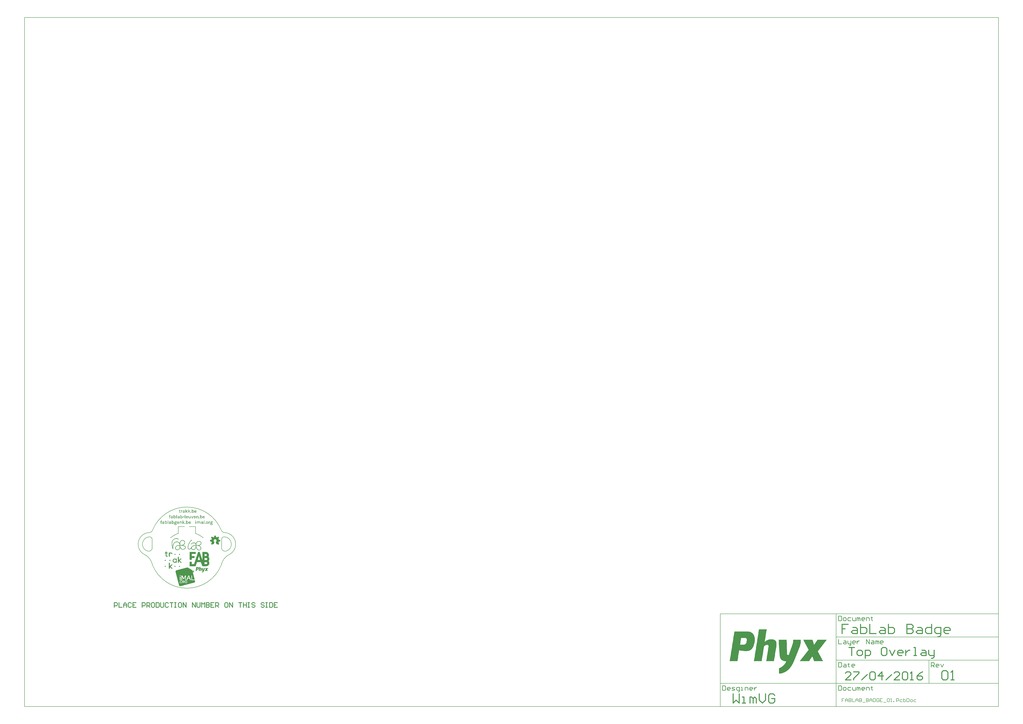
<source format=gto>
G04 Layer_Color=65535*
%FSLAX25Y25*%
%MOIN*%
G70*
G01*
G75*
%ADD12C,0.01575*%
%ADD13C,0.00787*%
%ADD14C,0.00984*%
%ADD18C,0.01181*%
G36*
X-2659Y35419D02*
X-2606Y35410D01*
X-2545Y35393D01*
X-2484Y35358D01*
X-2414Y35323D01*
X-2353Y35270D01*
X-2344Y35262D01*
X-2327Y35244D01*
X-2301Y35209D01*
X-2266Y35166D01*
X-2239Y35113D01*
X-2213Y35043D01*
X-2196Y34973D01*
X-2187Y34895D01*
Y34886D01*
Y34860D01*
X-2196Y34816D01*
X-2204Y34772D01*
X-2231Y34711D01*
X-2257Y34650D01*
X-2301Y34589D01*
X-2353Y34528D01*
X-2362Y34519D01*
X-2379Y34501D01*
X-2414Y34484D01*
X-2458Y34458D01*
X-2519Y34423D01*
X-2589Y34405D01*
X-2659Y34388D01*
X-2746Y34379D01*
X-2781D01*
X-2825Y34388D01*
X-2886Y34396D01*
X-2947Y34414D01*
X-3008Y34440D01*
X-3078Y34475D01*
X-3140Y34528D01*
X-3148Y34536D01*
X-3166Y34554D01*
X-3183Y34589D01*
X-3210Y34632D01*
X-3244Y34685D01*
X-3262Y34746D01*
X-3280Y34816D01*
X-3288Y34895D01*
Y34903D01*
Y34929D01*
X-3280Y34973D01*
X-3271Y35026D01*
X-3253Y35087D01*
X-3227Y35148D01*
X-3192Y35209D01*
X-3140Y35270D01*
X-3131Y35279D01*
X-3113Y35297D01*
X-3078Y35323D01*
X-3035Y35349D01*
X-2974Y35375D01*
X-2904Y35401D01*
X-2834Y35419D01*
X-2746Y35428D01*
X-2703D01*
X-2659Y35419D01*
D02*
G37*
G36*
X5023Y38469D02*
X5093Y38460D01*
X5172Y38443D01*
X5356Y38399D01*
X5452Y38364D01*
X5557Y38321D01*
X5661Y38268D01*
X5766Y38207D01*
X5863Y38128D01*
X5959Y38041D01*
X6055Y37945D01*
X6134Y37831D01*
X6142Y37822D01*
X6151Y37805D01*
X6168Y37761D01*
X6195Y37718D01*
X6221Y37648D01*
X6256Y37578D01*
X6291Y37490D01*
X6326Y37385D01*
X6352Y37272D01*
X6378Y37150D01*
X6404Y37018D01*
X6422Y36870D01*
X6439Y36721D01*
Y36555D01*
X6431Y36389D01*
X6413Y36206D01*
X3835D01*
Y36197D01*
Y36188D01*
Y36162D01*
X3844Y36127D01*
X3852Y36031D01*
X3870Y35917D01*
X3896Y35786D01*
X3949Y35646D01*
X4010Y35506D01*
X4097Y35366D01*
X4106Y35349D01*
X4149Y35314D01*
X4211Y35262D01*
X4289Y35201D01*
X4394Y35131D01*
X4525Y35078D01*
X4674Y35043D01*
X4840Y35026D01*
X4875D01*
X4910Y35034D01*
X4954D01*
X5006Y35043D01*
X5067Y35061D01*
X5207Y35113D01*
X5277Y35148D01*
X5356Y35192D01*
X5417Y35244D01*
X5487Y35314D01*
X5548Y35393D01*
X5592Y35480D01*
X5635Y35585D01*
X5661Y35707D01*
X6457D01*
Y35699D01*
Y35681D01*
X6448Y35638D01*
X6439Y35594D01*
X6422Y35541D01*
X6404Y35471D01*
X6361Y35323D01*
X6291Y35157D01*
X6195Y34991D01*
X6072Y34833D01*
X5924Y34694D01*
X5915D01*
X5906Y34676D01*
X5880Y34667D01*
X5845Y34641D01*
X5801Y34615D01*
X5749Y34589D01*
X5627Y34536D01*
X5469Y34475D01*
X5286Y34423D01*
X5076Y34388D01*
X4840Y34370D01*
X4761D01*
X4709Y34379D01*
X4639Y34388D01*
X4560Y34396D01*
X4473Y34414D01*
X4377Y34440D01*
X4167Y34510D01*
X4062Y34554D01*
X3949Y34606D01*
X3844Y34667D01*
X3739Y34746D01*
X3634Y34833D01*
X3538Y34929D01*
X3529Y34938D01*
X3520Y34956D01*
X3494Y34991D01*
X3459Y35034D01*
X3424Y35087D01*
X3380Y35157D01*
X3337Y35235D01*
X3293Y35323D01*
X3249Y35428D01*
X3206Y35541D01*
X3162Y35664D01*
X3127Y35795D01*
X3092Y35943D01*
X3066Y36092D01*
X3057Y36249D01*
X3048Y36424D01*
Y36433D01*
Y36468D01*
Y36511D01*
X3057Y36581D01*
X3066Y36660D01*
X3074Y36747D01*
X3092Y36852D01*
X3109Y36966D01*
X3171Y37202D01*
X3214Y37324D01*
X3258Y37447D01*
X3319Y37569D01*
X3380Y37691D01*
X3459Y37814D01*
X3546Y37919D01*
X3555Y37927D01*
X3573Y37945D01*
X3599Y37971D01*
X3634Y38006D01*
X3686Y38050D01*
X3748Y38093D01*
X3817Y38146D01*
X3905Y38198D01*
X3992Y38251D01*
X4088Y38303D01*
X4202Y38347D01*
X4324Y38391D01*
X4447Y38425D01*
X4586Y38452D01*
X4726Y38469D01*
X4884Y38478D01*
X4962D01*
X5023Y38469D01*
D02*
G37*
G36*
X-31641Y34449D02*
X-32436D01*
Y39990D01*
X-31641D01*
Y34449D01*
D02*
G37*
G36*
X-40022Y38469D02*
X-39961D01*
X-39891Y38460D01*
X-39725Y38434D01*
X-39542Y38382D01*
X-39349Y38312D01*
X-39157Y38225D01*
X-39070Y38163D01*
X-38991Y38093D01*
X-38982D01*
X-38974Y38076D01*
X-38947Y38050D01*
X-38921Y38023D01*
X-38895Y37980D01*
X-38851Y37936D01*
X-38816Y37875D01*
X-38773Y37814D01*
X-38738Y37735D01*
X-38694Y37656D01*
X-38659Y37560D01*
X-38633Y37455D01*
X-38598Y37350D01*
X-38580Y37228D01*
X-38572Y37106D01*
X-38563Y36966D01*
Y34449D01*
X-39262D01*
X-39306Y35078D01*
Y35069D01*
X-39314Y35052D01*
X-39332Y35017D01*
X-39358Y34964D01*
X-39393Y34912D01*
X-39428Y34851D01*
X-39481Y34790D01*
X-39542Y34729D01*
X-39620Y34659D01*
X-39708Y34597D01*
X-39804Y34536D01*
X-39918Y34484D01*
X-40040Y34440D01*
X-40180Y34405D01*
X-40337Y34379D01*
X-40512Y34370D01*
X-40573D01*
X-40617Y34379D01*
X-40669D01*
X-40730Y34388D01*
X-40879Y34414D01*
X-41045Y34458D01*
X-41220Y34519D01*
X-41386Y34606D01*
X-41543Y34720D01*
Y34729D01*
X-41561Y34737D01*
X-41604Y34781D01*
X-41666Y34860D01*
X-41736Y34964D01*
X-41814Y35096D01*
X-41875Y35253D01*
X-41919Y35428D01*
X-41928Y35524D01*
X-41936Y35620D01*
Y35629D01*
Y35646D01*
Y35672D01*
X-41928Y35707D01*
X-41910Y35812D01*
X-41884Y35935D01*
X-41832Y36075D01*
X-41753Y36214D01*
X-41709Y36284D01*
X-41648Y36354D01*
X-41587Y36415D01*
X-41508Y36476D01*
X-41500D01*
X-41491Y36494D01*
X-41465Y36503D01*
X-41430Y36529D01*
X-41386Y36546D01*
X-41333Y36573D01*
X-41211Y36634D01*
X-41054Y36686D01*
X-40870Y36739D01*
X-40669Y36774D01*
X-40442Y36782D01*
X-40337D01*
X-40285Y36774D01*
X-40215D01*
X-40066Y36756D01*
X-39900Y36730D01*
X-39717Y36695D01*
X-39533Y36643D01*
X-39349Y36573D01*
Y36975D01*
Y36983D01*
Y36992D01*
Y37018D01*
Y37053D01*
X-39358Y37141D01*
X-39376Y37237D01*
X-39393Y37350D01*
X-39428Y37464D01*
X-39481Y37569D01*
X-39542Y37656D01*
X-39551Y37665D01*
X-39577Y37691D01*
X-39620Y37718D01*
X-39682Y37761D01*
X-39769Y37796D01*
X-39865Y37822D01*
X-39979Y37849D01*
X-40110Y37857D01*
X-40171D01*
X-40241Y37849D01*
X-40328Y37840D01*
X-40416Y37822D01*
X-40521Y37796D01*
X-40617Y37761D01*
X-40704Y37709D01*
X-40713Y37700D01*
X-40739Y37683D01*
X-40774Y37648D01*
X-40809Y37595D01*
X-40853Y37517D01*
X-40888Y37429D01*
X-40914Y37316D01*
X-40923Y37184D01*
X-41779D01*
Y37193D01*
Y37228D01*
X-41770Y37281D01*
X-41762Y37350D01*
X-41744Y37429D01*
X-41727Y37517D01*
X-41692Y37613D01*
X-41657Y37718D01*
X-41604Y37822D01*
X-41535Y37927D01*
X-41456Y38032D01*
X-41360Y38128D01*
X-41246Y38225D01*
X-41115Y38303D01*
X-40958Y38364D01*
X-40783Y38417D01*
X-40765D01*
X-40730Y38425D01*
X-40669Y38434D01*
X-40591Y38452D01*
X-40494Y38460D01*
X-40389Y38469D01*
X-40267Y38478D01*
X-40075D01*
X-40022Y38469D01*
D02*
G37*
G36*
X-6496Y36861D02*
X-4792Y38391D01*
X-3795D01*
X-5543Y36879D01*
X-3717Y34449D01*
X-4608D01*
X-6094Y36450D01*
X-6496Y36083D01*
Y34449D01*
X-7291D01*
Y39990D01*
X-6496D01*
Y36861D01*
D02*
G37*
G36*
X-483Y37831D02*
X-474Y37849D01*
X-457Y37884D01*
X-430Y37927D01*
X-360Y38032D01*
X-317Y38093D01*
X-264Y38155D01*
X-203Y38216D01*
X-124Y38268D01*
X-46Y38329D01*
X50Y38373D01*
X155Y38417D01*
X269Y38452D01*
X391Y38469D01*
X531Y38478D01*
X610D01*
X662Y38469D01*
X723Y38460D01*
X802Y38452D01*
X890Y38434D01*
X977Y38408D01*
X1178Y38338D01*
X1283Y38294D01*
X1396Y38242D01*
X1501Y38172D01*
X1606Y38093D01*
X1711Y38006D01*
X1807Y37910D01*
X1816Y37901D01*
X1833Y37884D01*
X1851Y37849D01*
X1886Y37805D01*
X1921Y37753D01*
X1964Y37683D01*
X2017Y37604D01*
X2061Y37508D01*
X2104Y37412D01*
X2157Y37298D01*
X2200Y37176D01*
X2235Y37045D01*
X2270Y36905D01*
X2297Y36747D01*
X2305Y36590D01*
X2314Y36424D01*
Y36415D01*
Y36380D01*
Y36337D01*
X2305Y36276D01*
X2297Y36197D01*
X2288Y36101D01*
X2270Y36005D01*
X2253Y35891D01*
X2192Y35655D01*
X2148Y35533D01*
X2096Y35410D01*
X2034Y35288D01*
X1973Y35166D01*
X1886Y35052D01*
X1798Y34938D01*
X1790Y34929D01*
X1772Y34912D01*
X1746Y34886D01*
X1711Y34851D01*
X1659Y34807D01*
X1597Y34755D01*
X1527Y34711D01*
X1449Y34659D01*
X1361Y34597D01*
X1265Y34554D01*
X1056Y34458D01*
X933Y34423D01*
X811Y34396D01*
X680Y34379D01*
X540Y34370D01*
X470D01*
X400Y34379D01*
X295Y34396D01*
X190Y34414D01*
X68Y34449D01*
X-63Y34501D01*
X-186Y34563D01*
X-203Y34571D01*
X-238Y34597D01*
X-290Y34641D01*
X-360Y34711D01*
X-422Y34790D01*
X-491Y34877D01*
X-544Y34991D01*
X-588Y35113D01*
X-692Y34449D01*
X-1278D01*
Y39990D01*
X-483D01*
Y37831D01*
D02*
G37*
G36*
X-28445Y49500D02*
X-28340Y49491D01*
X-28217Y49474D01*
X-28078Y49456D01*
X-27938Y49421D01*
X-27789Y49378D01*
X-27920Y48757D01*
X-27938Y48766D01*
X-27973Y48775D01*
X-28034Y48792D01*
X-28113Y48809D01*
X-28270Y48845D01*
X-28340Y48862D01*
X-28445D01*
X-28488Y48853D01*
X-28541Y48845D01*
X-28663Y48818D01*
X-28724Y48783D01*
X-28777Y48748D01*
X-28785Y48740D01*
X-28794Y48722D01*
X-28820Y48696D01*
X-28838Y48652D01*
X-28864Y48600D01*
X-28890Y48521D01*
X-28899Y48434D01*
X-28908Y48329D01*
Y47839D01*
X-28121D01*
Y47254D01*
X-28908D01*
Y43898D01*
X-29694D01*
Y47254D01*
X-30315D01*
Y47839D01*
X-29694D01*
Y48338D01*
Y48346D01*
Y48364D01*
Y48399D01*
X-29686Y48434D01*
X-29677Y48539D01*
X-29651Y48670D01*
X-29616Y48818D01*
X-29555Y48958D01*
X-29476Y49098D01*
X-29362Y49220D01*
X-29345Y49229D01*
X-29301Y49264D01*
X-29231Y49308D01*
X-29135Y49369D01*
X-29030Y49421D01*
X-28899Y49465D01*
X-28751Y49500D01*
X-28602Y49509D01*
X-28532D01*
X-28445Y49500D01*
D02*
G37*
G36*
X18140Y47918D02*
X18201Y47909D01*
X18271Y47901D01*
X18428Y47866D01*
X18612Y47813D01*
X18795Y47726D01*
X18882Y47673D01*
X18970Y47612D01*
X19057Y47542D01*
X19136Y47455D01*
X19145Y47446D01*
X19153Y47437D01*
X19171Y47411D01*
X19197Y47367D01*
X19232Y47324D01*
X19267Y47262D01*
X19302Y47201D01*
X19337Y47123D01*
X19372Y47035D01*
X19407Y46948D01*
X19442Y46843D01*
X19477Y46729D01*
X19521Y46476D01*
X19538Y46345D01*
Y46196D01*
Y43898D01*
X18751D01*
Y46196D01*
Y46205D01*
Y46222D01*
Y46249D01*
Y46284D01*
X18743Y46371D01*
X18725Y46485D01*
X18690Y46607D01*
X18655Y46738D01*
X18594Y46861D01*
X18515Y46965D01*
X18507Y46974D01*
X18472Y47009D01*
X18419Y47044D01*
X18341Y47096D01*
X18245Y47140D01*
X18131Y47184D01*
X18000Y47210D01*
X17842Y47219D01*
X17825D01*
X17773Y47210D01*
X17694Y47201D01*
X17598Y47175D01*
X17484Y47131D01*
X17362Y47061D01*
X17248Y46974D01*
X17134Y46852D01*
X17126Y46834D01*
X17091Y46791D01*
X17047Y46703D01*
X16995Y46598D01*
X16951Y46459D01*
X16898Y46292D01*
X16872Y46109D01*
X16855Y45890D01*
Y43898D01*
X16059D01*
Y47839D01*
X16759D01*
X16802Y47105D01*
Y47114D01*
X16820Y47140D01*
X16837Y47184D01*
X16864Y47236D01*
X16898Y47297D01*
X16942Y47367D01*
X16995Y47437D01*
X17056Y47516D01*
X17134Y47595D01*
X17222Y47665D01*
X17318Y47734D01*
X17432Y47796D01*
X17563Y47848D01*
X17703Y47892D01*
X17851Y47918D01*
X18026Y47927D01*
X18096D01*
X18140Y47918D01*
D02*
G37*
G36*
X-36369Y37831D02*
X-36360Y37849D01*
X-36343Y37884D01*
X-36317Y37927D01*
X-36247Y38032D01*
X-36203Y38093D01*
X-36151Y38155D01*
X-36089Y38216D01*
X-36011Y38268D01*
X-35932Y38329D01*
X-35836Y38373D01*
X-35731Y38417D01*
X-35618Y38452D01*
X-35495Y38469D01*
X-35355Y38478D01*
X-35277D01*
X-35224Y38469D01*
X-35163Y38460D01*
X-35084Y38452D01*
X-34997Y38434D01*
X-34910Y38408D01*
X-34708Y38338D01*
X-34604Y38294D01*
X-34490Y38242D01*
X-34385Y38172D01*
X-34280Y38093D01*
X-34175Y38006D01*
X-34079Y37910D01*
X-34071Y37901D01*
X-34053Y37884D01*
X-34036Y37849D01*
X-34001Y37805D01*
X-33966Y37753D01*
X-33922Y37683D01*
X-33869Y37604D01*
X-33826Y37508D01*
X-33782Y37412D01*
X-33730Y37298D01*
X-33686Y37176D01*
X-33651Y37045D01*
X-33616Y36905D01*
X-33590Y36747D01*
X-33581Y36590D01*
X-33572Y36424D01*
Y36415D01*
Y36380D01*
Y36337D01*
X-33581Y36276D01*
X-33590Y36197D01*
X-33599Y36101D01*
X-33616Y36005D01*
X-33634Y35891D01*
X-33695Y35655D01*
X-33738Y35533D01*
X-33791Y35410D01*
X-33852Y35288D01*
X-33913Y35166D01*
X-34001Y35052D01*
X-34088Y34938D01*
X-34097Y34929D01*
X-34114Y34912D01*
X-34140Y34886D01*
X-34175Y34851D01*
X-34228Y34807D01*
X-34289Y34755D01*
X-34359Y34711D01*
X-34438Y34659D01*
X-34525Y34597D01*
X-34621Y34554D01*
X-34831Y34458D01*
X-34953Y34423D01*
X-35076Y34396D01*
X-35207Y34379D01*
X-35347Y34370D01*
X-35416D01*
X-35486Y34379D01*
X-35591Y34396D01*
X-35696Y34414D01*
X-35818Y34449D01*
X-35950Y34501D01*
X-36072Y34563D01*
X-36089Y34571D01*
X-36124Y34597D01*
X-36177Y34641D01*
X-36247Y34711D01*
X-36308Y34790D01*
X-36378Y34877D01*
X-36430Y34991D01*
X-36474Y35113D01*
X-36579Y34449D01*
X-37165D01*
Y39990D01*
X-36369D01*
Y37831D01*
D02*
G37*
G36*
X-14764Y38469D02*
X-14694Y38460D01*
X-14615Y38443D01*
X-14432Y38399D01*
X-14336Y38364D01*
X-14231Y38321D01*
X-14126Y38268D01*
X-14021Y38207D01*
X-13925Y38128D01*
X-13829Y38041D01*
X-13733Y37945D01*
X-13654Y37831D01*
X-13645Y37822D01*
X-13636Y37805D01*
X-13619Y37761D01*
X-13593Y37718D01*
X-13566Y37648D01*
X-13532Y37578D01*
X-13497Y37490D01*
X-13462Y37385D01*
X-13435Y37272D01*
X-13409Y37150D01*
X-13383Y37018D01*
X-13365Y36870D01*
X-13348Y36721D01*
Y36555D01*
X-13357Y36389D01*
X-13374Y36206D01*
X-15953D01*
Y36197D01*
Y36188D01*
Y36162D01*
X-15944Y36127D01*
X-15935Y36031D01*
X-15917Y35917D01*
X-15891Y35786D01*
X-15839Y35646D01*
X-15778Y35506D01*
X-15690Y35366D01*
X-15682Y35349D01*
X-15638Y35314D01*
X-15577Y35262D01*
X-15498Y35201D01*
X-15393Y35131D01*
X-15262Y35078D01*
X-15113Y35043D01*
X-14947Y35026D01*
X-14912D01*
X-14877Y35034D01*
X-14834D01*
X-14781Y35043D01*
X-14720Y35061D01*
X-14580Y35113D01*
X-14510Y35148D01*
X-14432Y35192D01*
X-14371Y35244D01*
X-14301Y35314D01*
X-14239Y35393D01*
X-14196Y35480D01*
X-14152Y35585D01*
X-14126Y35707D01*
X-13330D01*
Y35699D01*
Y35681D01*
X-13339Y35638D01*
X-13348Y35594D01*
X-13365Y35541D01*
X-13383Y35471D01*
X-13427Y35323D01*
X-13497Y35157D01*
X-13593Y34991D01*
X-13715Y34833D01*
X-13864Y34694D01*
X-13872D01*
X-13881Y34676D01*
X-13907Y34667D01*
X-13942Y34641D01*
X-13986Y34615D01*
X-14038Y34589D01*
X-14161Y34536D01*
X-14318Y34475D01*
X-14502Y34423D01*
X-14711Y34388D01*
X-14947Y34370D01*
X-15026D01*
X-15078Y34379D01*
X-15148Y34388D01*
X-15227Y34396D01*
X-15315Y34414D01*
X-15411Y34440D01*
X-15620Y34510D01*
X-15725Y34554D01*
X-15839Y34606D01*
X-15944Y34667D01*
X-16049Y34746D01*
X-16153Y34833D01*
X-16250Y34929D01*
X-16258Y34938D01*
X-16267Y34956D01*
X-16293Y34991D01*
X-16328Y35034D01*
X-16363Y35087D01*
X-16407Y35157D01*
X-16451Y35235D01*
X-16494Y35323D01*
X-16538Y35428D01*
X-16582Y35541D01*
X-16625Y35664D01*
X-16660Y35795D01*
X-16695Y35943D01*
X-16722Y36092D01*
X-16730Y36249D01*
X-16739Y36424D01*
Y36433D01*
Y36468D01*
Y36511D01*
X-16730Y36581D01*
X-16722Y36660D01*
X-16713Y36747D01*
X-16695Y36852D01*
X-16678Y36966D01*
X-16617Y37202D01*
X-16573Y37324D01*
X-16529Y37447D01*
X-16468Y37569D01*
X-16407Y37691D01*
X-16328Y37814D01*
X-16241Y37919D01*
X-16232Y37927D01*
X-16215Y37945D01*
X-16188Y37971D01*
X-16153Y38006D01*
X-16101Y38050D01*
X-16040Y38093D01*
X-15970Y38146D01*
X-15883Y38198D01*
X-15795Y38251D01*
X-15699Y38303D01*
X-15585Y38347D01*
X-15463Y38391D01*
X-15341Y38425D01*
X-15201Y38452D01*
X-15061Y38469D01*
X-14904Y38478D01*
X-14825D01*
X-14764Y38469D01*
D02*
G37*
G36*
X-24841Y37831D02*
X-24832Y37849D01*
X-24815Y37884D01*
X-24789Y37927D01*
X-24719Y38032D01*
X-24675Y38093D01*
X-24623Y38155D01*
X-24561Y38216D01*
X-24483Y38268D01*
X-24404Y38329D01*
X-24308Y38373D01*
X-24203Y38417D01*
X-24089Y38452D01*
X-23967Y38469D01*
X-23827Y38478D01*
X-23749D01*
X-23696Y38469D01*
X-23635Y38460D01*
X-23556Y38452D01*
X-23469Y38434D01*
X-23381Y38408D01*
X-23180Y38338D01*
X-23076Y38294D01*
X-22962Y38242D01*
X-22857Y38172D01*
X-22752Y38093D01*
X-22647Y38006D01*
X-22551Y37910D01*
X-22542Y37901D01*
X-22525Y37884D01*
X-22508Y37849D01*
X-22472Y37805D01*
X-22438Y37753D01*
X-22394Y37683D01*
X-22341Y37604D01*
X-22298Y37508D01*
X-22254Y37412D01*
X-22202Y37298D01*
X-22158Y37176D01*
X-22123Y37045D01*
X-22088Y36905D01*
X-22062Y36747D01*
X-22053Y36590D01*
X-22044Y36424D01*
Y36415D01*
Y36380D01*
Y36337D01*
X-22053Y36276D01*
X-22062Y36197D01*
X-22071Y36101D01*
X-22088Y36005D01*
X-22105Y35891D01*
X-22167Y35655D01*
X-22210Y35533D01*
X-22263Y35410D01*
X-22324Y35288D01*
X-22385Y35166D01*
X-22472Y35052D01*
X-22560Y34938D01*
X-22569Y34929D01*
X-22586Y34912D01*
X-22612Y34886D01*
X-22647Y34851D01*
X-22700Y34807D01*
X-22761Y34755D01*
X-22831Y34711D01*
X-22909Y34659D01*
X-22997Y34597D01*
X-23093Y34554D01*
X-23303Y34458D01*
X-23425Y34423D01*
X-23548Y34396D01*
X-23679Y34379D01*
X-23819Y34370D01*
X-23888D01*
X-23958Y34379D01*
X-24063Y34396D01*
X-24168Y34414D01*
X-24291Y34449D01*
X-24421Y34501D01*
X-24544Y34563D01*
X-24561Y34571D01*
X-24596Y34597D01*
X-24649Y34641D01*
X-24719Y34711D01*
X-24780Y34790D01*
X-24850Y34877D01*
X-24902Y34991D01*
X-24946Y35113D01*
X-25051Y34449D01*
X-25636D01*
Y39990D01*
X-24841D01*
Y37831D01*
D02*
G37*
G36*
X-28494Y38469D02*
X-28433D01*
X-28363Y38460D01*
X-28197Y38434D01*
X-28014Y38382D01*
X-27821Y38312D01*
X-27629Y38225D01*
X-27542Y38163D01*
X-27463Y38093D01*
X-27454D01*
X-27446Y38076D01*
X-27419Y38050D01*
X-27393Y38023D01*
X-27367Y37980D01*
X-27323Y37936D01*
X-27288Y37875D01*
X-27245Y37814D01*
X-27210Y37735D01*
X-27166Y37656D01*
X-27131Y37560D01*
X-27105Y37455D01*
X-27070Y37350D01*
X-27052Y37228D01*
X-27044Y37106D01*
X-27035Y36966D01*
Y34449D01*
X-27734D01*
X-27778Y35078D01*
Y35069D01*
X-27786Y35052D01*
X-27804Y35017D01*
X-27830Y34964D01*
X-27865Y34912D01*
X-27900Y34851D01*
X-27953Y34790D01*
X-28014Y34729D01*
X-28092Y34659D01*
X-28180Y34597D01*
X-28276Y34536D01*
X-28389Y34484D01*
X-28512Y34440D01*
X-28652Y34405D01*
X-28809Y34379D01*
X-28984Y34370D01*
X-29045D01*
X-29089Y34379D01*
X-29141D01*
X-29202Y34388D01*
X-29351Y34414D01*
X-29517Y34458D01*
X-29692Y34519D01*
X-29858Y34606D01*
X-30015Y34720D01*
Y34729D01*
X-30033Y34737D01*
X-30076Y34781D01*
X-30138Y34860D01*
X-30207Y34964D01*
X-30286Y35096D01*
X-30347Y35253D01*
X-30391Y35428D01*
X-30400Y35524D01*
X-30408Y35620D01*
Y35629D01*
Y35646D01*
Y35672D01*
X-30400Y35707D01*
X-30382Y35812D01*
X-30356Y35935D01*
X-30304Y36075D01*
X-30225Y36214D01*
X-30181Y36284D01*
X-30120Y36354D01*
X-30059Y36415D01*
X-29980Y36476D01*
X-29971D01*
X-29963Y36494D01*
X-29937Y36503D01*
X-29901Y36529D01*
X-29858Y36546D01*
X-29805Y36573D01*
X-29683Y36634D01*
X-29526Y36686D01*
X-29342Y36739D01*
X-29141Y36774D01*
X-28914Y36782D01*
X-28809D01*
X-28757Y36774D01*
X-28687D01*
X-28538Y36756D01*
X-28372Y36730D01*
X-28188Y36695D01*
X-28005Y36643D01*
X-27821Y36573D01*
Y36975D01*
Y36983D01*
Y36992D01*
Y37018D01*
Y37053D01*
X-27830Y37141D01*
X-27848Y37237D01*
X-27865Y37350D01*
X-27900Y37464D01*
X-27953Y37569D01*
X-28014Y37656D01*
X-28022Y37665D01*
X-28049Y37691D01*
X-28092Y37718D01*
X-28153Y37761D01*
X-28241Y37796D01*
X-28337Y37822D01*
X-28451Y37849D01*
X-28582Y37857D01*
X-28643D01*
X-28713Y37849D01*
X-28800Y37840D01*
X-28888Y37822D01*
X-28993Y37796D01*
X-29089Y37761D01*
X-29176Y37709D01*
X-29185Y37700D01*
X-29211Y37683D01*
X-29246Y37648D01*
X-29281Y37595D01*
X-29325Y37517D01*
X-29360Y37429D01*
X-29386Y37316D01*
X-29395Y37184D01*
X-30251D01*
Y37193D01*
Y37228D01*
X-30242Y37281D01*
X-30234Y37350D01*
X-30216Y37429D01*
X-30199Y37517D01*
X-30164Y37613D01*
X-30129Y37718D01*
X-30076Y37822D01*
X-30006Y37927D01*
X-29928Y38032D01*
X-29832Y38128D01*
X-29718Y38225D01*
X-29587Y38303D01*
X-29430Y38364D01*
X-29255Y38417D01*
X-29237D01*
X-29202Y38425D01*
X-29141Y38434D01*
X-29063Y38452D01*
X-28966Y38460D01*
X-28861Y38469D01*
X-28739Y38478D01*
X-28547D01*
X-28494Y38469D01*
D02*
G37*
G36*
X-1412Y55759D02*
X292Y57288D01*
X1289D01*
X-459Y55776D01*
X1367Y53347D01*
X476D01*
X-1010Y55348D01*
X-1412Y54981D01*
Y53347D01*
X-2207D01*
Y58888D01*
X-1412D01*
Y55759D01*
D02*
G37*
G36*
X6987Y54317D02*
X7040Y54308D01*
X7101Y54290D01*
X7162Y54255D01*
X7232Y54220D01*
X7293Y54168D01*
X7302Y54159D01*
X7319Y54142D01*
X7345Y54107D01*
X7380Y54063D01*
X7407Y54011D01*
X7433Y53941D01*
X7450Y53871D01*
X7459Y53792D01*
Y53784D01*
Y53757D01*
X7450Y53714D01*
X7442Y53670D01*
X7415Y53609D01*
X7389Y53548D01*
X7345Y53486D01*
X7293Y53425D01*
X7284Y53416D01*
X7267Y53399D01*
X7232Y53381D01*
X7188Y53355D01*
X7127Y53320D01*
X7057Y53303D01*
X6987Y53285D01*
X6900Y53276D01*
X6865D01*
X6821Y53285D01*
X6760Y53294D01*
X6699Y53312D01*
X6638Y53338D01*
X6568Y53373D01*
X6506Y53425D01*
X6498Y53434D01*
X6480Y53451D01*
X6463Y53486D01*
X6436Y53530D01*
X6402Y53582D01*
X6384Y53644D01*
X6367Y53714D01*
X6358Y53792D01*
Y53801D01*
Y53827D01*
X6367Y53871D01*
X6375Y53923D01*
X6393Y53984D01*
X6419Y54046D01*
X6454Y54107D01*
X6506Y54168D01*
X6515Y54177D01*
X6533Y54194D01*
X6568Y54220D01*
X6611Y54247D01*
X6673Y54273D01*
X6742Y54299D01*
X6812Y54317D01*
X6900Y54325D01*
X6943D01*
X6987Y54317D01*
D02*
G37*
G36*
X3150Y55759D02*
X4854Y57288D01*
X5851D01*
X4103Y55776D01*
X5930Y53347D01*
X5038D01*
X3552Y55348D01*
X3150Y54981D01*
Y53347D01*
X2355D01*
Y58888D01*
X3150D01*
Y55759D01*
D02*
G37*
G36*
X-8020Y57349D02*
X-7958D01*
X-7880Y57332D01*
X-7792Y57314D01*
X-7696Y57297D01*
X-7591Y57262D01*
X-7635Y56519D01*
X-7652D01*
X-7687Y56528D01*
X-7749Y56545D01*
X-7827Y56563D01*
X-7915Y56572D01*
X-8011Y56589D01*
X-8107Y56598D01*
X-8229D01*
X-8273Y56589D01*
X-8325Y56580D01*
X-8387Y56563D01*
X-8456Y56528D01*
X-8526Y56493D01*
X-8605Y56440D01*
X-8684Y56371D01*
X-8754Y56292D01*
X-8824Y56187D01*
X-8894Y56065D01*
X-8946Y55916D01*
X-8990Y55750D01*
X-9016Y55558D01*
X-9033Y55330D01*
Y53347D01*
X-9829D01*
Y57288D01*
X-9033D01*
Y56572D01*
X-9025Y56598D01*
X-9016Y56633D01*
X-8998Y56685D01*
X-8981Y56746D01*
X-8946Y56816D01*
X-8911Y56886D01*
X-8867Y56965D01*
X-8815Y57035D01*
X-8745Y57105D01*
X-8675Y57175D01*
X-8588Y57236D01*
X-8491Y57288D01*
X-8378Y57323D01*
X-8256Y57349D01*
X-8116Y57358D01*
X-8072D01*
X-8020Y57349D01*
D02*
G37*
G36*
X-5065Y57367D02*
X-5004D01*
X-4934Y57358D01*
X-4768Y57332D01*
X-4585Y57279D01*
X-4392Y57209D01*
X-4200Y57122D01*
X-4113Y57061D01*
X-4034Y56991D01*
X-4025D01*
X-4017Y56974D01*
X-3990Y56947D01*
X-3964Y56921D01*
X-3938Y56877D01*
X-3894Y56834D01*
X-3859Y56773D01*
X-3816Y56711D01*
X-3781Y56633D01*
X-3737Y56554D01*
X-3702Y56458D01*
X-3676Y56353D01*
X-3641Y56248D01*
X-3623Y56126D01*
X-3615Y56003D01*
X-3606Y55864D01*
Y53347D01*
X-4305D01*
X-4349Y53976D01*
Y53967D01*
X-4357Y53949D01*
X-4375Y53915D01*
X-4401Y53862D01*
X-4436Y53810D01*
X-4471Y53749D01*
X-4524Y53687D01*
X-4585Y53626D01*
X-4663Y53556D01*
X-4751Y53495D01*
X-4847Y53434D01*
X-4961Y53381D01*
X-5083Y53338D01*
X-5223Y53303D01*
X-5380Y53276D01*
X-5555Y53268D01*
X-5616D01*
X-5660Y53276D01*
X-5712D01*
X-5773Y53285D01*
X-5922Y53312D01*
X-6088Y53355D01*
X-6263Y53416D01*
X-6429Y53504D01*
X-6586Y53617D01*
Y53626D01*
X-6604Y53635D01*
X-6647Y53679D01*
X-6708Y53757D01*
X-6778Y53862D01*
X-6857Y53993D01*
X-6918Y54150D01*
X-6962Y54325D01*
X-6971Y54422D01*
X-6979Y54518D01*
Y54526D01*
Y54544D01*
Y54570D01*
X-6971Y54605D01*
X-6953Y54710D01*
X-6927Y54832D01*
X-6875Y54972D01*
X-6796Y55112D01*
X-6752Y55182D01*
X-6691Y55252D01*
X-6630Y55313D01*
X-6551Y55374D01*
X-6542D01*
X-6534Y55392D01*
X-6508Y55400D01*
X-6472Y55427D01*
X-6429Y55444D01*
X-6376Y55470D01*
X-6254Y55532D01*
X-6097Y55584D01*
X-5913Y55636D01*
X-5712Y55671D01*
X-5485Y55680D01*
X-5380D01*
X-5328Y55671D01*
X-5258D01*
X-5109Y55654D01*
X-4943Y55628D01*
X-4759Y55593D01*
X-4576Y55540D01*
X-4392Y55470D01*
Y55872D01*
Y55881D01*
Y55890D01*
Y55916D01*
Y55951D01*
X-4401Y56038D01*
X-4419Y56134D01*
X-4436Y56248D01*
X-4471Y56362D01*
X-4524Y56467D01*
X-4585Y56554D01*
X-4593Y56563D01*
X-4620Y56589D01*
X-4663Y56615D01*
X-4724Y56659D01*
X-4812Y56694D01*
X-4908Y56720D01*
X-5022Y56746D01*
X-5153Y56755D01*
X-5214D01*
X-5284Y56746D01*
X-5371Y56738D01*
X-5459Y56720D01*
X-5564Y56694D01*
X-5660Y56659D01*
X-5747Y56607D01*
X-5756Y56598D01*
X-5782Y56580D01*
X-5817Y56545D01*
X-5852Y56493D01*
X-5896Y56414D01*
X-5931Y56327D01*
X-5957Y56213D01*
X-5966Y56082D01*
X-6822D01*
Y56091D01*
Y56126D01*
X-6813Y56178D01*
X-6805Y56248D01*
X-6787Y56327D01*
X-6770Y56414D01*
X-6735Y56510D01*
X-6700Y56615D01*
X-6647Y56720D01*
X-6577Y56825D01*
X-6499Y56930D01*
X-6403Y57026D01*
X-6289Y57122D01*
X-6158Y57201D01*
X-6001Y57262D01*
X-5826Y57314D01*
X-5808D01*
X-5773Y57323D01*
X-5712Y57332D01*
X-5633Y57349D01*
X-5537Y57358D01*
X-5432Y57367D01*
X-5310Y57376D01*
X-5118D01*
X-5065Y57367D01*
D02*
G37*
G36*
X-11996Y57288D02*
X-10808D01*
Y56650D01*
X-11996D01*
Y54413D01*
Y54404D01*
Y54395D01*
Y54369D01*
X-11987Y54334D01*
X-11970Y54255D01*
X-11944Y54168D01*
X-11891Y54072D01*
X-11804Y53993D01*
X-11760Y53958D01*
X-11699Y53932D01*
X-11629Y53923D01*
X-11550Y53915D01*
X-11498D01*
X-11437Y53923D01*
X-11358Y53932D01*
X-11253Y53949D01*
X-11122Y53976D01*
X-10982Y54011D01*
X-10825Y54054D01*
X-10711Y53486D01*
X-10720D01*
X-10746Y53469D01*
X-10781Y53460D01*
X-10834Y53434D01*
X-10904Y53416D01*
X-10974Y53390D01*
X-11061Y53364D01*
X-11148Y53338D01*
X-11349Y53294D01*
X-11559Y53276D01*
X-11664D01*
X-11769Y53285D01*
X-11865Y53303D01*
X-11961Y53329D01*
X-11970D01*
X-11987Y53338D01*
X-12014Y53347D01*
X-12049Y53355D01*
X-12145Y53399D01*
X-12258Y53451D01*
X-12381Y53530D01*
X-12503Y53635D01*
X-12608Y53766D01*
X-12695Y53923D01*
Y53932D01*
X-12713Y53958D01*
X-12722Y53993D01*
X-12739Y54054D01*
X-12757Y54124D01*
X-12765Y54203D01*
X-12783Y54299D01*
Y54404D01*
Y56650D01*
X-13395D01*
Y57288D01*
X-12783D01*
Y58337D01*
X-11996D01*
Y57288D01*
D02*
G37*
G36*
X-17325Y38347D02*
X-17386D01*
X-17430Y38338D01*
X-17543Y38321D01*
X-17674Y38286D01*
X-17805Y38233D01*
X-17919Y38146D01*
X-17963Y38093D01*
X-18006Y38023D01*
X-18033Y37954D01*
X-18041Y37866D01*
X-18033Y37849D01*
X-17998Y37805D01*
X-17954Y37735D01*
X-17901Y37630D01*
X-17849Y37508D01*
X-17805Y37368D01*
X-17770Y37211D01*
X-17762Y37027D01*
Y37018D01*
Y37001D01*
Y36966D01*
X-17770Y36922D01*
X-17779Y36861D01*
X-17788Y36800D01*
X-17823Y36651D01*
X-17875Y36485D01*
X-17963Y36302D01*
X-18015Y36214D01*
X-18076Y36127D01*
X-18146Y36040D01*
X-18234Y35961D01*
X-18242D01*
X-18251Y35943D01*
X-18277Y35926D01*
X-18312Y35900D01*
X-18365Y35865D01*
X-18417Y35830D01*
X-18478Y35795D01*
X-18548Y35760D01*
X-18714Y35681D01*
X-18915Y35611D01*
X-19143Y35568D01*
X-19256Y35559D01*
X-19387Y35550D01*
X-19466D01*
X-19553Y35559D01*
X-19667Y35576D01*
X-19789Y35594D01*
X-19929Y35629D01*
X-20069Y35672D01*
X-20200Y35734D01*
X-20209D01*
X-20218Y35725D01*
X-20261Y35707D01*
X-20331Y35672D01*
X-20410Y35611D01*
X-20427Y35594D01*
X-20462Y35550D01*
X-20497Y35471D01*
X-20506Y35419D01*
X-20515Y35358D01*
Y35340D01*
X-20506Y35305D01*
X-20480Y35253D01*
X-20436Y35192D01*
X-20410Y35157D01*
X-20366Y35122D01*
X-20314Y35096D01*
X-20253Y35069D01*
X-20183Y35052D01*
X-20104Y35034D01*
X-20008Y35017D01*
X-18330D01*
X-18234Y35008D01*
X-18102Y34982D01*
X-17963Y34956D01*
X-17814Y34912D01*
X-17665Y34851D01*
X-17534Y34764D01*
X-17517Y34755D01*
X-17482Y34720D01*
X-17430Y34667D01*
X-17360Y34589D01*
X-17298Y34492D01*
X-17246Y34379D01*
X-17211Y34239D01*
X-17194Y34091D01*
Y34082D01*
Y34064D01*
Y34029D01*
X-17202Y33986D01*
X-17211Y33924D01*
X-17229Y33863D01*
X-17272Y33715D01*
X-17307Y33627D01*
X-17351Y33540D01*
X-17403Y33444D01*
X-17465Y33356D01*
X-17534Y33260D01*
X-17622Y33164D01*
X-17718Y33068D01*
X-17832Y32980D01*
X-17840Y32972D01*
X-17858Y32963D01*
X-17893Y32937D01*
X-17945Y32911D01*
X-18006Y32876D01*
X-18076Y32832D01*
X-18164Y32788D01*
X-18269Y32745D01*
X-18373Y32701D01*
X-18496Y32657D01*
X-18627Y32622D01*
X-18767Y32579D01*
X-18915Y32552D01*
X-19073Y32526D01*
X-19239Y32517D01*
X-19413Y32509D01*
X-19501D01*
X-19571Y32517D01*
X-19649D01*
X-19746Y32526D01*
X-19850Y32535D01*
X-19955Y32552D01*
X-20200Y32596D01*
X-20454Y32657D01*
X-20698Y32745D01*
X-20812Y32806D01*
X-20926Y32867D01*
X-20934Y32876D01*
X-20952Y32884D01*
X-20978Y32902D01*
X-21013Y32928D01*
X-21100Y33007D01*
X-21205Y33120D01*
X-21310Y33251D01*
X-21397Y33409D01*
X-21432Y33496D01*
X-21459Y33592D01*
X-21476Y33689D01*
X-21485Y33793D01*
Y33802D01*
Y33811D01*
Y33854D01*
X-21476Y33924D01*
X-21459Y34012D01*
X-21432Y34108D01*
X-21389Y34204D01*
X-21336Y34309D01*
X-21266Y34396D01*
X-21258Y34405D01*
X-21231Y34431D01*
X-21179Y34475D01*
X-21118Y34519D01*
X-21048Y34563D01*
X-20960Y34606D01*
X-20856Y34641D01*
X-20751Y34667D01*
X-20760D01*
X-20768Y34676D01*
X-20821Y34702D01*
X-20899Y34746D01*
X-20987Y34816D01*
X-21074Y34903D01*
X-21153Y35026D01*
X-21205Y35166D01*
X-21214Y35253D01*
X-21223Y35349D01*
Y35358D01*
Y35393D01*
X-21214Y35445D01*
X-21196Y35515D01*
X-21170Y35594D01*
X-21135Y35672D01*
X-21092Y35751D01*
X-21022Y35830D01*
X-21013Y35838D01*
X-20987Y35865D01*
X-20943Y35900D01*
X-20891Y35935D01*
X-20821Y35978D01*
X-20742Y36022D01*
X-20663Y36048D01*
X-20576Y36066D01*
X-20585D01*
X-20593Y36083D01*
X-20646Y36127D01*
X-20707Y36197D01*
X-20786Y36302D01*
X-20864Y36433D01*
X-20934Y36599D01*
X-20987Y36800D01*
X-20996Y36905D01*
X-21004Y37027D01*
Y37036D01*
Y37053D01*
Y37088D01*
X-20996Y37132D01*
X-20987Y37193D01*
X-20978Y37254D01*
X-20943Y37403D01*
X-20891Y37569D01*
X-20812Y37744D01*
X-20760Y37831D01*
X-20690Y37919D01*
X-20620Y37997D01*
X-20541Y38076D01*
X-20532Y38085D01*
X-20524Y38093D01*
X-20497Y38111D01*
X-20462Y38137D01*
X-20410Y38172D01*
X-20358Y38207D01*
X-20226Y38277D01*
X-20069Y38347D01*
X-19885Y38417D01*
X-19676Y38460D01*
X-19562Y38478D01*
X-19344D01*
X-19291Y38469D01*
X-19230Y38460D01*
X-19090Y38443D01*
X-18933Y38408D01*
X-18776Y38364D01*
X-18627Y38294D01*
X-18487Y38198D01*
Y38207D01*
Y38216D01*
X-18478Y38260D01*
X-18461Y38329D01*
X-18426Y38417D01*
X-18382Y38522D01*
X-18321Y38627D01*
X-18242Y38740D01*
X-18137Y38845D01*
X-18120Y38854D01*
X-18076Y38889D01*
X-18006Y38932D01*
X-17910Y38985D01*
X-17788Y39037D01*
X-17639Y39081D01*
X-17456Y39116D01*
X-17255Y39125D01*
X-17325Y38347D01*
D02*
G37*
G36*
X-10097Y38469D02*
X-10035Y38460D01*
X-9966Y38452D01*
X-9808Y38417D01*
X-9625Y38364D01*
X-9441Y38277D01*
X-9354Y38225D01*
X-9266Y38163D01*
X-9179Y38093D01*
X-9100Y38006D01*
X-9092Y37997D01*
X-9083Y37988D01*
X-9065Y37962D01*
X-9039Y37919D01*
X-9004Y37875D01*
X-8969Y37814D01*
X-8934Y37753D01*
X-8899Y37674D01*
X-8864Y37587D01*
X-8829Y37499D01*
X-8794Y37394D01*
X-8760Y37281D01*
X-8716Y37027D01*
X-8698Y36896D01*
Y36747D01*
Y34449D01*
X-9485D01*
Y36747D01*
Y36756D01*
Y36774D01*
Y36800D01*
Y36835D01*
X-9494Y36922D01*
X-9511Y37036D01*
X-9546Y37158D01*
X-9581Y37289D01*
X-9642Y37412D01*
X-9721Y37517D01*
X-9730Y37525D01*
X-9765Y37560D01*
X-9817Y37595D01*
X-9896Y37648D01*
X-9992Y37691D01*
X-10105Y37735D01*
X-10237Y37761D01*
X-10394Y37770D01*
X-10411D01*
X-10464Y37761D01*
X-10542Y37753D01*
X-10639Y37726D01*
X-10752Y37683D01*
X-10875Y37613D01*
X-10988Y37525D01*
X-11102Y37403D01*
X-11111Y37385D01*
X-11146Y37342D01*
X-11189Y37254D01*
X-11242Y37150D01*
X-11285Y37010D01*
X-11338Y36844D01*
X-11364Y36660D01*
X-11382Y36442D01*
Y34449D01*
X-12177D01*
Y38391D01*
X-11478D01*
X-11434Y37656D01*
Y37665D01*
X-11416Y37691D01*
X-11399Y37735D01*
X-11373Y37788D01*
X-11338Y37849D01*
X-11294Y37919D01*
X-11242Y37988D01*
X-11180Y38067D01*
X-11102Y38146D01*
X-11014Y38216D01*
X-10918Y38286D01*
X-10805Y38347D01*
X-10673Y38399D01*
X-10534Y38443D01*
X-10385Y38469D01*
X-10210Y38478D01*
X-10140D01*
X-10097Y38469D01*
D02*
G37*
G36*
X-43012Y40051D02*
X-42907Y40042D01*
X-42784Y40025D01*
X-42645Y40007D01*
X-42505Y39972D01*
X-42356Y39929D01*
X-42487Y39308D01*
X-42505Y39317D01*
X-42540Y39326D01*
X-42601Y39343D01*
X-42679Y39361D01*
X-42837Y39396D01*
X-42907Y39413D01*
X-43012D01*
X-43055Y39404D01*
X-43108Y39396D01*
X-43230Y39369D01*
X-43291Y39334D01*
X-43344Y39299D01*
X-43352Y39291D01*
X-43361Y39273D01*
X-43387Y39247D01*
X-43405Y39203D01*
X-43431Y39151D01*
X-43457Y39072D01*
X-43466Y38985D01*
X-43475Y38880D01*
Y38391D01*
X-42688D01*
Y37805D01*
X-43475D01*
Y34449D01*
X-44261D01*
Y37805D01*
X-44882D01*
Y38391D01*
X-44261D01*
Y38889D01*
Y38897D01*
Y38915D01*
Y38950D01*
X-44253Y38985D01*
X-44244Y39090D01*
X-44218Y39221D01*
X-44183Y39369D01*
X-44122Y39509D01*
X-44043Y39649D01*
X-43929Y39772D01*
X-43912Y39780D01*
X-43868Y39815D01*
X-43798Y39859D01*
X-43702Y39920D01*
X-43597Y39972D01*
X-43466Y40016D01*
X-43317Y40051D01*
X-43169Y40060D01*
X-43099D01*
X-43012Y40051D01*
D02*
G37*
G36*
X14670Y57367D02*
X14739Y57358D01*
X14818Y57341D01*
X15002Y57297D01*
X15098Y57262D01*
X15203Y57218D01*
X15308Y57166D01*
X15413Y57105D01*
X15509Y57026D01*
X15605Y56939D01*
X15701Y56842D01*
X15780Y56729D01*
X15788Y56720D01*
X15797Y56703D01*
X15814Y56659D01*
X15841Y56615D01*
X15867Y56545D01*
X15902Y56475D01*
X15937Y56388D01*
X15972Y56283D01*
X15998Y56169D01*
X16024Y56047D01*
X16050Y55916D01*
X16068Y55767D01*
X16085Y55619D01*
Y55453D01*
X16077Y55287D01*
X16059Y55103D01*
X13481D01*
Y55094D01*
Y55086D01*
Y55059D01*
X13490Y55024D01*
X13498Y54928D01*
X13516Y54815D01*
X13542Y54684D01*
X13595Y54544D01*
X13656Y54404D01*
X13743Y54264D01*
X13752Y54247D01*
X13796Y54212D01*
X13857Y54159D01*
X13935Y54098D01*
X14040Y54028D01*
X14171Y53976D01*
X14320Y53941D01*
X14486Y53923D01*
X14521D01*
X14556Y53932D01*
X14600D01*
X14652Y53941D01*
X14713Y53958D01*
X14853Y54011D01*
X14923Y54046D01*
X15002Y54089D01*
X15063Y54142D01*
X15133Y54212D01*
X15194Y54290D01*
X15238Y54378D01*
X15281Y54483D01*
X15308Y54605D01*
X16103D01*
Y54596D01*
Y54579D01*
X16094Y54535D01*
X16085Y54491D01*
X16068Y54439D01*
X16050Y54369D01*
X16007Y54220D01*
X15937Y54054D01*
X15841Y53888D01*
X15718Y53731D01*
X15570Y53591D01*
X15561D01*
X15552Y53574D01*
X15526Y53565D01*
X15491Y53539D01*
X15447Y53513D01*
X15395Y53486D01*
X15273Y53434D01*
X15115Y53373D01*
X14932Y53320D01*
X14722Y53285D01*
X14486Y53268D01*
X14407D01*
X14355Y53276D01*
X14285Y53285D01*
X14206Y53294D01*
X14119Y53312D01*
X14023Y53338D01*
X13813Y53408D01*
X13708Y53451D01*
X13595Y53504D01*
X13490Y53565D01*
X13385Y53644D01*
X13280Y53731D01*
X13184Y53827D01*
X13175Y53836D01*
X13166Y53853D01*
X13140Y53888D01*
X13105Y53932D01*
X13070Y53984D01*
X13026Y54054D01*
X12983Y54133D01*
X12939Y54220D01*
X12895Y54325D01*
X12852Y54439D01*
X12808Y54561D01*
X12773Y54692D01*
X12738Y54841D01*
X12712Y54990D01*
X12703Y55147D01*
X12694Y55322D01*
Y55330D01*
Y55365D01*
Y55409D01*
X12703Y55479D01*
X12712Y55558D01*
X12721Y55645D01*
X12738Y55750D01*
X12755Y55864D01*
X12817Y56100D01*
X12860Y56222D01*
X12904Y56344D01*
X12965Y56467D01*
X13026Y56589D01*
X13105Y56711D01*
X13193Y56816D01*
X13201Y56825D01*
X13219Y56842D01*
X13245Y56869D01*
X13280Y56904D01*
X13332Y56947D01*
X13394Y56991D01*
X13464Y57043D01*
X13551Y57096D01*
X13638Y57148D01*
X13734Y57201D01*
X13848Y57244D01*
X13970Y57288D01*
X14093Y57323D01*
X14233Y57349D01*
X14372Y57367D01*
X14530Y57376D01*
X14608D01*
X14670Y57367D01*
D02*
G37*
G36*
X9163Y56729D02*
X9172Y56746D01*
X9190Y56781D01*
X9216Y56825D01*
X9286Y56930D01*
X9329Y56991D01*
X9382Y57052D01*
X9443Y57113D01*
X9522Y57166D01*
X9600Y57227D01*
X9697Y57271D01*
X9801Y57314D01*
X9915Y57349D01*
X10037Y57367D01*
X10177Y57376D01*
X10256D01*
X10308Y57367D01*
X10369Y57358D01*
X10448Y57349D01*
X10536Y57332D01*
X10623Y57306D01*
X10824Y57236D01*
X10929Y57192D01*
X11043Y57140D01*
X11147Y57070D01*
X11252Y56991D01*
X11357Y56904D01*
X11453Y56808D01*
X11462Y56799D01*
X11479Y56781D01*
X11497Y56746D01*
X11532Y56703D01*
X11567Y56650D01*
X11611Y56580D01*
X11663Y56502D01*
X11707Y56406D01*
X11750Y56309D01*
X11803Y56196D01*
X11847Y56073D01*
X11881Y55942D01*
X11917Y55802D01*
X11943Y55645D01*
X11951Y55488D01*
X11960Y55322D01*
Y55313D01*
Y55278D01*
Y55234D01*
X11951Y55173D01*
X11943Y55094D01*
X11934Y54998D01*
X11917Y54902D01*
X11899Y54789D01*
X11838Y54553D01*
X11794Y54430D01*
X11742Y54308D01*
X11681Y54185D01*
X11619Y54063D01*
X11532Y53949D01*
X11445Y53836D01*
X11436Y53827D01*
X11418Y53810D01*
X11392Y53784D01*
X11357Y53749D01*
X11305Y53705D01*
X11243Y53652D01*
X11174Y53609D01*
X11095Y53556D01*
X11007Y53495D01*
X10911Y53451D01*
X10702Y53355D01*
X10579Y53320D01*
X10457Y53294D01*
X10326Y53276D01*
X10186Y53268D01*
X10116D01*
X10046Y53276D01*
X9941Y53294D01*
X9836Y53312D01*
X9714Y53347D01*
X9583Y53399D01*
X9460Y53460D01*
X9443Y53469D01*
X9408Y53495D01*
X9356Y53539D01*
X9286Y53609D01*
X9225Y53687D01*
X9155Y53775D01*
X9102Y53888D01*
X9059Y54011D01*
X8954Y53347D01*
X8368D01*
Y58888D01*
X9163D01*
Y56729D01*
D02*
G37*
G36*
X43736Y38347D02*
X43675D01*
X43632Y38338D01*
X43518Y38321D01*
X43387Y38286D01*
X43256Y38233D01*
X43142Y38146D01*
X43099Y38093D01*
X43055Y38023D01*
X43029Y37954D01*
X43020Y37866D01*
X43029Y37849D01*
X43064Y37805D01*
X43107Y37735D01*
X43160Y37630D01*
X43212Y37508D01*
X43256Y37368D01*
X43291Y37211D01*
X43299Y37027D01*
Y37018D01*
Y37001D01*
Y36966D01*
X43291Y36922D01*
X43282Y36861D01*
X43273Y36800D01*
X43238Y36651D01*
X43186Y36485D01*
X43099Y36302D01*
X43046Y36214D01*
X42985Y36127D01*
X42915Y36040D01*
X42827Y35961D01*
X42819D01*
X42810Y35943D01*
X42784Y35926D01*
X42749Y35900D01*
X42696Y35865D01*
X42644Y35830D01*
X42583Y35795D01*
X42513Y35760D01*
X42347Y35681D01*
X42146Y35611D01*
X41919Y35568D01*
X41805Y35559D01*
X41674Y35550D01*
X41595D01*
X41508Y35559D01*
X41394Y35576D01*
X41272Y35594D01*
X41132Y35629D01*
X40992Y35672D01*
X40861Y35734D01*
X40852D01*
X40843Y35725D01*
X40800Y35707D01*
X40730Y35672D01*
X40651Y35611D01*
X40634Y35594D01*
X40599Y35550D01*
X40564Y35471D01*
X40555Y35419D01*
X40546Y35358D01*
Y35340D01*
X40555Y35305D01*
X40581Y35253D01*
X40625Y35192D01*
X40651Y35157D01*
X40695Y35122D01*
X40747Y35096D01*
X40809Y35069D01*
X40878Y35052D01*
X40957Y35034D01*
X41053Y35017D01*
X42731D01*
X42827Y35008D01*
X42959Y34982D01*
X43099Y34956D01*
X43247Y34912D01*
X43396Y34851D01*
X43527Y34764D01*
X43544Y34755D01*
X43579Y34720D01*
X43632Y34667D01*
X43701Y34589D01*
X43763Y34492D01*
X43815Y34379D01*
X43850Y34239D01*
X43868Y34091D01*
Y34082D01*
Y34064D01*
Y34029D01*
X43859Y33986D01*
X43850Y33924D01*
X43833Y33863D01*
X43789Y33715D01*
X43754Y33627D01*
X43710Y33540D01*
X43658Y33444D01*
X43597Y33356D01*
X43527Y33260D01*
X43439Y33164D01*
X43343Y33068D01*
X43230Y32980D01*
X43221Y32972D01*
X43203Y32963D01*
X43168Y32937D01*
X43116Y32911D01*
X43055Y32876D01*
X42985Y32832D01*
X42897Y32788D01*
X42793Y32745D01*
X42688Y32701D01*
X42565Y32657D01*
X42434Y32622D01*
X42294Y32579D01*
X42146Y32552D01*
X41989Y32526D01*
X41822Y32517D01*
X41648Y32509D01*
X41560D01*
X41490Y32517D01*
X41412D01*
X41315Y32526D01*
X41211Y32535D01*
X41106Y32552D01*
X40861Y32596D01*
X40608Y32657D01*
X40363Y32745D01*
X40249Y32806D01*
X40136Y32867D01*
X40127Y32876D01*
X40109Y32884D01*
X40083Y32902D01*
X40048Y32928D01*
X39961Y33007D01*
X39856Y33120D01*
X39751Y33251D01*
X39664Y33409D01*
X39629Y33496D01*
X39603Y33592D01*
X39585Y33689D01*
X39576Y33793D01*
Y33802D01*
Y33811D01*
Y33854D01*
X39585Y33924D01*
X39603Y34012D01*
X39629Y34108D01*
X39672Y34204D01*
X39725Y34309D01*
X39795Y34396D01*
X39803Y34405D01*
X39830Y34431D01*
X39882Y34475D01*
X39943Y34519D01*
X40013Y34563D01*
X40101Y34606D01*
X40205Y34641D01*
X40310Y34667D01*
X40302D01*
X40293Y34676D01*
X40240Y34702D01*
X40162Y34746D01*
X40074Y34816D01*
X39987Y34903D01*
X39908Y35026D01*
X39856Y35166D01*
X39847Y35253D01*
X39838Y35349D01*
Y35358D01*
Y35393D01*
X39847Y35445D01*
X39865Y35515D01*
X39891Y35594D01*
X39926Y35672D01*
X39970Y35751D01*
X40040Y35830D01*
X40048Y35838D01*
X40074Y35865D01*
X40118Y35900D01*
X40171Y35935D01*
X40240Y35978D01*
X40319Y36022D01*
X40398Y36048D01*
X40485Y36066D01*
X40477D01*
X40468Y36083D01*
X40415Y36127D01*
X40354Y36197D01*
X40275Y36302D01*
X40197Y36433D01*
X40127Y36599D01*
X40074Y36800D01*
X40066Y36905D01*
X40057Y37027D01*
Y37036D01*
Y37053D01*
Y37088D01*
X40066Y37132D01*
X40074Y37193D01*
X40083Y37254D01*
X40118Y37403D01*
X40171Y37569D01*
X40249Y37744D01*
X40302Y37831D01*
X40372Y37919D01*
X40442Y37997D01*
X40520Y38076D01*
X40529Y38085D01*
X40538Y38093D01*
X40564Y38111D01*
X40599Y38137D01*
X40651Y38172D01*
X40704Y38207D01*
X40835Y38277D01*
X40992Y38347D01*
X41176Y38417D01*
X41385Y38460D01*
X41499Y38478D01*
X41717D01*
X41770Y38469D01*
X41831Y38460D01*
X41971Y38443D01*
X42128Y38408D01*
X42286Y38364D01*
X42434Y38294D01*
X42574Y38198D01*
Y38207D01*
Y38216D01*
X42583Y38260D01*
X42600Y38329D01*
X42635Y38417D01*
X42679Y38522D01*
X42740Y38627D01*
X42819Y38740D01*
X42924Y38845D01*
X42941Y38854D01*
X42985Y38889D01*
X43055Y38932D01*
X43151Y38985D01*
X43273Y39037D01*
X43422Y39081D01*
X43605Y39116D01*
X43806Y39125D01*
X43736Y38347D01*
D02*
G37*
G36*
X38868Y38452D02*
X38930D01*
X39008Y38434D01*
X39096Y38417D01*
X39192Y38399D01*
X39297Y38364D01*
X39253Y37621D01*
X39235D01*
X39200Y37630D01*
X39139Y37648D01*
X39061Y37665D01*
X38973Y37674D01*
X38877Y37691D01*
X38781Y37700D01*
X38658D01*
X38615Y37691D01*
X38562Y37683D01*
X38501Y37665D01*
X38431Y37630D01*
X38361Y37595D01*
X38283Y37543D01*
X38204Y37473D01*
X38134Y37394D01*
X38064Y37289D01*
X37994Y37167D01*
X37942Y37018D01*
X37898Y36852D01*
X37872Y36660D01*
X37854Y36433D01*
Y34449D01*
X37059D01*
Y38391D01*
X37854D01*
Y37674D01*
X37863Y37700D01*
X37872Y37735D01*
X37889Y37788D01*
X37907Y37849D01*
X37942Y37919D01*
X37977Y37988D01*
X38021Y38067D01*
X38073Y38137D01*
X38143Y38207D01*
X38213Y38277D01*
X38300Y38338D01*
X38396Y38391D01*
X38510Y38425D01*
X38632Y38452D01*
X38772Y38460D01*
X38816D01*
X38868Y38452D01*
D02*
G37*
G36*
X14929Y40060D02*
X14982Y40051D01*
X15043Y40034D01*
X15104Y40016D01*
X15165Y39981D01*
X15218Y39937D01*
X15227Y39929D01*
X15244Y39911D01*
X15262Y39885D01*
X15288Y39850D01*
X15314Y39798D01*
X15340Y39737D01*
X15349Y39675D01*
X15358Y39597D01*
Y39588D01*
Y39562D01*
X15349Y39527D01*
X15340Y39474D01*
X15323Y39422D01*
X15296Y39361D01*
X15262Y39308D01*
X15218Y39256D01*
X15209Y39247D01*
X15192Y39238D01*
X15165Y39212D01*
X15122Y39195D01*
X15069Y39168D01*
X15008Y39142D01*
X14929Y39134D01*
X14851Y39125D01*
X14816D01*
X14772Y39134D01*
X14720Y39142D01*
X14606Y39177D01*
X14545Y39203D01*
X14492Y39247D01*
X14484Y39256D01*
X14475Y39273D01*
X14457Y39299D01*
X14431Y39343D01*
X14405Y39387D01*
X14388Y39448D01*
X14379Y39509D01*
X14370Y39588D01*
Y39597D01*
Y39623D01*
X14379Y39667D01*
X14388Y39710D01*
X14423Y39824D01*
X14449Y39885D01*
X14492Y39937D01*
X14501Y39946D01*
X14519Y39955D01*
X14545Y39981D01*
X14589Y40007D01*
X14641Y40025D01*
X14702Y40051D01*
X14772Y40060D01*
X14851Y40069D01*
X14886D01*
X14929Y40060D01*
D02*
G37*
G36*
X-10274Y47280D02*
X-10265Y47297D01*
X-10248Y47333D01*
X-10222Y47376D01*
X-10152Y47481D01*
X-10108Y47542D01*
X-10056Y47603D01*
X-9995Y47665D01*
X-9916Y47717D01*
X-9837Y47778D01*
X-9741Y47822D01*
X-9636Y47866D01*
X-9522Y47901D01*
X-9400Y47918D01*
X-9260Y47927D01*
X-9182D01*
X-9129Y47918D01*
X-9068Y47909D01*
X-8989Y47901D01*
X-8902Y47883D01*
X-8815Y47857D01*
X-8613Y47787D01*
X-8509Y47743D01*
X-8395Y47691D01*
X-8290Y47621D01*
X-8185Y47542D01*
X-8080Y47455D01*
X-7984Y47359D01*
X-7976Y47350D01*
X-7958Y47333D01*
X-7941Y47297D01*
X-7906Y47254D01*
X-7871Y47201D01*
X-7827Y47131D01*
X-7774Y47053D01*
X-7731Y46957D01*
X-7687Y46861D01*
X-7635Y46747D01*
X-7591Y46624D01*
X-7556Y46493D01*
X-7521Y46354D01*
X-7495Y46196D01*
X-7486Y46039D01*
X-7477Y45873D01*
Y45864D01*
Y45829D01*
Y45785D01*
X-7486Y45724D01*
X-7495Y45646D01*
X-7504Y45549D01*
X-7521Y45453D01*
X-7538Y45340D01*
X-7600Y45104D01*
X-7643Y44981D01*
X-7696Y44859D01*
X-7757Y44737D01*
X-7818Y44614D01*
X-7906Y44501D01*
X-7993Y44387D01*
X-8002Y44378D01*
X-8019Y44361D01*
X-8045Y44335D01*
X-8080Y44300D01*
X-8133Y44256D01*
X-8194Y44203D01*
X-8264Y44160D01*
X-8343Y44107D01*
X-8430Y44046D01*
X-8526Y44003D01*
X-8736Y43906D01*
X-8858Y43871D01*
X-8981Y43845D01*
X-9112Y43828D01*
X-9252Y43819D01*
X-9322D01*
X-9391Y43828D01*
X-9496Y43845D01*
X-9601Y43863D01*
X-9724Y43898D01*
X-9855Y43950D01*
X-9977Y44011D01*
X-9995Y44020D01*
X-10029Y44046D01*
X-10082Y44090D01*
X-10152Y44160D01*
X-10213Y44238D01*
X-10283Y44326D01*
X-10335Y44440D01*
X-10379Y44562D01*
X-10484Y43898D01*
X-11069D01*
Y49439D01*
X-10274D01*
Y47280D01*
D02*
G37*
G36*
X-21802D02*
X-21793Y47297D01*
X-21776Y47333D01*
X-21750Y47376D01*
X-21680Y47481D01*
X-21636Y47542D01*
X-21584Y47603D01*
X-21522Y47665D01*
X-21444Y47717D01*
X-21365Y47778D01*
X-21269Y47822D01*
X-21164Y47866D01*
X-21051Y47901D01*
X-20928Y47918D01*
X-20788Y47927D01*
X-20710D01*
X-20657Y47918D01*
X-20596Y47909D01*
X-20517Y47901D01*
X-20430Y47883D01*
X-20343Y47857D01*
X-20142Y47787D01*
X-20037Y47743D01*
X-19923Y47691D01*
X-19818Y47621D01*
X-19713Y47542D01*
X-19609Y47455D01*
X-19512Y47359D01*
X-19504Y47350D01*
X-19486Y47333D01*
X-19469Y47297D01*
X-19434Y47254D01*
X-19399Y47201D01*
X-19355Y47131D01*
X-19303Y47053D01*
X-19259Y46957D01*
X-19215Y46861D01*
X-19163Y46747D01*
X-19119Y46624D01*
X-19084Y46493D01*
X-19049Y46354D01*
X-19023Y46196D01*
X-19014Y46039D01*
X-19005Y45873D01*
Y45864D01*
Y45829D01*
Y45785D01*
X-19014Y45724D01*
X-19023Y45646D01*
X-19032Y45549D01*
X-19049Y45453D01*
X-19067Y45340D01*
X-19128Y45104D01*
X-19172Y44981D01*
X-19224Y44859D01*
X-19285Y44737D01*
X-19346Y44614D01*
X-19434Y44501D01*
X-19521Y44387D01*
X-19530Y44378D01*
X-19547Y44361D01*
X-19573Y44335D01*
X-19609Y44300D01*
X-19661Y44256D01*
X-19722Y44203D01*
X-19792Y44160D01*
X-19871Y44107D01*
X-19958Y44046D01*
X-20054Y44003D01*
X-20264Y43906D01*
X-20386Y43871D01*
X-20509Y43845D01*
X-20640Y43828D01*
X-20780Y43819D01*
X-20850D01*
X-20920Y43828D01*
X-21024Y43845D01*
X-21129Y43863D01*
X-21252Y43898D01*
X-21383Y43950D01*
X-21505Y44011D01*
X-21522Y44020D01*
X-21557Y44046D01*
X-21610Y44090D01*
X-21680Y44160D01*
X-21741Y44238D01*
X-21811Y44326D01*
X-21863Y44440D01*
X-21907Y44562D01*
X-22012Y43898D01*
X-22598D01*
Y49439D01*
X-21802D01*
Y47280D01*
D02*
G37*
G36*
X21554Y38469D02*
X21607Y38460D01*
X21677Y38452D01*
X21843Y38417D01*
X22018Y38364D01*
X22201Y38277D01*
X22297Y38225D01*
X22385Y38163D01*
X22463Y38093D01*
X22542Y38006D01*
X22551Y37997D01*
X22559Y37988D01*
X22577Y37962D01*
X22603Y37919D01*
X22638Y37875D01*
X22673Y37814D01*
X22708Y37753D01*
X22743Y37674D01*
X22778Y37587D01*
X22813Y37499D01*
X22848Y37394D01*
X22883Y37281D01*
X22927Y37027D01*
X22944Y36896D01*
Y36747D01*
Y34449D01*
X22157D01*
Y36747D01*
Y36756D01*
Y36774D01*
Y36800D01*
Y36835D01*
X22149Y36922D01*
X22131Y37036D01*
X22096Y37158D01*
X22061Y37289D01*
X22000Y37412D01*
X21921Y37517D01*
X21913Y37525D01*
X21878Y37560D01*
X21825Y37595D01*
X21747Y37648D01*
X21651Y37691D01*
X21537Y37735D01*
X21397Y37761D01*
X21240Y37770D01*
X21222D01*
X21170Y37761D01*
X21091Y37753D01*
X20995Y37726D01*
X20881Y37683D01*
X20768Y37613D01*
X20654Y37525D01*
X20558Y37403D01*
X20549Y37385D01*
X20523Y37333D01*
X20479Y37254D01*
X20436Y37132D01*
X20392Y36992D01*
X20348Y36809D01*
X20322Y36599D01*
X20313Y36363D01*
Y34449D01*
X19527D01*
Y36747D01*
Y36756D01*
Y36774D01*
Y36800D01*
Y36835D01*
X19518Y36922D01*
X19500Y37036D01*
X19466Y37158D01*
X19431Y37289D01*
X19369Y37412D01*
X19291Y37517D01*
X19282Y37525D01*
X19247Y37560D01*
X19195Y37595D01*
X19116Y37648D01*
X19020Y37691D01*
X18906Y37735D01*
X18775Y37761D01*
X18618Y37770D01*
X18600D01*
X18548Y37761D01*
X18469Y37753D01*
X18373Y37726D01*
X18259Y37683D01*
X18137Y37613D01*
X18023Y37525D01*
X17910Y37403D01*
X17901Y37385D01*
X17866Y37342D01*
X17822Y37254D01*
X17770Y37150D01*
X17726Y37010D01*
X17674Y36844D01*
X17648Y36660D01*
X17630Y36442D01*
Y34449D01*
X16835D01*
Y38391D01*
X17534D01*
X17578Y37656D01*
Y37665D01*
X17595Y37691D01*
X17613Y37735D01*
X17639Y37788D01*
X17674Y37849D01*
X17718Y37919D01*
X17770Y37988D01*
X17831Y38067D01*
X17910Y38146D01*
X17997Y38216D01*
X18093Y38286D01*
X18207Y38347D01*
X18338Y38399D01*
X18478Y38443D01*
X18627Y38469D01*
X18801Y38478D01*
X18889D01*
X18985Y38460D01*
X19107Y38443D01*
X19238Y38417D01*
X19387Y38364D01*
X19535Y38303D01*
X19675Y38216D01*
X19693Y38207D01*
X19736Y38172D01*
X19789Y38111D01*
X19868Y38041D01*
X19938Y37945D01*
X20007Y37840D01*
X20069Y37709D01*
X20112Y37569D01*
Y37578D01*
X20130Y37613D01*
X20147Y37656D01*
X20173Y37709D01*
X20208Y37779D01*
X20261Y37857D01*
X20322Y37936D01*
X20392Y38023D01*
X20471Y38111D01*
X20567Y38190D01*
X20672Y38268D01*
X20794Y38338D01*
X20934Y38391D01*
X21082Y38443D01*
X21249Y38469D01*
X21432Y38478D01*
X21502D01*
X21554Y38469D01*
D02*
G37*
G36*
X31273Y35419D02*
X31326Y35410D01*
X31387Y35393D01*
X31448Y35358D01*
X31518Y35323D01*
X31579Y35270D01*
X31588Y35262D01*
X31605Y35244D01*
X31632Y35209D01*
X31666Y35166D01*
X31693Y35113D01*
X31719Y35043D01*
X31736Y34973D01*
X31745Y34895D01*
Y34886D01*
Y34860D01*
X31736Y34816D01*
X31728Y34772D01*
X31701Y34711D01*
X31675Y34650D01*
X31632Y34589D01*
X31579Y34528D01*
X31570Y34519D01*
X31553Y34501D01*
X31518Y34484D01*
X31474Y34458D01*
X31413Y34423D01*
X31343Y34405D01*
X31273Y34388D01*
X31186Y34379D01*
X31151D01*
X31107Y34388D01*
X31046Y34396D01*
X30985Y34414D01*
X30924Y34440D01*
X30854Y34475D01*
X30792Y34528D01*
X30784Y34536D01*
X30766Y34554D01*
X30749Y34589D01*
X30723Y34632D01*
X30688Y34685D01*
X30670Y34746D01*
X30653Y34816D01*
X30644Y34895D01*
Y34903D01*
Y34929D01*
X30653Y34973D01*
X30661Y35026D01*
X30679Y35087D01*
X30705Y35148D01*
X30740Y35209D01*
X30792Y35270D01*
X30801Y35279D01*
X30819Y35297D01*
X30854Y35323D01*
X30897Y35349D01*
X30959Y35375D01*
X31029Y35401D01*
X31098Y35419D01*
X31186Y35428D01*
X31229D01*
X31273Y35419D01*
D02*
G37*
G36*
X34236Y38469D02*
X34306Y38460D01*
X34385Y38452D01*
X34481Y38434D01*
X34577Y38408D01*
X34787Y38347D01*
X34900Y38303D01*
X35014Y38251D01*
X35119Y38190D01*
X35232Y38111D01*
X35337Y38032D01*
X35434Y37936D01*
X35442Y37927D01*
X35460Y37910D01*
X35477Y37884D01*
X35512Y37840D01*
X35556Y37779D01*
X35599Y37718D01*
X35643Y37639D01*
X35696Y37543D01*
X35739Y37447D01*
X35783Y37333D01*
X35827Y37202D01*
X35871Y37071D01*
X35905Y36922D01*
X35923Y36765D01*
X35940Y36599D01*
X35949Y36415D01*
Y36407D01*
Y36372D01*
Y36319D01*
X35940Y36258D01*
X35932Y36171D01*
X35923Y36075D01*
X35905Y35970D01*
X35888Y35856D01*
X35827Y35620D01*
X35783Y35489D01*
X35731Y35366D01*
X35669Y35244D01*
X35608Y35122D01*
X35521Y35008D01*
X35434Y34903D01*
X35425Y34895D01*
X35407Y34877D01*
X35381Y34851D01*
X35337Y34825D01*
X35294Y34781D01*
X35232Y34737D01*
X35154Y34685D01*
X35075Y34641D01*
X34988Y34589D01*
X34883Y34536D01*
X34778Y34492D01*
X34656Y34458D01*
X34525Y34423D01*
X34393Y34396D01*
X34245Y34379D01*
X34096Y34370D01*
X34018D01*
X33956Y34379D01*
X33887Y34388D01*
X33808Y34396D01*
X33720Y34414D01*
X33616Y34440D01*
X33406Y34501D01*
X33292Y34545D01*
X33179Y34597D01*
X33074Y34659D01*
X32960Y34729D01*
X32855Y34807D01*
X32759Y34903D01*
X32750Y34912D01*
X32742Y34929D01*
X32715Y34956D01*
X32680Y34999D01*
X32645Y35061D01*
X32602Y35122D01*
X32549Y35201D01*
X32506Y35297D01*
X32462Y35393D01*
X32409Y35506D01*
X32366Y35629D01*
X32331Y35769D01*
X32296Y35908D01*
X32278Y36066D01*
X32261Y36241D01*
X32252Y36415D01*
Y36424D01*
Y36459D01*
Y36511D01*
X32261Y36581D01*
X32270Y36660D01*
X32278Y36756D01*
X32296Y36861D01*
X32313Y36975D01*
X32375Y37219D01*
X32418Y37350D01*
X32471Y37473D01*
X32523Y37595D01*
X32593Y37718D01*
X32672Y37831D01*
X32759Y37936D01*
X32768Y37945D01*
X32785Y37962D01*
X32811Y37988D01*
X32855Y38023D01*
X32899Y38058D01*
X32960Y38111D01*
X33039Y38155D01*
X33117Y38207D01*
X33205Y38260D01*
X33310Y38303D01*
X33415Y38356D01*
X33537Y38391D01*
X33668Y38425D01*
X33799Y38452D01*
X33948Y38469D01*
X34096Y38478D01*
X34175D01*
X34236Y38469D01*
D02*
G37*
G36*
X15253Y34449D02*
X14466D01*
Y38391D01*
X15253D01*
Y34449D01*
D02*
G37*
G36*
X26073Y38469D02*
X26134D01*
X26204Y38460D01*
X26370Y38434D01*
X26554Y38382D01*
X26746Y38312D01*
X26938Y38225D01*
X27026Y38163D01*
X27104Y38093D01*
X27113D01*
X27122Y38076D01*
X27148Y38050D01*
X27174Y38023D01*
X27200Y37980D01*
X27244Y37936D01*
X27279Y37875D01*
X27323Y37814D01*
X27358Y37735D01*
X27401Y37656D01*
X27436Y37560D01*
X27463Y37455D01*
X27498Y37350D01*
X27515Y37228D01*
X27524Y37106D01*
X27533Y36966D01*
Y34449D01*
X26833D01*
X26790Y35078D01*
Y35069D01*
X26781Y35052D01*
X26763Y35017D01*
X26737Y34964D01*
X26702Y34912D01*
X26667Y34851D01*
X26615Y34790D01*
X26554Y34729D01*
X26475Y34659D01*
X26388Y34597D01*
X26291Y34536D01*
X26178Y34484D01*
X26055Y34440D01*
X25916Y34405D01*
X25758Y34379D01*
X25583Y34370D01*
X25522D01*
X25479Y34379D01*
X25426D01*
X25365Y34388D01*
X25216Y34414D01*
X25050Y34458D01*
X24876Y34519D01*
X24710Y34606D01*
X24552Y34720D01*
Y34729D01*
X24535Y34737D01*
X24491Y34781D01*
X24430Y34860D01*
X24360Y34964D01*
X24281Y35096D01*
X24220Y35253D01*
X24176Y35428D01*
X24168Y35524D01*
X24159Y35620D01*
Y35629D01*
Y35646D01*
Y35672D01*
X24168Y35707D01*
X24185Y35812D01*
X24211Y35935D01*
X24264Y36075D01*
X24342Y36214D01*
X24386Y36284D01*
X24447Y36354D01*
X24509Y36415D01*
X24587Y36476D01*
X24596D01*
X24605Y36494D01*
X24631Y36503D01*
X24666Y36529D01*
X24710Y36546D01*
X24762Y36573D01*
X24884Y36634D01*
X25042Y36686D01*
X25225Y36739D01*
X25426Y36774D01*
X25653Y36782D01*
X25758D01*
X25811Y36774D01*
X25881D01*
X26029Y36756D01*
X26195Y36730D01*
X26379Y36695D01*
X26562Y36643D01*
X26746Y36573D01*
Y36975D01*
Y36983D01*
Y36992D01*
Y37018D01*
Y37053D01*
X26737Y37141D01*
X26720Y37237D01*
X26702Y37350D01*
X26667Y37464D01*
X26615Y37569D01*
X26554Y37656D01*
X26545Y37665D01*
X26519Y37691D01*
X26475Y37718D01*
X26414Y37761D01*
X26326Y37796D01*
X26230Y37822D01*
X26117Y37849D01*
X25986Y37857D01*
X25924D01*
X25854Y37849D01*
X25767Y37840D01*
X25680Y37822D01*
X25575Y37796D01*
X25479Y37761D01*
X25391Y37709D01*
X25383Y37700D01*
X25356Y37683D01*
X25321Y37648D01*
X25286Y37595D01*
X25243Y37517D01*
X25208Y37429D01*
X25181Y37316D01*
X25173Y37184D01*
X24316D01*
Y37193D01*
Y37228D01*
X24325Y37281D01*
X24334Y37350D01*
X24351Y37429D01*
X24369Y37517D01*
X24404Y37613D01*
X24439Y37718D01*
X24491Y37822D01*
X24561Y37927D01*
X24640Y38032D01*
X24736Y38128D01*
X24849Y38225D01*
X24980Y38303D01*
X25138Y38364D01*
X25313Y38417D01*
X25330D01*
X25365Y38425D01*
X25426Y38434D01*
X25505Y38452D01*
X25601Y38460D01*
X25706Y38469D01*
X25828Y38478D01*
X26021D01*
X26073Y38469D01*
D02*
G37*
G36*
X29726Y34449D02*
X28931D01*
Y39990D01*
X29726D01*
Y34449D01*
D02*
G37*
G36*
X328Y47918D02*
X397Y47909D01*
X476Y47892D01*
X660Y47848D01*
X756Y47813D01*
X861Y47769D01*
X965Y47717D01*
X1070Y47656D01*
X1166Y47577D01*
X1263Y47490D01*
X1359Y47394D01*
X1438Y47280D01*
X1446Y47271D01*
X1455Y47254D01*
X1472Y47210D01*
X1499Y47166D01*
X1525Y47096D01*
X1560Y47027D01*
X1595Y46939D01*
X1630Y46834D01*
X1656Y46721D01*
X1682Y46598D01*
X1708Y46467D01*
X1726Y46319D01*
X1743Y46170D01*
Y46004D01*
X1735Y45838D01*
X1717Y45654D01*
X-861D01*
Y45646D01*
Y45637D01*
Y45611D01*
X-852Y45576D01*
X-844Y45480D01*
X-826Y45366D01*
X-800Y45235D01*
X-747Y45095D01*
X-686Y44955D01*
X-599Y44815D01*
X-590Y44798D01*
X-546Y44763D01*
X-485Y44710D01*
X-407Y44649D01*
X-302Y44579D01*
X-171Y44527D01*
X-22Y44492D01*
X144Y44475D01*
X179D01*
X214Y44483D01*
X258D01*
X310Y44492D01*
X371Y44509D01*
X511Y44562D01*
X581Y44597D01*
X660Y44640D01*
X721Y44693D01*
X791Y44763D01*
X852Y44842D01*
X896Y44929D01*
X939Y45034D01*
X965Y45156D01*
X1761D01*
Y45147D01*
Y45130D01*
X1752Y45086D01*
X1743Y45043D01*
X1726Y44990D01*
X1708Y44920D01*
X1665Y44772D01*
X1595Y44606D01*
X1499Y44440D01*
X1376Y44282D01*
X1228Y44142D01*
X1219D01*
X1210Y44125D01*
X1184Y44116D01*
X1149Y44090D01*
X1105Y44064D01*
X1053Y44038D01*
X931Y43985D01*
X773Y43924D01*
X590Y43871D01*
X380Y43837D01*
X144Y43819D01*
X65D01*
X13Y43828D01*
X-57Y43837D01*
X-136Y43845D01*
X-223Y43863D01*
X-319Y43889D01*
X-529Y43959D01*
X-634Y44003D01*
X-747Y44055D01*
X-852Y44116D01*
X-957Y44195D01*
X-1062Y44282D01*
X-1158Y44378D01*
X-1167Y44387D01*
X-1176Y44405D01*
X-1202Y44440D01*
X-1237Y44483D01*
X-1272Y44536D01*
X-1316Y44606D01*
X-1359Y44684D01*
X-1403Y44772D01*
X-1447Y44877D01*
X-1490Y44990D01*
X-1534Y45112D01*
X-1569Y45244D01*
X-1604Y45392D01*
X-1630Y45541D01*
X-1639Y45698D01*
X-1648Y45873D01*
Y45882D01*
Y45917D01*
Y45960D01*
X-1639Y46030D01*
X-1630Y46109D01*
X-1622Y46196D01*
X-1604Y46301D01*
X-1587Y46415D01*
X-1525Y46651D01*
X-1482Y46773D01*
X-1438Y46896D01*
X-1377Y47018D01*
X-1316Y47140D01*
X-1237Y47262D01*
X-1150Y47367D01*
X-1141Y47376D01*
X-1123Y47394D01*
X-1097Y47420D01*
X-1062Y47455D01*
X-1010Y47499D01*
X-949Y47542D01*
X-879Y47595D01*
X-791Y47647D01*
X-704Y47699D01*
X-608Y47752D01*
X-494Y47796D01*
X-372Y47839D01*
X-249Y47874D01*
X-109Y47901D01*
X30Y47918D01*
X188Y47927D01*
X266D01*
X328Y47918D01*
D02*
G37*
G36*
X9505Y43898D02*
X8700D01*
X7171Y47839D01*
X8019D01*
X9094Y44710D01*
X10186Y47839D01*
X11034D01*
X9505Y43898D01*
D02*
G37*
G36*
X6288D02*
X5493D01*
Y44640D01*
X5484Y44614D01*
X5467Y44571D01*
X5440Y44518D01*
X5405Y44457D01*
X5370Y44387D01*
X5318Y44317D01*
X5257Y44238D01*
X5178Y44160D01*
X5099Y44090D01*
X5003Y44020D01*
X4890Y43959D01*
X4767Y43906D01*
X4636Y43863D01*
X4479Y43837D01*
X4313Y43828D01*
X4252D01*
X4199Y43837D01*
X4147D01*
X4077Y43845D01*
X3928Y43871D01*
X3754Y43924D01*
X3570Y43985D01*
X3387Y44081D01*
X3299Y44134D01*
X3220Y44203D01*
Y44212D01*
X3203Y44221D01*
X3185Y44247D01*
X3159Y44273D01*
X3124Y44317D01*
X3089Y44361D01*
X3054Y44422D01*
X3019Y44492D01*
X2976Y44562D01*
X2941Y44649D01*
X2906Y44745D01*
X2871Y44850D01*
X2845Y44964D01*
X2827Y45086D01*
X2818Y45217D01*
X2810Y45357D01*
Y47839D01*
X3605D01*
Y45401D01*
Y45392D01*
Y45366D01*
X3614Y45322D01*
Y45261D01*
X3631Y45200D01*
X3649Y45121D01*
X3675Y45043D01*
X3701Y44964D01*
X3745Y44885D01*
X3797Y44807D01*
X3867Y44728D01*
X3937Y44667D01*
X4033Y44606D01*
X4138Y44562D01*
X4261Y44536D01*
X4400Y44527D01*
X4444D01*
X4479Y44536D01*
X4566Y44544D01*
X4680Y44571D01*
X4802Y44614D01*
X4933Y44684D01*
X5056Y44772D01*
X5178Y44894D01*
Y44903D01*
X5196Y44912D01*
X5231Y44964D01*
X5274Y45043D01*
X5336Y45156D01*
X5388Y45296D01*
X5440Y45462D01*
X5475Y45646D01*
X5493Y45855D01*
Y47839D01*
X6288D01*
Y43898D01*
D02*
G37*
G36*
X-4523Y45925D02*
X-6839D01*
Y46624D01*
X-4523D01*
Y45925D01*
D02*
G37*
G36*
X-13927Y47918D02*
X-13866D01*
X-13796Y47909D01*
X-13630Y47883D01*
X-13447Y47831D01*
X-13254Y47761D01*
X-13062Y47673D01*
X-12975Y47612D01*
X-12896Y47542D01*
X-12887D01*
X-12879Y47525D01*
X-12852Y47499D01*
X-12826Y47472D01*
X-12800Y47429D01*
X-12756Y47385D01*
X-12721Y47324D01*
X-12678Y47262D01*
X-12643Y47184D01*
X-12599Y47105D01*
X-12564Y47009D01*
X-12538Y46904D01*
X-12503Y46799D01*
X-12485Y46677D01*
X-12477Y46555D01*
X-12468Y46415D01*
Y43898D01*
X-13167D01*
X-13211Y44527D01*
Y44518D01*
X-13219Y44501D01*
X-13237Y44466D01*
X-13263Y44413D01*
X-13298Y44361D01*
X-13333Y44300D01*
X-13386Y44238D01*
X-13447Y44177D01*
X-13525Y44107D01*
X-13613Y44046D01*
X-13709Y43985D01*
X-13823Y43933D01*
X-13945Y43889D01*
X-14085Y43854D01*
X-14242Y43828D01*
X-14417Y43819D01*
X-14478D01*
X-14522Y43828D01*
X-14574D01*
X-14635Y43837D01*
X-14784Y43863D01*
X-14950Y43906D01*
X-15125Y43968D01*
X-15291Y44055D01*
X-15448Y44169D01*
Y44177D01*
X-15466Y44186D01*
X-15509Y44230D01*
X-15571Y44308D01*
X-15641Y44413D01*
X-15719Y44544D01*
X-15780Y44702D01*
X-15824Y44877D01*
X-15833Y44973D01*
X-15842Y45069D01*
Y45077D01*
Y45095D01*
Y45121D01*
X-15833Y45156D01*
X-15815Y45261D01*
X-15789Y45383D01*
X-15737Y45523D01*
X-15658Y45663D01*
X-15614Y45733D01*
X-15553Y45803D01*
X-15492Y45864D01*
X-15413Y45925D01*
X-15405D01*
X-15396Y45943D01*
X-15370Y45952D01*
X-15335Y45978D01*
X-15291Y45995D01*
X-15238Y46022D01*
X-15116Y46083D01*
X-14959Y46135D01*
X-14775Y46187D01*
X-14574Y46222D01*
X-14347Y46231D01*
X-14242D01*
X-14190Y46222D01*
X-14120D01*
X-13971Y46205D01*
X-13805Y46179D01*
X-13622Y46144D01*
X-13438Y46091D01*
X-13254Y46022D01*
Y46424D01*
Y46432D01*
Y46441D01*
Y46467D01*
Y46502D01*
X-13263Y46590D01*
X-13281Y46686D01*
X-13298Y46799D01*
X-13333Y46913D01*
X-13386Y47018D01*
X-13447Y47105D01*
X-13455Y47114D01*
X-13482Y47140D01*
X-13525Y47166D01*
X-13587Y47210D01*
X-13674Y47245D01*
X-13770Y47271D01*
X-13884Y47297D01*
X-14015Y47306D01*
X-14076D01*
X-14146Y47297D01*
X-14233Y47289D01*
X-14321Y47271D01*
X-14426Y47245D01*
X-14522Y47210D01*
X-14609Y47158D01*
X-14618Y47149D01*
X-14644Y47131D01*
X-14679Y47096D01*
X-14714Y47044D01*
X-14758Y46965D01*
X-14793Y46878D01*
X-14819Y46764D01*
X-14828Y46633D01*
X-15684D01*
Y46642D01*
Y46677D01*
X-15676Y46729D01*
X-15667Y46799D01*
X-15649Y46878D01*
X-15632Y46965D01*
X-15597Y47061D01*
X-15562Y47166D01*
X-15509Y47271D01*
X-15439Y47376D01*
X-15361Y47481D01*
X-15265Y47577D01*
X-15151Y47673D01*
X-15020Y47752D01*
X-14863Y47813D01*
X-14688Y47866D01*
X-14670D01*
X-14635Y47874D01*
X-14574Y47883D01*
X-14496Y47901D01*
X-14399Y47909D01*
X-14295Y47918D01*
X-14172Y47927D01*
X-13980D01*
X-13927Y47918D01*
D02*
G37*
G36*
X-25455D02*
X-25394D01*
X-25324Y47909D01*
X-25158Y47883D01*
X-24975Y47831D01*
X-24782Y47761D01*
X-24590Y47673D01*
X-24503Y47612D01*
X-24424Y47542D01*
X-24416D01*
X-24407Y47525D01*
X-24381Y47499D01*
X-24354Y47472D01*
X-24328Y47429D01*
X-24284Y47385D01*
X-24249Y47324D01*
X-24206Y47262D01*
X-24171Y47184D01*
X-24127Y47105D01*
X-24092Y47009D01*
X-24066Y46904D01*
X-24031Y46799D01*
X-24013Y46677D01*
X-24005Y46555D01*
X-23996Y46415D01*
Y43898D01*
X-24695D01*
X-24739Y44527D01*
Y44518D01*
X-24748Y44501D01*
X-24765Y44466D01*
X-24791Y44413D01*
X-24826Y44361D01*
X-24861Y44300D01*
X-24914Y44238D01*
X-24975Y44177D01*
X-25054Y44107D01*
X-25141Y44046D01*
X-25237Y43985D01*
X-25351Y43933D01*
X-25473Y43889D01*
X-25613Y43854D01*
X-25770Y43828D01*
X-25945Y43819D01*
X-26006D01*
X-26050Y43828D01*
X-26102D01*
X-26164Y43837D01*
X-26312Y43863D01*
X-26478Y43906D01*
X-26653Y43968D01*
X-26819Y44055D01*
X-26976Y44169D01*
Y44177D01*
X-26994Y44186D01*
X-27038Y44230D01*
X-27099Y44308D01*
X-27169Y44413D01*
X-27247Y44544D01*
X-27308Y44702D01*
X-27352Y44877D01*
X-27361Y44973D01*
X-27370Y45069D01*
Y45077D01*
Y45095D01*
Y45121D01*
X-27361Y45156D01*
X-27343Y45261D01*
X-27317Y45383D01*
X-27265Y45523D01*
X-27186Y45663D01*
X-27142Y45733D01*
X-27081Y45803D01*
X-27020Y45864D01*
X-26941Y45925D01*
X-26933D01*
X-26924Y45943D01*
X-26898Y45952D01*
X-26863Y45978D01*
X-26819Y45995D01*
X-26766Y46022D01*
X-26644Y46083D01*
X-26487Y46135D01*
X-26303Y46187D01*
X-26102Y46222D01*
X-25875Y46231D01*
X-25770D01*
X-25718Y46222D01*
X-25648D01*
X-25499Y46205D01*
X-25333Y46179D01*
X-25150Y46144D01*
X-24966Y46091D01*
X-24782Y46022D01*
Y46424D01*
Y46432D01*
Y46441D01*
Y46467D01*
Y46502D01*
X-24791Y46590D01*
X-24809Y46686D01*
X-24826Y46799D01*
X-24861Y46913D01*
X-24914Y47018D01*
X-24975Y47105D01*
X-24984Y47114D01*
X-25010Y47140D01*
X-25054Y47166D01*
X-25115Y47210D01*
X-25202Y47245D01*
X-25298Y47271D01*
X-25412Y47297D01*
X-25543Y47306D01*
X-25604D01*
X-25674Y47297D01*
X-25761Y47289D01*
X-25849Y47271D01*
X-25954Y47245D01*
X-26050Y47210D01*
X-26137Y47158D01*
X-26146Y47149D01*
X-26172Y47131D01*
X-26207Y47096D01*
X-26242Y47044D01*
X-26286Y46965D01*
X-26321Y46878D01*
X-26347Y46764D01*
X-26356Y46633D01*
X-27212D01*
Y46642D01*
Y46677D01*
X-27204Y46729D01*
X-27195Y46799D01*
X-27177Y46878D01*
X-27160Y46965D01*
X-27125Y47061D01*
X-27090Y47166D01*
X-27038Y47271D01*
X-26967Y47376D01*
X-26889Y47481D01*
X-26793Y47577D01*
X-26679Y47673D01*
X-26548Y47752D01*
X-26391Y47813D01*
X-26216Y47866D01*
X-26198D01*
X-26164Y47874D01*
X-26102Y47883D01*
X-26024Y47901D01*
X-25927Y47909D01*
X-25823Y47918D01*
X-25700Y47927D01*
X-25508D01*
X-25455Y47918D01*
D02*
G37*
G36*
X-2723Y43898D02*
X-3518D01*
Y49439D01*
X-2723D01*
Y43898D01*
D02*
G37*
G36*
X23191Y47280D02*
X23200Y47297D01*
X23217Y47333D01*
X23244Y47376D01*
X23314Y47481D01*
X23357Y47542D01*
X23410Y47603D01*
X23471Y47665D01*
X23550Y47717D01*
X23628Y47778D01*
X23724Y47822D01*
X23829Y47866D01*
X23943Y47901D01*
X24065Y47918D01*
X24205Y47927D01*
X24284D01*
X24336Y47918D01*
X24397Y47909D01*
X24476Y47901D01*
X24564Y47883D01*
X24651Y47857D01*
X24852Y47787D01*
X24957Y47743D01*
X25070Y47691D01*
X25175Y47621D01*
X25280Y47542D01*
X25385Y47455D01*
X25481Y47359D01*
X25490Y47350D01*
X25507Y47333D01*
X25525Y47297D01*
X25560Y47254D01*
X25595Y47201D01*
X25638Y47131D01*
X25691Y47053D01*
X25735Y46957D01*
X25778Y46861D01*
X25831Y46747D01*
X25875Y46624D01*
X25910Y46493D01*
X25944Y46354D01*
X25971Y46196D01*
X25979Y46039D01*
X25988Y45873D01*
Y45864D01*
Y45829D01*
Y45785D01*
X25979Y45724D01*
X25971Y45646D01*
X25962Y45549D01*
X25944Y45453D01*
X25927Y45340D01*
X25866Y45104D01*
X25822Y44981D01*
X25770Y44859D01*
X25708Y44737D01*
X25647Y44614D01*
X25560Y44501D01*
X25473Y44387D01*
X25464Y44378D01*
X25446Y44361D01*
X25420Y44335D01*
X25385Y44300D01*
X25333Y44256D01*
X25271Y44203D01*
X25201Y44160D01*
X25123Y44107D01*
X25036Y44046D01*
X24939Y44003D01*
X24730Y43906D01*
X24607Y43871D01*
X24485Y43845D01*
X24354Y43828D01*
X24214Y43819D01*
X24144D01*
X24074Y43828D01*
X23969Y43845D01*
X23864Y43863D01*
X23742Y43898D01*
X23611Y43950D01*
X23489Y44011D01*
X23471Y44020D01*
X23436Y44046D01*
X23384Y44090D01*
X23314Y44160D01*
X23253Y44238D01*
X23183Y44326D01*
X23130Y44440D01*
X23086Y44562D01*
X22982Y43898D01*
X22396D01*
Y49439D01*
X23191D01*
Y47280D01*
D02*
G37*
G36*
X13472Y47918D02*
X13542Y47909D01*
X13621Y47892D01*
X13805Y47848D01*
X13901Y47813D01*
X14006Y47769D01*
X14110Y47717D01*
X14215Y47656D01*
X14311Y47577D01*
X14408Y47490D01*
X14504Y47394D01*
X14582Y47280D01*
X14591Y47271D01*
X14600Y47254D01*
X14617Y47210D01*
X14644Y47166D01*
X14670Y47096D01*
X14705Y47027D01*
X14740Y46939D01*
X14775Y46834D01*
X14801Y46721D01*
X14827Y46598D01*
X14853Y46467D01*
X14871Y46319D01*
X14888Y46170D01*
Y46004D01*
X14880Y45838D01*
X14862Y45654D01*
X12284D01*
Y45646D01*
Y45637D01*
Y45611D01*
X12292Y45576D01*
X12301Y45480D01*
X12319Y45366D01*
X12345Y45235D01*
X12397Y45095D01*
X12459Y44955D01*
X12546Y44815D01*
X12555Y44798D01*
X12598Y44763D01*
X12660Y44710D01*
X12738Y44649D01*
X12843Y44579D01*
X12974Y44527D01*
X13123Y44492D01*
X13289Y44475D01*
X13324D01*
X13359Y44483D01*
X13402D01*
X13455Y44492D01*
X13516Y44509D01*
X13656Y44562D01*
X13726Y44597D01*
X13805Y44640D01*
X13866Y44693D01*
X13936Y44763D01*
X13997Y44842D01*
X14040Y44929D01*
X14084Y45034D01*
X14110Y45156D01*
X14906D01*
Y45147D01*
Y45130D01*
X14897Y45086D01*
X14888Y45043D01*
X14871Y44990D01*
X14853Y44920D01*
X14810Y44772D01*
X14740Y44606D01*
X14644Y44440D01*
X14521Y44282D01*
X14373Y44142D01*
X14364D01*
X14355Y44125D01*
X14329Y44116D01*
X14294Y44090D01*
X14250Y44064D01*
X14198Y44038D01*
X14075Y43985D01*
X13918Y43924D01*
X13735Y43871D01*
X13525Y43837D01*
X13289Y43819D01*
X13210D01*
X13158Y43828D01*
X13088Y43837D01*
X13009Y43845D01*
X12922Y43863D01*
X12826Y43889D01*
X12616Y43959D01*
X12511Y44003D01*
X12397Y44055D01*
X12292Y44116D01*
X12188Y44195D01*
X12083Y44282D01*
X11987Y44378D01*
X11978Y44387D01*
X11969Y44405D01*
X11943Y44440D01*
X11908Y44483D01*
X11873Y44536D01*
X11829Y44606D01*
X11786Y44684D01*
X11742Y44772D01*
X11698Y44877D01*
X11654Y44990D01*
X11611Y45112D01*
X11576Y45244D01*
X11541Y45392D01*
X11515Y45541D01*
X11506Y45698D01*
X11497Y45873D01*
Y45882D01*
Y45917D01*
Y45960D01*
X11506Y46030D01*
X11515Y46109D01*
X11523Y46196D01*
X11541Y46301D01*
X11558Y46415D01*
X11620Y46651D01*
X11663Y46773D01*
X11707Y46896D01*
X11768Y47018D01*
X11829Y47140D01*
X11908Y47262D01*
X11995Y47367D01*
X12004Y47376D01*
X12022Y47394D01*
X12048Y47420D01*
X12083Y47455D01*
X12135Y47499D01*
X12196Y47542D01*
X12266Y47595D01*
X12354Y47647D01*
X12441Y47699D01*
X12537Y47752D01*
X12651Y47796D01*
X12773Y47839D01*
X12896Y47874D01*
X13035Y47901D01*
X13175Y47918D01*
X13333Y47927D01*
X13411D01*
X13472Y47918D01*
D02*
G37*
G36*
X28697D02*
X28767Y47909D01*
X28846Y47892D01*
X29030Y47848D01*
X29126Y47813D01*
X29231Y47769D01*
X29335Y47717D01*
X29440Y47656D01*
X29537Y47577D01*
X29633Y47490D01*
X29729Y47394D01*
X29807Y47280D01*
X29816Y47271D01*
X29825Y47254D01*
X29842Y47210D01*
X29869Y47166D01*
X29895Y47096D01*
X29930Y47027D01*
X29965Y46939D01*
X30000Y46834D01*
X30026Y46721D01*
X30052Y46598D01*
X30078Y46467D01*
X30096Y46319D01*
X30113Y46170D01*
Y46004D01*
X30105Y45838D01*
X30087Y45654D01*
X27509D01*
Y45646D01*
Y45637D01*
Y45611D01*
X27518Y45576D01*
X27526Y45480D01*
X27544Y45366D01*
X27570Y45235D01*
X27623Y45095D01*
X27684Y44955D01*
X27771Y44815D01*
X27780Y44798D01*
X27823Y44763D01*
X27885Y44710D01*
X27963Y44649D01*
X28068Y44579D01*
X28199Y44527D01*
X28348Y44492D01*
X28514Y44475D01*
X28549D01*
X28584Y44483D01*
X28628D01*
X28680Y44492D01*
X28741Y44509D01*
X28881Y44562D01*
X28951Y44597D01*
X29030Y44640D01*
X29091Y44693D01*
X29161Y44763D01*
X29222Y44842D01*
X29266Y44929D01*
X29309Y45034D01*
X29335Y45156D01*
X30131D01*
Y45147D01*
Y45130D01*
X30122Y45086D01*
X30113Y45043D01*
X30096Y44990D01*
X30078Y44920D01*
X30035Y44772D01*
X29965Y44606D01*
X29869Y44440D01*
X29746Y44282D01*
X29598Y44142D01*
X29589D01*
X29580Y44125D01*
X29554Y44116D01*
X29519Y44090D01*
X29475Y44064D01*
X29423Y44038D01*
X29301Y43985D01*
X29143Y43924D01*
X28960Y43871D01*
X28750Y43837D01*
X28514Y43819D01*
X28435D01*
X28383Y43828D01*
X28313Y43837D01*
X28234Y43845D01*
X28147Y43863D01*
X28051Y43889D01*
X27841Y43959D01*
X27736Y44003D01*
X27623Y44055D01*
X27518Y44116D01*
X27413Y44195D01*
X27308Y44282D01*
X27212Y44378D01*
X27203Y44387D01*
X27194Y44405D01*
X27168Y44440D01*
X27133Y44483D01*
X27098Y44536D01*
X27054Y44606D01*
X27011Y44684D01*
X26967Y44772D01*
X26923Y44877D01*
X26880Y44990D01*
X26836Y45112D01*
X26801Y45244D01*
X26766Y45392D01*
X26740Y45541D01*
X26731Y45698D01*
X26722Y45873D01*
Y45882D01*
Y45917D01*
Y45960D01*
X26731Y46030D01*
X26740Y46109D01*
X26748Y46196D01*
X26766Y46301D01*
X26783Y46415D01*
X26845Y46651D01*
X26888Y46773D01*
X26932Y46896D01*
X26993Y47018D01*
X27054Y47140D01*
X27133Y47262D01*
X27220Y47367D01*
X27229Y47376D01*
X27247Y47394D01*
X27273Y47420D01*
X27308Y47455D01*
X27360Y47499D01*
X27422Y47542D01*
X27491Y47595D01*
X27579Y47647D01*
X27666Y47699D01*
X27762Y47752D01*
X27876Y47796D01*
X27998Y47839D01*
X28121Y47874D01*
X28260Y47901D01*
X28400Y47918D01*
X28558Y47927D01*
X28636D01*
X28697Y47918D01*
D02*
G37*
G36*
X-17074Y43898D02*
X-17869D01*
Y49439D01*
X-17074D01*
Y43898D01*
D02*
G37*
G36*
X21015Y44868D02*
X21068Y44859D01*
X21129Y44842D01*
X21190Y44807D01*
X21260Y44772D01*
X21321Y44719D01*
X21330Y44710D01*
X21347Y44693D01*
X21373Y44658D01*
X21408Y44614D01*
X21435Y44562D01*
X21461Y44492D01*
X21478Y44422D01*
X21487Y44343D01*
Y44335D01*
Y44308D01*
X21478Y44265D01*
X21470Y44221D01*
X21443Y44160D01*
X21417Y44099D01*
X21373Y44038D01*
X21321Y43976D01*
X21312Y43968D01*
X21295Y43950D01*
X21260Y43933D01*
X21216Y43906D01*
X21155Y43871D01*
X21085Y43854D01*
X21015Y43837D01*
X20928Y43828D01*
X20893D01*
X20849Y43837D01*
X20788Y43845D01*
X20727Y43863D01*
X20665Y43889D01*
X20595Y43924D01*
X20534Y43976D01*
X20526Y43985D01*
X20508Y44003D01*
X20491Y44038D01*
X20464Y44081D01*
X20429Y44134D01*
X20412Y44195D01*
X20394Y44265D01*
X20386Y44343D01*
Y44352D01*
Y44378D01*
X20394Y44422D01*
X20403Y44475D01*
X20421Y44536D01*
X20447Y44597D01*
X20482Y44658D01*
X20534Y44719D01*
X20543Y44728D01*
X20561Y44745D01*
X20595Y44772D01*
X20639Y44798D01*
X20700Y44824D01*
X20770Y44850D01*
X20840Y44868D01*
X20928Y44877D01*
X20971D01*
X21015Y44868D01*
D02*
G37*
G36*
X-29123Y-31743D02*
X-29164Y-31784D01*
X-29123Y-31825D01*
X-29164Y-31866D01*
X-29082Y-31949D01*
X-29123Y-31990D01*
X-29164Y-32031D01*
X-29082Y-32113D01*
X-29123Y-32154D01*
X-29164Y-32195D01*
X-29082Y-32278D01*
X-29123Y-32319D01*
X-29164Y-32360D01*
X-29082Y-32442D01*
X-29123Y-32483D01*
X-29164Y-32525D01*
X-29082Y-32607D01*
X-29123Y-32648D01*
X-29164Y-32689D01*
X-29082Y-32771D01*
X-29123Y-32812D01*
X-29164Y-32854D01*
X-29082Y-32936D01*
X-29123Y-32977D01*
X-29164Y-33018D01*
X-29082Y-33101D01*
X-29123Y-33142D01*
X-29164Y-33183D01*
X-29082Y-33265D01*
X-29123Y-33306D01*
X-29164Y-33347D01*
X-29082Y-33430D01*
X-29123Y-33471D01*
X-29164Y-33512D01*
X-29082Y-33594D01*
X-29123Y-33635D01*
X-29164Y-33676D01*
X-29082Y-33759D01*
X-29123Y-33800D01*
X-29164Y-33841D01*
X-29082Y-33923D01*
X-29123Y-33964D01*
X-29164Y-34005D01*
X-29082Y-34088D01*
X-29123Y-34129D01*
X-29164Y-34170D01*
X-29082Y-34252D01*
X-29123Y-34293D01*
X-29164Y-34334D01*
X-29082Y-34417D01*
X-29123Y-34458D01*
X-29164Y-34499D01*
X-29082Y-34581D01*
X-29123Y-34622D01*
X-29164Y-34664D01*
X-29082Y-34746D01*
X-29123Y-34787D01*
X-29164Y-34828D01*
X-29082Y-34910D01*
X-29123Y-34952D01*
X-29164Y-34993D01*
X-29082Y-35075D01*
X-29123Y-35116D01*
X-29164Y-35157D01*
X-29082Y-35239D01*
X-29123Y-35281D01*
X-29164Y-35322D01*
X-29082Y-35404D01*
X-29123Y-35445D01*
X-29164Y-35486D01*
X-29082Y-35569D01*
X-29123Y-35610D01*
X-29164Y-35651D01*
X-29082Y-35733D01*
X-29123Y-35774D01*
X-29164Y-35815D01*
X-29082Y-35898D01*
X-29123Y-35939D01*
X-29164Y-35980D01*
X-29082Y-36062D01*
X-29123Y-36103D01*
X-29164Y-36145D01*
X-29082Y-36227D01*
X-29123Y-36268D01*
X-29164Y-36309D01*
X-29082Y-36391D01*
X-29123Y-36432D01*
X-29164Y-36474D01*
X-29082Y-36556D01*
X-29123Y-36597D01*
X-29164Y-36638D01*
X-29082Y-36720D01*
X-29123Y-36762D01*
X-29164Y-36803D01*
X-29082Y-36885D01*
X-29123Y-36926D01*
X-29164Y-36967D01*
X-29082Y-37049D01*
X-29123Y-37091D01*
X-29164Y-37132D01*
X-29123Y-37173D01*
X-29164Y-37214D01*
X-29123Y-37255D01*
X-29164Y-37296D01*
X-29082Y-37378D01*
X-29041Y-37337D01*
X-29000Y-37296D01*
X-28958Y-37255D01*
X-28917Y-37214D01*
X-28876Y-37173D01*
X-28835Y-37132D01*
X-28794Y-37091D01*
X-28753Y-37049D01*
X-28712Y-37008D01*
X-28670Y-36967D01*
X-28629Y-37008D01*
X-28588Y-36967D01*
X-28629Y-36926D01*
X-28588Y-36885D01*
X-28547Y-36926D01*
X-28506Y-36885D01*
X-28547Y-36844D01*
X-28506Y-36803D01*
X-28465Y-36844D01*
X-28424Y-36803D01*
X-28465Y-36762D01*
X-28424Y-36720D01*
X-28383Y-36762D01*
X-28341Y-36720D01*
X-28383Y-36679D01*
X-28341Y-36638D01*
X-28300Y-36679D01*
X-28259Y-36638D01*
X-28300Y-36597D01*
X-28259Y-36556D01*
X-28218Y-36597D01*
X-28177Y-36556D01*
X-28218Y-36515D01*
X-28177Y-36474D01*
X-28136Y-36515D01*
X-28095Y-36474D01*
X-28136Y-36432D01*
X-28095Y-36391D01*
X-28053Y-36432D01*
X-28012Y-36391D01*
X-28053Y-36350D01*
X-28012Y-36309D01*
X-27971Y-36350D01*
X-27930Y-36309D01*
X-27889Y-36268D01*
X-27848Y-36227D01*
X-27889Y-36186D01*
X-27848Y-36145D01*
X-27807Y-36186D01*
X-27766Y-36145D01*
X-27724Y-36103D01*
X-27683Y-36062D01*
X-27642Y-36021D01*
X-27601Y-35980D01*
X-27560Y-35939D01*
X-27519Y-35898D01*
X-27477Y-35857D01*
X-27436Y-35815D01*
X-27395Y-35774D01*
X-27354Y-35733D01*
X-27313Y-35692D01*
X-27272Y-35651D01*
X-27231Y-35692D01*
X-27190Y-35651D01*
X-27231Y-35610D01*
X-27190Y-35569D01*
X-27148Y-35610D01*
X-27107Y-35569D01*
X-27066Y-35527D01*
X-27025Y-35486D01*
X-27066Y-35445D01*
X-27025Y-35404D01*
X-26984Y-35445D01*
X-26943Y-35404D01*
X-26902Y-35363D01*
X-26860Y-35322D01*
X-26819Y-35281D01*
X-26778Y-35239D01*
X-26737Y-35198D01*
X-26696Y-35157D01*
X-26655Y-35116D01*
X-26614Y-35075D01*
X-26572Y-35034D01*
X-26531Y-34993D01*
X-26490Y-35034D01*
X-26449Y-34993D01*
X-26490Y-34952D01*
X-26449Y-34910D01*
X-26408Y-34952D01*
X-26367Y-34910D01*
X-26408Y-34869D01*
X-26367Y-34828D01*
X-26326Y-34869D01*
X-26285Y-34828D01*
X-26326Y-34787D01*
X-26285Y-34746D01*
X-26243Y-34787D01*
X-26202Y-34746D01*
X-26243Y-34705D01*
X-26202Y-34664D01*
X-26161Y-34705D01*
X-26120Y-34664D01*
X-26079Y-34622D01*
X-26038Y-34581D01*
X-25997Y-34622D01*
X-25956Y-34581D01*
X-25914Y-34622D01*
X-25873Y-34581D01*
X-25832Y-34622D01*
X-25791Y-34581D01*
X-25750Y-34622D01*
X-25709Y-34581D01*
X-25668Y-34622D01*
X-25626Y-34581D01*
X-25585Y-34622D01*
X-25544Y-34581D01*
X-25503Y-34622D01*
X-25462Y-34581D01*
X-25421Y-34622D01*
X-25380Y-34581D01*
X-25339Y-34622D01*
X-25297Y-34581D01*
X-25256Y-34622D01*
X-25215Y-34581D01*
X-25174Y-34622D01*
X-25133Y-34581D01*
X-25092Y-34622D01*
X-25051Y-34581D01*
X-25009Y-34622D01*
X-24968Y-34581D01*
X-24927Y-34622D01*
X-24886Y-34581D01*
X-24845Y-34622D01*
X-24804Y-34581D01*
X-24763Y-34622D01*
X-24722Y-34581D01*
X-24680Y-34622D01*
X-24639Y-34581D01*
X-24598Y-34622D01*
X-24557Y-34581D01*
X-24516Y-34622D01*
X-24475Y-34581D01*
X-24433Y-34622D01*
X-24392Y-34581D01*
X-24351Y-34622D01*
X-24310Y-34581D01*
X-24269Y-34622D01*
X-24228Y-34581D01*
X-24187Y-34622D01*
X-24228Y-34664D01*
X-24187Y-34705D01*
X-24228Y-34746D01*
X-24269Y-34705D01*
X-24310Y-34746D01*
X-24351Y-34787D01*
X-24392Y-34828D01*
X-24433Y-34869D01*
X-24475Y-34910D01*
X-24516Y-34952D01*
X-24557Y-34993D01*
X-24598Y-35034D01*
X-24639Y-35075D01*
X-24680Y-35116D01*
X-24722Y-35157D01*
X-24763Y-35116D01*
X-24804Y-35157D01*
X-24763Y-35198D01*
X-24804Y-35239D01*
X-24845Y-35198D01*
X-24886Y-35239D01*
X-24845Y-35281D01*
X-24886Y-35322D01*
X-24927Y-35281D01*
X-24968Y-35322D01*
X-24927Y-35363D01*
X-24968Y-35404D01*
X-25009Y-35363D01*
X-25051Y-35404D01*
X-25009Y-35445D01*
X-25051Y-35486D01*
X-25092Y-35445D01*
X-25133Y-35486D01*
X-25174Y-35527D01*
X-25215Y-35569D01*
X-25256Y-35610D01*
X-25297Y-35651D01*
X-25339Y-35692D01*
X-25380Y-35733D01*
X-25421Y-35774D01*
X-25462Y-35815D01*
X-25503Y-35857D01*
X-25544Y-35898D01*
X-25585Y-35939D01*
X-25626Y-35980D01*
X-25668Y-36021D01*
X-25709Y-36062D01*
X-25750Y-36103D01*
X-25791Y-36145D01*
X-25832Y-36103D01*
X-25873Y-36145D01*
X-25832Y-36186D01*
X-25873Y-36227D01*
X-25914Y-36186D01*
X-25956Y-36227D01*
X-25914Y-36268D01*
X-25956Y-36309D01*
X-25997Y-36268D01*
X-26038Y-36309D01*
X-25997Y-36350D01*
X-26038Y-36391D01*
X-26079Y-36350D01*
X-26120Y-36391D01*
X-26079Y-36432D01*
X-26120Y-36474D01*
X-26161Y-36432D01*
X-26202Y-36474D01*
X-26161Y-36515D01*
X-26202Y-36556D01*
X-26243Y-36515D01*
X-26285Y-36556D01*
X-26243Y-36597D01*
X-26285Y-36638D01*
X-26326Y-36597D01*
X-26367Y-36638D01*
X-26326Y-36679D01*
X-26367Y-36720D01*
X-26408Y-36679D01*
X-26449Y-36720D01*
X-26408Y-36762D01*
X-26449Y-36803D01*
X-26490Y-36762D01*
X-26531Y-36803D01*
X-26490Y-36844D01*
X-26531Y-36885D01*
X-26572Y-36844D01*
X-26614Y-36885D01*
X-26572Y-36926D01*
X-26614Y-36967D01*
X-26655Y-36926D01*
X-26696Y-36967D01*
X-26655Y-37008D01*
X-26696Y-37049D01*
X-26737Y-37008D01*
X-26778Y-37049D01*
X-26819Y-37091D01*
X-26860Y-37132D01*
X-26902Y-37173D01*
X-26943Y-37214D01*
X-26984Y-37255D01*
X-27025Y-37296D01*
X-27066Y-37337D01*
X-27107Y-37378D01*
X-27148Y-37420D01*
X-27190Y-37461D01*
X-27231Y-37502D01*
X-27272Y-37543D01*
X-27313Y-37584D01*
X-27354Y-37625D01*
X-27395Y-37584D01*
X-27436Y-37625D01*
X-27395Y-37666D01*
X-27436Y-37708D01*
X-27477Y-37749D01*
X-27519Y-37790D01*
X-27560Y-37749D01*
X-27601Y-37790D01*
X-27560Y-37831D01*
X-27601Y-37872D01*
X-27642Y-37831D01*
X-27683Y-37872D01*
X-27642Y-37913D01*
X-27683Y-37954D01*
X-27724Y-37995D01*
X-27231Y-38489D01*
X-27190Y-38448D01*
X-27148Y-38489D01*
X-27190Y-38530D01*
X-27148Y-38571D01*
X-27107Y-38530D01*
X-27066Y-38571D01*
X-27107Y-38613D01*
X-27066Y-38654D01*
X-27025Y-38613D01*
X-26984Y-38654D01*
X-27025Y-38695D01*
X-26984Y-38736D01*
X-26943Y-38695D01*
X-26902Y-38736D01*
X-26943Y-38777D01*
X-26902Y-38818D01*
X-26860Y-38777D01*
X-26819Y-38818D01*
X-26860Y-38859D01*
X-26819Y-38901D01*
X-26778Y-38859D01*
X-26737Y-38901D01*
X-26778Y-38942D01*
X-26737Y-38983D01*
X-26696Y-38942D01*
X-26655Y-38983D01*
X-26696Y-39024D01*
X-26655Y-39065D01*
X-26614Y-39024D01*
X-26572Y-39065D01*
X-26614Y-39106D01*
X-26572Y-39147D01*
X-26531Y-39106D01*
X-25339Y-40299D01*
X-25297Y-40258D01*
X-25256Y-40299D01*
X-25297Y-40340D01*
X-25256Y-40381D01*
X-25215Y-40340D01*
X-25174Y-40381D01*
X-25215Y-40422D01*
X-25174Y-40464D01*
X-25133Y-40422D01*
X-25092Y-40464D01*
X-25133Y-40505D01*
X-25092Y-40546D01*
X-25051Y-40505D01*
X-25009Y-40546D01*
X-25051Y-40587D01*
X-25009Y-40628D01*
X-24968Y-40587D01*
X-24927Y-40628D01*
X-24968Y-40669D01*
X-24927Y-40710D01*
X-24886Y-40669D01*
X-24845Y-40710D01*
X-24886Y-40752D01*
X-24845Y-40793D01*
X-24804Y-40752D01*
X-24763Y-40793D01*
X-24804Y-40834D01*
X-24763Y-40875D01*
X-24722Y-40834D01*
X-24680Y-40875D01*
X-24722Y-40916D01*
X-24680Y-40957D01*
X-24639Y-40916D01*
X-24598Y-40957D01*
X-24639Y-40998D01*
X-24598Y-41040D01*
X-24557Y-40998D01*
X-24187Y-41369D01*
X-24146Y-41328D01*
X-24104Y-41369D01*
X-24146Y-41410D01*
X-24104Y-41451D01*
X-24146Y-41492D01*
X-24187Y-41533D01*
X-24269Y-41451D01*
X-24310Y-41492D01*
X-24351Y-41533D01*
X-24433Y-41451D01*
X-24475Y-41492D01*
X-24516Y-41533D01*
X-24598Y-41451D01*
X-24639Y-41492D01*
X-24680Y-41533D01*
X-24763Y-41451D01*
X-24804Y-41492D01*
X-24845Y-41533D01*
X-24927Y-41451D01*
X-24968Y-41492D01*
X-25009Y-41533D01*
X-25092Y-41451D01*
X-25133Y-41492D01*
X-25174Y-41533D01*
X-25256Y-41451D01*
X-25297Y-41492D01*
X-25339Y-41533D01*
X-25380Y-41492D01*
X-25421Y-41533D01*
X-25462Y-41492D01*
X-25503Y-41533D01*
X-25585Y-41451D01*
X-25626Y-41492D01*
X-25668Y-41533D01*
X-25709Y-41492D01*
X-25750Y-41533D01*
X-25791Y-41492D01*
X-25832Y-41533D01*
X-25914Y-41451D01*
X-25956Y-41492D01*
X-25997Y-41451D01*
X-26038Y-41492D01*
X-26079Y-41451D01*
X-26038Y-41410D01*
X-26079Y-41369D01*
X-26120Y-41410D01*
X-26161Y-41369D01*
X-26120Y-41328D01*
X-26161Y-41286D01*
X-26202Y-41328D01*
X-26243Y-41286D01*
X-26202Y-41245D01*
X-26243Y-41204D01*
X-26285Y-41245D01*
X-26326Y-41204D01*
X-26285Y-41163D01*
X-26326Y-41122D01*
X-26367Y-41163D01*
X-27231Y-40299D01*
X-27272Y-40340D01*
X-27313Y-40299D01*
X-27272Y-40258D01*
X-27313Y-40217D01*
X-27354Y-40258D01*
X-27395Y-40217D01*
X-27354Y-40176D01*
X-27395Y-40135D01*
X-27436Y-40176D01*
X-27477Y-40135D01*
X-27436Y-40093D01*
X-27477Y-40052D01*
X-27519Y-40093D01*
X-27560Y-40052D01*
X-27519Y-40011D01*
X-27560Y-39970D01*
X-27601Y-40011D01*
X-27642Y-39970D01*
X-27601Y-39929D01*
X-27642Y-39888D01*
X-27683Y-39929D01*
X-27724Y-39888D01*
X-27683Y-39847D01*
X-27724Y-39805D01*
X-27766Y-39847D01*
X-28136Y-39476D01*
X-28177Y-39518D01*
X-28218Y-39476D01*
X-28177Y-39435D01*
X-28218Y-39394D01*
X-28259Y-39435D01*
X-28300Y-39394D01*
X-28259Y-39353D01*
X-28300Y-39312D01*
X-28341Y-39353D01*
X-28383Y-39312D01*
X-28341Y-39271D01*
X-28383Y-39230D01*
X-28424Y-39271D01*
X-28465Y-39230D01*
X-28424Y-39189D01*
X-28465Y-39147D01*
X-28506Y-39189D01*
X-28547Y-39147D01*
X-28506Y-39106D01*
X-28547Y-39065D01*
X-28588Y-39106D01*
X-28629Y-39065D01*
X-28588Y-39024D01*
X-28629Y-38983D01*
X-28670Y-39024D01*
X-29123Y-38571D01*
X-29164Y-38613D01*
X-29082Y-38695D01*
X-29123Y-38736D01*
X-29164Y-38777D01*
X-29082Y-38859D01*
X-29123Y-38901D01*
X-29164Y-38942D01*
X-29082Y-39024D01*
X-29123Y-39065D01*
X-29164Y-39106D01*
X-29082Y-39189D01*
X-29123Y-39230D01*
X-29164Y-39271D01*
X-29082Y-39353D01*
X-29123Y-39394D01*
X-29164Y-39435D01*
X-29082Y-39518D01*
X-29123Y-39559D01*
X-29164Y-39600D01*
X-29082Y-39682D01*
X-29123Y-39723D01*
X-29164Y-39764D01*
X-29082Y-39847D01*
X-29123Y-39888D01*
X-29164Y-39929D01*
X-29082Y-40011D01*
X-29123Y-40052D01*
X-29164Y-40093D01*
X-29082Y-40176D01*
X-29123Y-40217D01*
X-29164Y-40258D01*
X-29082Y-40340D01*
X-29123Y-40381D01*
X-29164Y-40422D01*
X-29082Y-40505D01*
X-29123Y-40546D01*
X-29164Y-40587D01*
X-29082Y-40669D01*
X-29123Y-40710D01*
X-29164Y-40752D01*
X-29082Y-40834D01*
X-29123Y-40875D01*
X-29164Y-40916D01*
X-29082Y-40998D01*
X-29123Y-41040D01*
X-29164Y-41081D01*
X-29082Y-41163D01*
X-29123Y-41204D01*
X-29164Y-41245D01*
X-29082Y-41328D01*
X-29123Y-41369D01*
X-29164Y-41410D01*
X-29123Y-41451D01*
X-29164Y-41492D01*
X-29205Y-41451D01*
X-29246Y-41492D01*
X-29287Y-41533D01*
X-29329Y-41492D01*
X-29370Y-41533D01*
X-29411Y-41492D01*
X-29452Y-41533D01*
X-29534Y-41451D01*
X-29575Y-41492D01*
X-29616Y-41533D01*
X-29658Y-41492D01*
X-29699Y-41533D01*
X-29740Y-41492D01*
X-29781Y-41533D01*
X-29863Y-41451D01*
X-29904Y-41492D01*
X-29946Y-41533D01*
X-29987Y-41492D01*
X-30028Y-41533D01*
X-30069Y-41492D01*
X-30110Y-41533D01*
X-30192Y-41451D01*
X-30234Y-41492D01*
X-30275Y-41533D01*
X-30357Y-41451D01*
X-30398Y-41492D01*
X-30439Y-41533D01*
X-30522Y-41451D01*
X-30563Y-41492D01*
X-30604Y-41451D01*
X-30563Y-41410D01*
X-30604Y-41369D01*
X-30563Y-41328D01*
X-30604Y-41286D01*
X-30563Y-41245D01*
X-30604Y-41204D01*
X-30563Y-41163D01*
X-30604Y-41122D01*
X-30563Y-41081D01*
X-30604Y-41040D01*
X-30563Y-40998D01*
X-30604Y-40957D01*
X-30563Y-40916D01*
X-30604Y-40875D01*
X-30563Y-40834D01*
X-30604Y-40793D01*
X-30563Y-40752D01*
X-30604Y-40710D01*
X-30563Y-40669D01*
X-30604Y-40628D01*
X-30563Y-40587D01*
X-30604Y-40546D01*
X-30563Y-40505D01*
X-30604Y-40464D01*
X-30563Y-40422D01*
X-30604Y-40381D01*
X-30563Y-40340D01*
X-30604Y-40299D01*
X-30563Y-40258D01*
X-30604Y-40217D01*
X-30563Y-40176D01*
X-30604Y-40135D01*
X-30563Y-40093D01*
X-30604Y-40052D01*
X-30563Y-40011D01*
X-30604Y-39970D01*
X-30563Y-39929D01*
X-30604Y-39888D01*
X-30563Y-39847D01*
X-30604Y-39805D01*
X-30563Y-39764D01*
X-30604Y-39723D01*
X-30563Y-39682D01*
X-30604Y-39641D01*
X-30563Y-39600D01*
X-30604Y-39559D01*
X-30563Y-39518D01*
X-30604Y-39476D01*
X-30563Y-39435D01*
X-30604Y-39394D01*
X-30563Y-39353D01*
X-30604Y-39312D01*
X-30563Y-39271D01*
X-30604Y-39230D01*
X-30563Y-39189D01*
X-30604Y-39147D01*
X-30563Y-39106D01*
X-30604Y-39065D01*
X-30563Y-39024D01*
X-30604Y-38983D01*
X-30563Y-38942D01*
X-30604Y-38901D01*
X-30563Y-38859D01*
X-30604Y-38818D01*
X-30563Y-38777D01*
X-30604Y-38736D01*
X-30563Y-38695D01*
X-30604Y-38654D01*
X-30563Y-38613D01*
X-30604Y-38571D01*
X-30563Y-38530D01*
X-30604Y-38489D01*
X-30563Y-38448D01*
X-30604Y-38407D01*
X-30563Y-38366D01*
X-30604Y-38325D01*
X-30563Y-38284D01*
X-30604Y-38242D01*
X-30563Y-38201D01*
X-30604Y-38160D01*
X-30563Y-38119D01*
X-30604Y-38078D01*
X-30563Y-38037D01*
X-30604Y-37996D01*
X-30563Y-37954D01*
X-30604Y-37913D01*
X-30563Y-37872D01*
X-30604Y-37831D01*
X-30563Y-37790D01*
X-30604Y-37749D01*
X-30563Y-37708D01*
X-30604Y-37666D01*
X-30563Y-37625D01*
X-30604Y-37584D01*
X-30563Y-37543D01*
X-30604Y-37502D01*
X-30563Y-37461D01*
X-30604Y-37420D01*
X-30563Y-37378D01*
X-30604Y-37337D01*
X-30563Y-37296D01*
X-30604Y-37255D01*
X-30563Y-37214D01*
X-30604Y-37173D01*
X-30563Y-37132D01*
X-30604Y-37091D01*
X-30563Y-37049D01*
X-30604Y-37008D01*
X-30563Y-36967D01*
X-30604Y-36926D01*
X-30563Y-36885D01*
X-30604Y-36844D01*
X-30563Y-36803D01*
X-30604Y-36762D01*
X-30563Y-36720D01*
X-30604Y-36679D01*
X-30563Y-36638D01*
X-30604Y-36597D01*
X-30563Y-36556D01*
X-30604Y-36515D01*
X-30563Y-36474D01*
X-30604Y-36432D01*
X-30563Y-36391D01*
X-30604Y-36350D01*
X-30563Y-36309D01*
X-30604Y-36268D01*
X-30563Y-36227D01*
X-30604Y-36186D01*
X-30563Y-36145D01*
X-30604Y-36103D01*
X-30563Y-36062D01*
X-30604Y-36021D01*
X-30563Y-35980D01*
X-30604Y-35939D01*
X-30563Y-35898D01*
X-30604Y-35857D01*
X-30563Y-35815D01*
X-30604Y-35774D01*
X-30563Y-35733D01*
X-30604Y-35692D01*
X-30563Y-35651D01*
X-30604Y-35610D01*
X-30563Y-35569D01*
X-30604Y-35527D01*
X-30563Y-35486D01*
X-30604Y-35445D01*
X-30563Y-35404D01*
X-30604Y-35363D01*
X-30563Y-35322D01*
X-30604Y-35281D01*
X-30563Y-35239D01*
X-30604Y-35198D01*
X-30563Y-35157D01*
X-30604Y-35116D01*
X-30563Y-35075D01*
X-30604Y-35034D01*
X-30563Y-34993D01*
X-30604Y-34952D01*
X-30563Y-34910D01*
X-30604Y-34869D01*
X-30563Y-34828D01*
X-30604Y-34787D01*
X-30563Y-34746D01*
X-30604Y-34705D01*
X-30563Y-34664D01*
X-30604Y-34622D01*
X-30563Y-34581D01*
X-30604Y-34540D01*
X-30563Y-34499D01*
X-30604Y-34458D01*
X-30563Y-34417D01*
X-30604Y-34376D01*
X-30563Y-34334D01*
X-30604Y-34293D01*
X-30563Y-34252D01*
X-30604Y-34211D01*
X-30563Y-34170D01*
X-30604Y-34129D01*
X-30563Y-34088D01*
X-30604Y-34047D01*
X-30563Y-34005D01*
X-30604Y-33964D01*
X-30563Y-33923D01*
X-30604Y-33882D01*
X-30563Y-33841D01*
X-30604Y-33800D01*
X-30563Y-33759D01*
X-30604Y-33718D01*
X-30563Y-33676D01*
X-30604Y-33635D01*
X-30563Y-33594D01*
X-30604Y-33553D01*
X-30563Y-33512D01*
X-30604Y-33471D01*
X-30563Y-33430D01*
X-30604Y-33388D01*
X-30563Y-33347D01*
X-30604Y-33306D01*
X-30563Y-33265D01*
X-30604Y-33224D01*
X-30563Y-33183D01*
X-30604Y-33142D01*
X-30563Y-33101D01*
X-30604Y-33059D01*
X-30563Y-33018D01*
X-30604Y-32977D01*
X-30563Y-32936D01*
X-30604Y-32895D01*
X-30563Y-32854D01*
X-30604Y-32812D01*
X-30563Y-32771D01*
X-30604Y-32730D01*
X-30563Y-32689D01*
X-30604Y-32648D01*
X-30563Y-32607D01*
X-30604Y-32566D01*
X-30563Y-32525D01*
X-30604Y-32483D01*
X-30563Y-32442D01*
X-30604Y-32401D01*
X-30563Y-32360D01*
X-30604Y-32319D01*
X-30563Y-32278D01*
X-30604Y-32237D01*
X-30563Y-32195D01*
X-30604Y-32154D01*
X-30563Y-32113D01*
X-30604Y-32072D01*
X-30563Y-32031D01*
X-30604Y-31990D01*
X-30563Y-31949D01*
X-30604Y-31908D01*
X-30563Y-31866D01*
X-30604Y-31825D01*
X-30563Y-31784D01*
X-30604Y-31743D01*
X-30563Y-31702D01*
X-30522Y-31743D01*
X-30480Y-31702D01*
X-30439Y-31743D01*
X-30398Y-31702D01*
X-30357Y-31661D01*
X-30275Y-31743D01*
X-30234Y-31702D01*
X-30192Y-31661D01*
X-30110Y-31743D01*
X-30069Y-31702D01*
X-30028Y-31661D01*
X-29946Y-31743D01*
X-29904Y-31702D01*
X-29863Y-31661D01*
X-29781Y-31743D01*
X-29740Y-31702D01*
X-29699Y-31661D01*
X-29616Y-31743D01*
X-29575Y-31702D01*
X-29534Y-31661D01*
X-29452Y-31743D01*
X-29411Y-31702D01*
X-29370Y-31661D01*
X-29287Y-31743D01*
X-29246Y-31702D01*
X-29205Y-31661D01*
X-29123Y-31743D01*
D02*
G37*
G36*
X-12093Y-36926D02*
X-12052Y-36885D01*
X-11928Y-37008D01*
X-11887Y-36967D01*
X-11682Y-37173D01*
X-11723Y-37214D01*
X-11599Y-37337D01*
X-11641Y-37378D01*
X-11517Y-37502D01*
X-11558Y-37543D01*
X-11517Y-37584D01*
X-11558Y-37625D01*
X-11517Y-37666D01*
X-11558Y-37708D01*
X-11517Y-37749D01*
X-11558Y-37790D01*
X-11517Y-37831D01*
X-11558Y-37872D01*
X-11517Y-37913D01*
X-11558Y-37954D01*
X-11599Y-37995D01*
X-11641Y-38037D01*
X-11599Y-38078D01*
X-11641Y-38119D01*
X-11682Y-38160D01*
X-11723Y-38201D01*
X-11682Y-38242D01*
X-11723Y-38284D01*
X-11764Y-38242D01*
X-11805Y-38284D01*
X-11764Y-38325D01*
X-11805Y-38366D01*
X-11846Y-38325D01*
X-11887Y-38366D01*
X-11928Y-38407D01*
X-11970Y-38448D01*
X-12011Y-38407D01*
X-12052Y-38448D01*
X-12011Y-38489D01*
X-12052Y-38530D01*
X-12093Y-38489D01*
X-12134Y-38530D01*
X-12175Y-38489D01*
X-12216Y-38530D01*
X-12257Y-38489D01*
X-12299Y-38530D01*
X-12340Y-38571D01*
X-12381Y-38530D01*
X-12422Y-38571D01*
X-12463Y-38530D01*
X-12504Y-38571D01*
X-12587Y-38489D01*
X-12628Y-38530D01*
X-12669Y-38489D01*
X-12710Y-38530D01*
X-12833Y-38407D01*
X-12875Y-38448D01*
X-12916Y-38407D01*
X-12875Y-38366D01*
X-12916Y-38325D01*
X-12957Y-38366D01*
X-13080Y-38242D01*
X-13039Y-38201D01*
X-13080Y-38160D01*
X-13121Y-38201D01*
X-13162Y-38160D01*
X-13121Y-38119D01*
X-13245Y-37996D01*
X-13204Y-37954D01*
X-13245Y-37913D01*
X-13204Y-37872D01*
X-13286Y-37790D01*
X-13245Y-37749D01*
X-13204Y-37708D01*
X-13286Y-37625D01*
X-13245Y-37584D01*
X-13204Y-37543D01*
X-13245Y-37502D01*
X-13204Y-37461D01*
X-13245Y-37420D01*
X-13204Y-37378D01*
X-13245Y-37337D01*
X-13204Y-37296D01*
X-13162Y-37337D01*
X-13121Y-37296D01*
X-13162Y-37255D01*
X-13121Y-37214D01*
X-13080Y-37173D01*
X-13039Y-37132D01*
X-12998Y-37091D01*
X-12957Y-37049D01*
X-12916Y-37008D01*
X-12875Y-36967D01*
X-12833Y-37008D01*
X-12792Y-36967D01*
X-12833Y-36926D01*
X-12792Y-36885D01*
X-12751Y-36926D01*
X-12710Y-36885D01*
X-12669Y-36844D01*
X-12628Y-36885D01*
X-12587Y-36844D01*
X-12546Y-36803D01*
X-12504Y-36844D01*
X-12463Y-36803D01*
X-12422Y-36844D01*
X-12381Y-36803D01*
X-12340Y-36844D01*
X-12299Y-36803D01*
X-12257Y-36844D01*
X-12216Y-36803D01*
X-12093Y-36926D01*
D02*
G37*
G36*
X-36363Y-26807D02*
X-36322Y-26766D01*
X-36280Y-26807D01*
X-36322Y-26848D01*
X-36280Y-26889D01*
X-36239Y-26848D01*
X-36034Y-27054D01*
X-36075Y-27095D01*
X-36034Y-27136D01*
X-35993Y-27095D01*
X-35951Y-27136D01*
X-35993Y-27177D01*
X-35869Y-27300D01*
X-35910Y-27342D01*
X-35869Y-27383D01*
X-35910Y-27424D01*
X-35869Y-27465D01*
X-35910Y-27506D01*
X-35869Y-27547D01*
X-35910Y-27588D01*
X-35869Y-27630D01*
X-35910Y-27671D01*
X-35869Y-27712D01*
X-35910Y-27753D01*
X-35869Y-27794D01*
X-35910Y-27835D01*
X-35951Y-27876D01*
X-35993Y-27918D01*
X-35951Y-27959D01*
X-35993Y-28000D01*
X-36034Y-28041D01*
X-36075Y-28082D01*
X-36034Y-28123D01*
X-36075Y-28164D01*
X-36116Y-28123D01*
X-36157Y-28164D01*
X-36116Y-28205D01*
X-36157Y-28247D01*
X-36198Y-28205D01*
X-36239Y-28247D01*
X-36198Y-28288D01*
X-36239Y-28329D01*
X-36280Y-28288D01*
X-36322Y-28329D01*
X-36363Y-28370D01*
X-36404Y-28329D01*
X-36445Y-28370D01*
X-36486Y-28411D01*
X-36527Y-28370D01*
X-36568Y-28411D01*
X-36610Y-28370D01*
X-36651Y-28411D01*
X-36692Y-28370D01*
X-36733Y-28411D01*
X-36692Y-28452D01*
X-36733Y-28493D01*
X-36856Y-28370D01*
X-36897Y-28411D01*
X-36939Y-28370D01*
X-36980Y-28411D01*
X-37021Y-28370D01*
X-37062Y-28411D01*
X-37103Y-28370D01*
X-37062Y-28329D01*
X-37103Y-28288D01*
X-37144Y-28329D01*
X-37185Y-28288D01*
X-37227Y-28329D01*
X-37268Y-28288D01*
X-37227Y-28247D01*
X-37268Y-28205D01*
X-37309Y-28247D01*
X-37432Y-28123D01*
X-37391Y-28082D01*
X-37432Y-28041D01*
X-37473Y-28082D01*
X-37514Y-28041D01*
X-37473Y-28000D01*
X-37514Y-27959D01*
X-37473Y-27918D01*
X-37597Y-27794D01*
X-37556Y-27753D01*
X-37597Y-27712D01*
X-37556Y-27671D01*
X-37638Y-27588D01*
X-37597Y-27547D01*
X-37556Y-27506D01*
X-37597Y-27465D01*
X-37556Y-27424D01*
X-37597Y-27383D01*
X-37556Y-27342D01*
X-37597Y-27300D01*
X-37556Y-27259D01*
X-37514Y-27218D01*
X-37473Y-27177D01*
X-37514Y-27136D01*
X-37473Y-27095D01*
X-37432Y-27054D01*
X-37391Y-27013D01*
X-37432Y-26971D01*
X-37391Y-26930D01*
X-37350Y-26971D01*
X-37309Y-26930D01*
X-37350Y-26889D01*
X-37309Y-26848D01*
X-37268Y-26889D01*
X-37227Y-26848D01*
X-37185Y-26807D01*
X-37144Y-26766D01*
X-37103Y-26807D01*
X-37062Y-26766D01*
X-37021Y-26807D01*
X-36980Y-26766D01*
X-37021Y-26724D01*
X-36980Y-26683D01*
X-36939Y-26724D01*
X-36897Y-26683D01*
X-36856Y-26724D01*
X-36815Y-26683D01*
X-36774Y-26724D01*
X-36733Y-26683D01*
X-36692Y-26724D01*
X-36651Y-26683D01*
X-36610Y-26724D01*
X-36568Y-26683D01*
X-36527Y-26724D01*
X-36486Y-26683D01*
X-36363Y-26807D01*
D02*
G37*
G36*
X-20567Y-24503D02*
X-20526Y-24462D01*
X-20484Y-24503D01*
X-20443Y-24462D01*
X-20402Y-24503D01*
X-20361Y-24462D01*
X-20320Y-24503D01*
X-20279Y-24462D01*
X-20197Y-24544D01*
X-20155Y-24503D01*
X-20114Y-24544D01*
X-20073Y-24503D01*
X-19991Y-24586D01*
X-19950Y-24544D01*
X-19909Y-24586D01*
X-19868Y-24544D01*
X-19744Y-24668D01*
X-19703Y-24627D01*
X-19662Y-24668D01*
X-19621Y-24627D01*
X-19497Y-24750D01*
X-19456Y-24709D01*
X-19415Y-24750D01*
X-19374Y-24709D01*
X-19168Y-24915D01*
X-19127Y-24873D01*
X-19004Y-24997D01*
X-18962Y-24956D01*
X-18921Y-24997D01*
X-18962Y-25038D01*
X-18921Y-25079D01*
X-18880Y-25038D01*
X-18839Y-25079D01*
X-18880Y-25120D01*
X-18839Y-25161D01*
X-18798Y-25120D01*
X-18675Y-25244D01*
X-18633Y-25203D01*
X-18675Y-25161D01*
X-18633Y-25120D01*
X-18592Y-25079D01*
X-18633Y-25038D01*
X-18592Y-24997D01*
X-18551Y-24956D01*
X-18592Y-24915D01*
X-18551Y-24873D01*
X-18510Y-24832D01*
X-18551Y-24791D01*
X-18510Y-24750D01*
X-18469Y-24709D01*
X-18510Y-24668D01*
X-18469Y-24627D01*
X-18428Y-24668D01*
X-18387Y-24627D01*
X-18346Y-24586D01*
X-18263Y-24668D01*
X-18222Y-24627D01*
X-18181Y-24586D01*
X-18099Y-24668D01*
X-18058Y-24627D01*
X-18016Y-24586D01*
X-17934Y-24668D01*
X-17893Y-24627D01*
X-17852Y-24586D01*
X-17770Y-24668D01*
X-17729Y-24627D01*
X-17687Y-24586D01*
X-17605Y-24668D01*
X-17564Y-24627D01*
X-17523Y-24586D01*
X-17440Y-24668D01*
X-17399Y-24627D01*
X-17358Y-24586D01*
X-17276Y-24668D01*
X-17317Y-24709D01*
X-17276Y-24750D01*
X-17317Y-24791D01*
X-17235Y-24873D01*
X-17276Y-24915D01*
X-17317Y-24956D01*
X-17235Y-25038D01*
X-17276Y-25079D01*
X-17317Y-25120D01*
X-17235Y-25203D01*
X-17276Y-25244D01*
X-17317Y-25285D01*
X-17235Y-25367D01*
X-17276Y-25408D01*
X-17317Y-25449D01*
X-17235Y-25532D01*
X-17276Y-25573D01*
X-17317Y-25614D01*
X-17235Y-25696D01*
X-17276Y-25737D01*
X-17317Y-25778D01*
X-17235Y-25861D01*
X-17276Y-25902D01*
X-17317Y-25943D01*
X-17235Y-26025D01*
X-17276Y-26066D01*
X-17317Y-26107D01*
X-17235Y-26190D01*
X-17276Y-26231D01*
X-17317Y-26272D01*
X-17235Y-26354D01*
X-17276Y-26395D01*
X-17317Y-26437D01*
X-17235Y-26519D01*
X-17276Y-26560D01*
X-17317Y-26601D01*
X-17235Y-26683D01*
X-17276Y-26724D01*
X-17317Y-26766D01*
X-17235Y-26848D01*
X-17276Y-26889D01*
X-17317Y-26930D01*
X-17235Y-27013D01*
X-17276Y-27054D01*
X-17317Y-27095D01*
X-17235Y-27177D01*
X-17276Y-27218D01*
X-17317Y-27259D01*
X-17235Y-27342D01*
X-17276Y-27383D01*
X-17317Y-27424D01*
X-17235Y-27506D01*
X-17276Y-27547D01*
X-17317Y-27588D01*
X-17235Y-27671D01*
X-17276Y-27712D01*
X-17317Y-27753D01*
X-17235Y-27835D01*
X-17276Y-27876D01*
X-17317Y-27918D01*
X-17235Y-28000D01*
X-17276Y-28041D01*
X-17317Y-28082D01*
X-17235Y-28164D01*
X-17276Y-28205D01*
X-17317Y-28247D01*
X-17235Y-28329D01*
X-17276Y-28370D01*
X-17317Y-28411D01*
X-17235Y-28493D01*
X-17276Y-28534D01*
X-17317Y-28576D01*
X-17235Y-28658D01*
X-17276Y-28699D01*
X-17317Y-28740D01*
X-17235Y-28822D01*
X-17276Y-28864D01*
X-17317Y-28905D01*
X-17235Y-28987D01*
X-17276Y-29028D01*
X-17317Y-29069D01*
X-17235Y-29151D01*
X-17276Y-29193D01*
X-17317Y-29234D01*
X-17235Y-29316D01*
X-17276Y-29357D01*
X-17317Y-29398D01*
X-17235Y-29481D01*
X-17276Y-29522D01*
X-17317Y-29563D01*
X-17235Y-29645D01*
X-17276Y-29686D01*
X-17317Y-29727D01*
X-17235Y-29810D01*
X-17276Y-29851D01*
X-17317Y-29892D01*
X-17235Y-29974D01*
X-17276Y-30015D01*
X-17317Y-30057D01*
X-17235Y-30139D01*
X-17276Y-30180D01*
X-17317Y-30221D01*
X-17235Y-30303D01*
X-17276Y-30344D01*
X-17317Y-30386D01*
X-17235Y-30468D01*
X-17276Y-30509D01*
X-17317Y-30550D01*
X-17235Y-30632D01*
X-17276Y-30674D01*
X-17317Y-30715D01*
X-17235Y-30797D01*
X-17276Y-30838D01*
X-17317Y-30879D01*
X-17235Y-30961D01*
X-17276Y-31003D01*
X-17317Y-31044D01*
X-17235Y-31126D01*
X-17276Y-31167D01*
X-17317Y-31208D01*
X-17235Y-31291D01*
X-17276Y-31332D01*
X-17317Y-31373D01*
X-17358Y-31414D01*
X-17440Y-31332D01*
X-17482Y-31373D01*
X-17440Y-31414D01*
X-17482Y-31455D01*
X-17605Y-31332D01*
X-17646Y-31373D01*
X-17605Y-31414D01*
X-17646Y-31455D01*
X-17770Y-31332D01*
X-17811Y-31373D01*
X-17770Y-31414D01*
X-17811Y-31455D01*
X-17934Y-31332D01*
X-17975Y-31373D01*
X-17934Y-31414D01*
X-17975Y-31455D01*
X-18099Y-31332D01*
X-18140Y-31373D01*
X-18099Y-31414D01*
X-18140Y-31455D01*
X-18263Y-31332D01*
X-18304Y-31373D01*
X-18263Y-31414D01*
X-18304Y-31455D01*
X-18428Y-31332D01*
X-18469Y-31373D01*
X-18428Y-31414D01*
X-18469Y-31455D01*
X-18675Y-31249D01*
X-18633Y-31208D01*
X-18675Y-31167D01*
X-18633Y-31126D01*
X-18675Y-31085D01*
X-18633Y-31044D01*
X-18675Y-31003D01*
X-18633Y-30961D01*
X-18675Y-30920D01*
X-18633Y-30879D01*
X-18675Y-30838D01*
X-18633Y-30797D01*
X-18675Y-30756D01*
X-18716Y-30797D01*
X-18757Y-30838D01*
X-18798Y-30879D01*
X-18839Y-30920D01*
X-18880Y-30961D01*
X-18921Y-31003D01*
X-18962Y-31044D01*
X-19004Y-31003D01*
X-19045Y-31044D01*
X-19086Y-31085D01*
X-19127Y-31126D01*
X-19168Y-31085D01*
X-19209Y-31126D01*
X-19168Y-31167D01*
X-19209Y-31208D01*
X-19251Y-31167D01*
X-19292Y-31208D01*
X-19333Y-31249D01*
X-19374Y-31291D01*
X-19415Y-31249D01*
X-19456Y-31291D01*
X-19497Y-31249D01*
X-19538Y-31291D01*
X-19497Y-31332D01*
X-19538Y-31373D01*
X-19580Y-31332D01*
X-19621Y-31373D01*
X-19662Y-31332D01*
X-19703Y-31373D01*
X-19744Y-31332D01*
X-19785Y-31373D01*
X-19744Y-31414D01*
X-19785Y-31455D01*
X-19826Y-31414D01*
X-19868Y-31455D01*
X-19909Y-31414D01*
X-19950Y-31455D01*
X-19991Y-31414D01*
X-20032Y-31455D01*
X-20073Y-31496D01*
X-20114Y-31455D01*
X-20155Y-31496D01*
X-20197Y-31537D01*
X-20238Y-31496D01*
X-20279Y-31537D01*
X-20320Y-31496D01*
X-20361Y-31537D01*
X-20402Y-31496D01*
X-20443Y-31537D01*
X-20484Y-31496D01*
X-20526Y-31537D01*
X-20567Y-31496D01*
X-20608Y-31537D01*
X-20649Y-31496D01*
X-20690Y-31537D01*
X-20731Y-31496D01*
X-20773Y-31537D01*
X-20814Y-31496D01*
X-20855Y-31537D01*
X-20896Y-31496D01*
X-20937Y-31537D01*
X-20978Y-31496D01*
X-21019Y-31537D01*
X-21060Y-31496D01*
X-21102Y-31537D01*
X-21143Y-31496D01*
X-21184Y-31537D01*
X-21266Y-31455D01*
X-21307Y-31496D01*
X-21389Y-31414D01*
X-21431Y-31455D01*
X-21472Y-31414D01*
X-21513Y-31455D01*
X-21554Y-31414D01*
X-21595Y-31455D01*
X-21719Y-31332D01*
X-21760Y-31373D01*
X-21801Y-31332D01*
X-21842Y-31373D01*
X-21965Y-31249D01*
X-22006Y-31291D01*
X-22048Y-31249D01*
X-22089Y-31291D01*
X-22130Y-31249D01*
X-22089Y-31208D01*
X-22130Y-31167D01*
X-22171Y-31208D01*
X-22295Y-31085D01*
X-22336Y-31126D01*
X-22377Y-31085D01*
X-22336Y-31044D01*
X-22377Y-31003D01*
X-22418Y-31044D01*
X-22459Y-31003D01*
X-22500Y-31044D01*
X-22788Y-30756D01*
X-22829Y-30797D01*
X-22870Y-30756D01*
X-22829Y-30715D01*
X-22870Y-30674D01*
X-22911Y-30715D01*
X-22953Y-30674D01*
X-22911Y-30632D01*
X-22953Y-30591D01*
X-22994Y-30632D01*
X-23035Y-30591D01*
X-22994Y-30550D01*
X-23035Y-30509D01*
X-23076Y-30550D01*
X-23117Y-30509D01*
X-23076Y-30468D01*
X-23117Y-30427D01*
X-23158Y-30468D01*
X-23200Y-30427D01*
X-23158Y-30386D01*
X-23200Y-30344D01*
X-23241Y-30386D01*
X-23282Y-30344D01*
X-23241Y-30303D01*
X-23282Y-30262D01*
X-23323Y-30303D01*
X-23364Y-30262D01*
X-23323Y-30221D01*
X-23529Y-30015D01*
X-23487Y-29974D01*
X-23528Y-29933D01*
X-23570Y-29974D01*
X-23611Y-29933D01*
X-23570Y-29892D01*
X-23693Y-29768D01*
X-23652Y-29727D01*
X-23775Y-29604D01*
X-23734Y-29563D01*
X-23775Y-29522D01*
X-23734Y-29481D01*
X-23940Y-29275D01*
X-23899Y-29234D01*
X-23940Y-29193D01*
X-23899Y-29151D01*
X-23940Y-29110D01*
X-23899Y-29069D01*
X-23981Y-28987D01*
X-23940Y-28946D01*
X-24022Y-28864D01*
X-23981Y-28822D01*
X-24022Y-28781D01*
X-23981Y-28740D01*
X-24104Y-28617D01*
X-24063Y-28576D01*
X-24022Y-28617D01*
X-23981Y-28576D01*
X-24104Y-28452D01*
X-24063Y-28411D01*
X-24104Y-28370D01*
X-24063Y-28329D01*
X-24104Y-28288D01*
X-24063Y-28247D01*
X-24104Y-28205D01*
X-24063Y-28164D01*
X-24104Y-28123D01*
X-24063Y-28082D01*
X-24104Y-28041D01*
X-24063Y-28000D01*
X-24104Y-27959D01*
X-24063Y-27918D01*
X-24104Y-27876D01*
X-24063Y-27835D01*
X-24104Y-27794D01*
X-24063Y-27753D01*
X-24104Y-27712D01*
X-24063Y-27671D01*
X-24104Y-27630D01*
X-24063Y-27588D01*
X-24104Y-27547D01*
X-24063Y-27506D01*
X-24104Y-27465D01*
X-24063Y-27424D01*
X-24022Y-27383D01*
X-24063Y-27342D01*
X-24022Y-27300D01*
X-23981Y-27259D01*
X-24022Y-27218D01*
X-23981Y-27177D01*
X-24022Y-27136D01*
X-23981Y-27095D01*
X-24022Y-27054D01*
X-23981Y-27013D01*
X-23940Y-26971D01*
X-23899Y-26930D01*
X-23940Y-26889D01*
X-23899Y-26848D01*
X-23940Y-26807D01*
X-23899Y-26766D01*
X-23858Y-26807D01*
X-23817Y-26766D01*
X-23858Y-26724D01*
X-23817Y-26683D01*
X-23858Y-26642D01*
X-23817Y-26601D01*
X-23858Y-26560D01*
X-23817Y-26519D01*
X-23775Y-26560D01*
X-23734Y-26519D01*
X-23775Y-26478D01*
X-23734Y-26437D01*
X-23775Y-26395D01*
X-23734Y-26354D01*
X-23693Y-26313D01*
X-23652Y-26272D01*
X-23693Y-26231D01*
X-23652Y-26190D01*
X-23611Y-26231D01*
X-23570Y-26190D01*
X-23611Y-26149D01*
X-23570Y-26107D01*
X-23528Y-26066D01*
X-23487Y-26025D01*
X-23528Y-25984D01*
X-23487Y-25943D01*
X-23446Y-25902D01*
X-23405Y-25861D01*
X-23446Y-25820D01*
X-23405Y-25778D01*
X-23364Y-25820D01*
X-23323Y-25778D01*
X-23364Y-25737D01*
X-23323Y-25696D01*
X-23282Y-25737D01*
X-23241Y-25696D01*
X-23282Y-25655D01*
X-23241Y-25614D01*
X-23200Y-25655D01*
X-23158Y-25614D01*
X-23200Y-25573D01*
X-23158Y-25532D01*
X-23117Y-25490D01*
X-23076Y-25449D01*
X-23035Y-25490D01*
X-22994Y-25449D01*
X-23035Y-25408D01*
X-22994Y-25367D01*
X-22953Y-25326D01*
X-22911Y-25285D01*
X-22870Y-25326D01*
X-22829Y-25285D01*
X-22870Y-25244D01*
X-22829Y-25203D01*
X-22788Y-25244D01*
X-22747Y-25203D01*
X-22788Y-25161D01*
X-22747Y-25120D01*
X-22706Y-25161D01*
X-22665Y-25120D01*
X-22624Y-25079D01*
X-22582Y-25038D01*
X-22541Y-24997D01*
X-22500Y-24956D01*
X-22459Y-24997D01*
X-22418Y-24956D01*
X-22377Y-24997D01*
X-22336Y-24956D01*
X-22377Y-24915D01*
X-22336Y-24873D01*
X-22295Y-24915D01*
X-22253Y-24873D01*
X-22295Y-24832D01*
X-22253Y-24791D01*
X-22212Y-24832D01*
X-22171Y-24791D01*
X-22130Y-24832D01*
X-22089Y-24791D01*
X-22048Y-24750D01*
X-22006Y-24709D01*
X-21965Y-24750D01*
X-21924Y-24709D01*
X-21883Y-24668D01*
X-21842Y-24709D01*
X-21801Y-24668D01*
X-21760Y-24627D01*
X-21719Y-24668D01*
X-21678Y-24627D01*
X-21636Y-24668D01*
X-21595Y-24627D01*
X-21554Y-24586D01*
X-21513Y-24544D01*
X-21472Y-24586D01*
X-21431Y-24544D01*
X-21389Y-24586D01*
X-21348Y-24544D01*
X-21307Y-24586D01*
X-21266Y-24544D01*
X-21307Y-24503D01*
X-21266Y-24462D01*
X-21184Y-24544D01*
X-21143Y-24503D01*
X-21102Y-24462D01*
X-21060Y-24503D01*
X-21019Y-24462D01*
X-20978Y-24503D01*
X-20937Y-24462D01*
X-20896Y-24503D01*
X-20855Y-24462D01*
X-20814Y-24503D01*
X-20773Y-24462D01*
X-20731Y-24503D01*
X-20690Y-24462D01*
X-20649Y-24503D01*
X-20608Y-24462D01*
X-20567Y-24503D01*
D02*
G37*
G36*
X-28712Y-26724D02*
X-28670Y-26683D01*
X-28547Y-26807D01*
X-28506Y-26766D01*
X-28383Y-26889D01*
X-28341Y-26848D01*
X-28300Y-26889D01*
X-28341Y-26930D01*
X-28300Y-26971D01*
X-28259Y-26930D01*
X-28218Y-26971D01*
X-28259Y-27013D01*
X-28218Y-27054D01*
X-28177Y-27013D01*
X-28136Y-27054D01*
X-28177Y-27095D01*
X-28053Y-27218D01*
X-28095Y-27259D01*
X-28012Y-27342D01*
X-28053Y-27383D01*
X-27971Y-27465D01*
X-28012Y-27506D01*
X-27971Y-27547D01*
X-28012Y-27588D01*
X-27971Y-27630D01*
X-28012Y-27671D01*
X-27971Y-27712D01*
X-28012Y-27753D01*
X-28053Y-27794D01*
X-28095Y-27835D01*
X-28053Y-27876D01*
X-28095Y-27918D01*
X-28136Y-27959D01*
X-28177Y-28000D01*
X-28136Y-28041D01*
X-28177Y-28082D01*
X-28218Y-28123D01*
X-28259Y-28164D01*
X-28300Y-28205D01*
X-28341Y-28247D01*
X-28383Y-28288D01*
X-28424Y-28329D01*
X-28465Y-28288D01*
X-28506Y-28329D01*
X-28547Y-28370D01*
X-28588Y-28411D01*
X-28629Y-28370D01*
X-28670Y-28411D01*
X-28712Y-28370D01*
X-28753Y-28411D01*
X-28794Y-28370D01*
X-28835Y-28411D01*
X-28794Y-28452D01*
X-28835Y-28493D01*
X-28958Y-28370D01*
X-29000Y-28411D01*
X-29041Y-28370D01*
X-29082Y-28411D01*
X-29123Y-28370D01*
X-29164Y-28411D01*
X-29287Y-28288D01*
X-29329Y-28329D01*
X-29699Y-27959D01*
X-29658Y-27918D01*
X-29699Y-27876D01*
X-29658Y-27835D01*
X-29740Y-27753D01*
X-29699Y-27712D01*
X-29781Y-27630D01*
X-29740Y-27588D01*
X-29781Y-27547D01*
X-29740Y-27506D01*
X-29699Y-27465D01*
X-29740Y-27424D01*
X-29699Y-27383D01*
X-29658Y-27342D01*
X-29699Y-27300D01*
X-29658Y-27259D01*
X-29699Y-27218D01*
X-29658Y-27177D01*
X-29616Y-27136D01*
X-29575Y-27095D01*
X-29616Y-27054D01*
X-29575Y-27013D01*
X-29534Y-27054D01*
X-29493Y-27013D01*
X-29534Y-26971D01*
X-29493Y-26930D01*
X-29452Y-26971D01*
X-29411Y-26930D01*
X-29452Y-26889D01*
X-29411Y-26848D01*
X-29370Y-26889D01*
X-29329Y-26848D01*
X-29370Y-26807D01*
X-29329Y-26766D01*
X-29287Y-26807D01*
X-29246Y-26766D01*
X-29205Y-26807D01*
X-29164Y-26766D01*
X-29123Y-26807D01*
X-29082Y-26766D01*
X-29123Y-26724D01*
X-29082Y-26683D01*
X-29041Y-26724D01*
X-29000Y-26683D01*
X-28958Y-26724D01*
X-28917Y-26683D01*
X-28876Y-26724D01*
X-28835Y-26683D01*
X-28794Y-26724D01*
X-28753Y-26683D01*
X-28712Y-26724D01*
D02*
G37*
G36*
X18955Y-38958D02*
X19176D01*
Y-38995D01*
X19286D01*
Y-39031D01*
X19397D01*
Y-39068D01*
X19508D01*
Y-39105D01*
X19581D01*
Y-39142D01*
X19618D01*
Y-39179D01*
X19692D01*
Y-39216D01*
X19729D01*
Y-39253D01*
X19803D01*
Y-39290D01*
X19840D01*
Y-39327D01*
X19877D01*
Y-39363D01*
X19914D01*
Y-39400D01*
X19950D01*
Y-39437D01*
X19987D01*
Y-39474D01*
X20024D01*
Y-39511D01*
Y-39548D01*
X20061D01*
Y-39585D01*
X20098D01*
Y-39621D01*
Y-39658D01*
X20135D01*
Y-39695D01*
X20172D01*
Y-39732D01*
Y-39769D01*
X20209D01*
Y-39806D01*
Y-39843D01*
Y-39880D01*
X20245D01*
Y-39917D01*
Y-39953D01*
Y-39990D01*
X20282D01*
Y-40027D01*
Y-40064D01*
Y-40101D01*
Y-40138D01*
X20319D01*
Y-40175D01*
Y-40212D01*
Y-40248D01*
Y-40285D01*
Y-40322D01*
X20356D01*
Y-40359D01*
Y-40396D01*
Y-40433D01*
Y-40470D01*
Y-40507D01*
Y-40543D01*
Y-40580D01*
Y-40617D01*
Y-40654D01*
Y-40691D01*
Y-40728D01*
Y-40765D01*
Y-40802D01*
Y-40839D01*
Y-40875D01*
Y-40912D01*
Y-40949D01*
Y-40986D01*
Y-41023D01*
Y-41060D01*
X20319D01*
Y-41097D01*
Y-41134D01*
Y-41170D01*
Y-41207D01*
Y-41244D01*
Y-41281D01*
Y-41318D01*
X20282D01*
Y-41355D01*
Y-41392D01*
Y-41429D01*
Y-41465D01*
Y-41502D01*
X20245D01*
Y-41539D01*
Y-41576D01*
Y-41613D01*
Y-41650D01*
Y-41687D01*
X20209D01*
Y-41724D01*
Y-41761D01*
Y-41797D01*
X20172D01*
Y-41834D01*
Y-41871D01*
Y-41908D01*
Y-41945D01*
X20135D01*
Y-41982D01*
Y-42019D01*
Y-42055D01*
X20098D01*
Y-42092D01*
Y-42129D01*
X20061D01*
Y-42166D01*
Y-42203D01*
Y-42240D01*
X20024D01*
Y-42277D01*
Y-42314D01*
X19987D01*
Y-42351D01*
Y-42388D01*
X19950D01*
Y-42424D01*
Y-42461D01*
X19914D01*
Y-42498D01*
X19877D01*
Y-42535D01*
Y-42572D01*
X19840D01*
Y-42609D01*
X19803D01*
Y-42646D01*
X19766D01*
Y-42682D01*
Y-42719D01*
X19729D01*
Y-42756D01*
X19692D01*
Y-42793D01*
X19655D01*
Y-42830D01*
X19618D01*
Y-42867D01*
X19581D01*
Y-42904D01*
X19508D01*
Y-42941D01*
X19471D01*
Y-42978D01*
X19397D01*
Y-43014D01*
X19360D01*
Y-43051D01*
X19286D01*
Y-43088D01*
X19176D01*
Y-43125D01*
X19065D01*
Y-43162D01*
X18955D01*
Y-43199D01*
X18733D01*
Y-43236D01*
X18069D01*
Y-43199D01*
X17738D01*
Y-43162D01*
X17479D01*
Y-43125D01*
X17295D01*
Y-43088D01*
X17111D01*
Y-43051D01*
X16926D01*
Y-43088D01*
Y-43125D01*
Y-43162D01*
Y-43199D01*
Y-43236D01*
Y-43273D01*
Y-43310D01*
X16889D01*
Y-43346D01*
Y-43383D01*
Y-43420D01*
Y-43457D01*
Y-43494D01*
Y-43531D01*
X16852D01*
Y-43568D01*
Y-43604D01*
Y-43641D01*
Y-43678D01*
Y-43715D01*
Y-43752D01*
X16816D01*
Y-43789D01*
Y-43826D01*
Y-43863D01*
Y-43900D01*
Y-43936D01*
Y-43973D01*
Y-44010D01*
X16779D01*
Y-44047D01*
Y-44084D01*
Y-44121D01*
Y-44158D01*
Y-44195D01*
Y-44232D01*
X16742D01*
Y-44268D01*
Y-44305D01*
Y-44342D01*
Y-44379D01*
Y-44416D01*
Y-44453D01*
X16705D01*
Y-44490D01*
Y-44526D01*
Y-44563D01*
Y-44600D01*
Y-44637D01*
Y-44674D01*
Y-44711D01*
X16668D01*
Y-44748D01*
Y-44785D01*
Y-44822D01*
Y-44858D01*
Y-44895D01*
Y-44932D01*
X16631D01*
Y-44969D01*
Y-45006D01*
Y-45043D01*
Y-45080D01*
Y-45117D01*
Y-45153D01*
X16594D01*
Y-45190D01*
Y-45227D01*
Y-45264D01*
Y-45301D01*
Y-45338D01*
Y-45375D01*
Y-45412D01*
X14861D01*
Y-45375D01*
X14898D01*
Y-45338D01*
Y-45301D01*
Y-45264D01*
Y-45227D01*
Y-45190D01*
X14935D01*
Y-45153D01*
Y-45117D01*
Y-45080D01*
Y-45043D01*
Y-45006D01*
Y-44969D01*
Y-44932D01*
X14972D01*
Y-44895D01*
Y-44858D01*
Y-44822D01*
Y-44785D01*
Y-44748D01*
Y-44711D01*
X15009D01*
Y-44674D01*
Y-44637D01*
Y-44600D01*
Y-44563D01*
Y-44526D01*
Y-44490D01*
X15045D01*
Y-44453D01*
Y-44416D01*
Y-44379D01*
Y-44342D01*
Y-44305D01*
Y-44268D01*
Y-44232D01*
X15082D01*
Y-44195D01*
Y-44158D01*
Y-44121D01*
Y-44084D01*
Y-44047D01*
Y-44010D01*
X15119D01*
Y-43973D01*
Y-43936D01*
Y-43900D01*
Y-43863D01*
Y-43826D01*
Y-43789D01*
X15156D01*
Y-43752D01*
Y-43715D01*
Y-43678D01*
Y-43641D01*
Y-43604D01*
Y-43568D01*
X15193D01*
Y-43531D01*
Y-43494D01*
Y-43457D01*
Y-43420D01*
Y-43383D01*
Y-43346D01*
Y-43310D01*
X15230D01*
Y-43273D01*
Y-43236D01*
Y-43199D01*
Y-43162D01*
Y-43125D01*
Y-43088D01*
X15267D01*
Y-43051D01*
Y-43014D01*
Y-42978D01*
Y-42941D01*
Y-42904D01*
Y-42867D01*
X15303D01*
Y-42830D01*
Y-42793D01*
Y-42756D01*
Y-42719D01*
Y-42682D01*
Y-42646D01*
X15340D01*
Y-42609D01*
Y-42572D01*
Y-42535D01*
Y-42498D01*
Y-42461D01*
Y-42424D01*
Y-42388D01*
X15377D01*
Y-42351D01*
Y-42314D01*
Y-42277D01*
Y-42240D01*
Y-42203D01*
Y-42166D01*
X15414D01*
Y-42129D01*
Y-42092D01*
Y-42055D01*
Y-42019D01*
Y-41982D01*
Y-41945D01*
X15451D01*
Y-41908D01*
Y-41871D01*
Y-41834D01*
Y-41797D01*
Y-41761D01*
Y-41724D01*
Y-41687D01*
X15488D01*
Y-41650D01*
Y-41613D01*
Y-41576D01*
Y-41539D01*
Y-41502D01*
Y-41465D01*
X15525D01*
Y-41429D01*
Y-41392D01*
Y-41355D01*
Y-41318D01*
Y-41281D01*
Y-41244D01*
X15562D01*
Y-41207D01*
Y-41170D01*
Y-41134D01*
Y-41097D01*
Y-41060D01*
Y-41023D01*
X15598D01*
Y-40986D01*
Y-40949D01*
Y-40912D01*
Y-40875D01*
Y-40839D01*
Y-40802D01*
Y-40765D01*
X15635D01*
Y-40728D01*
Y-40691D01*
Y-40654D01*
Y-40617D01*
Y-40580D01*
Y-40543D01*
X15672D01*
Y-40507D01*
Y-40470D01*
Y-40433D01*
Y-40396D01*
Y-40359D01*
Y-40322D01*
X15709D01*
Y-40285D01*
Y-40248D01*
Y-40212D01*
Y-40175D01*
Y-40138D01*
Y-40101D01*
Y-40064D01*
X15746D01*
Y-40027D01*
Y-39990D01*
Y-39953D01*
Y-39917D01*
Y-39880D01*
Y-39843D01*
X15783D01*
Y-39806D01*
Y-39769D01*
Y-39732D01*
Y-39695D01*
Y-39658D01*
Y-39621D01*
X15820D01*
Y-39585D01*
Y-39548D01*
Y-39511D01*
Y-39474D01*
Y-39437D01*
Y-39400D01*
Y-39363D01*
X15857D01*
Y-39327D01*
Y-39290D01*
Y-39253D01*
Y-39216D01*
Y-39179D01*
Y-39142D01*
X15894D01*
Y-39105D01*
Y-39068D01*
Y-39031D01*
Y-38995D01*
Y-38958D01*
Y-38921D01*
X18955D01*
Y-38958D01*
D02*
G37*
G36*
X30424Y-40765D02*
Y-40802D01*
Y-40839D01*
Y-40875D01*
Y-40912D01*
Y-40949D01*
Y-40986D01*
Y-41023D01*
Y-41060D01*
Y-41097D01*
Y-41134D01*
Y-41170D01*
Y-41207D01*
Y-41244D01*
Y-41281D01*
Y-41318D01*
Y-41355D01*
Y-41392D01*
Y-41429D01*
Y-41465D01*
Y-41502D01*
X30387D01*
Y-41539D01*
Y-41576D01*
Y-41613D01*
Y-41650D01*
Y-41687D01*
X30350D01*
Y-41724D01*
Y-41761D01*
Y-41797D01*
Y-41834D01*
X30314D01*
Y-41871D01*
Y-41908D01*
Y-41945D01*
Y-41982D01*
X30277D01*
Y-42019D01*
Y-42055D01*
Y-42092D01*
X30240D01*
Y-42129D01*
Y-42166D01*
Y-42203D01*
X30203D01*
Y-42240D01*
Y-42277D01*
Y-42314D01*
X30166D01*
Y-42351D01*
Y-42388D01*
Y-42424D01*
X30129D01*
Y-42461D01*
Y-42498D01*
X30092D01*
Y-42535D01*
Y-42572D01*
X30055D01*
Y-42609D01*
Y-42646D01*
Y-42682D01*
X30018D01*
Y-42719D01*
Y-42756D01*
X29982D01*
Y-42793D01*
Y-42830D01*
Y-42867D01*
X29945D01*
Y-42904D01*
Y-42941D01*
X29908D01*
Y-42978D01*
Y-43014D01*
Y-43051D01*
X29871D01*
Y-43088D01*
Y-43125D01*
X29834D01*
Y-43162D01*
Y-43199D01*
Y-43236D01*
X29797D01*
Y-43273D01*
Y-43310D01*
X29760D01*
Y-43346D01*
Y-43383D01*
Y-43420D01*
X29724D01*
Y-43457D01*
Y-43494D01*
X29687D01*
Y-43531D01*
Y-43568D01*
Y-43604D01*
X29650D01*
Y-43641D01*
Y-43678D01*
X29613D01*
Y-43715D01*
Y-43752D01*
Y-43789D01*
X29576D01*
Y-43826D01*
Y-43863D01*
X29539D01*
Y-43900D01*
Y-43936D01*
Y-43973D01*
X29502D01*
Y-44010D01*
Y-44047D01*
X29465D01*
Y-44084D01*
Y-44121D01*
Y-44158D01*
X29428D01*
Y-44195D01*
Y-44232D01*
X29392D01*
Y-44268D01*
Y-44305D01*
Y-44342D01*
X29355D01*
Y-44379D01*
Y-44416D01*
X29318D01*
Y-44453D01*
Y-44490D01*
Y-44526D01*
X29281D01*
Y-44563D01*
Y-44600D01*
X29244D01*
Y-44637D01*
Y-44674D01*
Y-44711D01*
X29207D01*
Y-44748D01*
Y-44785D01*
X29170D01*
Y-44822D01*
Y-44858D01*
Y-44895D01*
X29133D01*
Y-44932D01*
Y-44969D01*
X29096D01*
Y-45006D01*
Y-45043D01*
Y-45080D01*
X29060D01*
Y-45117D01*
Y-45153D01*
X29023D01*
Y-45190D01*
Y-45227D01*
Y-45264D01*
X28986D01*
Y-45301D01*
Y-45338D01*
X28949D01*
Y-45375D01*
Y-45412D01*
Y-45448D01*
X28912D01*
Y-45485D01*
Y-45522D01*
X28875D01*
Y-45559D01*
Y-45596D01*
X28838D01*
Y-45633D01*
Y-45670D01*
X28802D01*
Y-45707D01*
Y-45744D01*
Y-45780D01*
X28765D01*
Y-45817D01*
X28728D01*
Y-45854D01*
Y-45891D01*
Y-45928D01*
X28691D01*
Y-45965D01*
X28654D01*
Y-46002D01*
Y-46038D01*
X28617D01*
Y-46075D01*
Y-46112D01*
X28580D01*
Y-46149D01*
Y-46186D01*
X28543D01*
Y-46223D01*
Y-46260D01*
X28506D01*
Y-46297D01*
X28469D01*
Y-46334D01*
Y-46371D01*
X28433D01*
Y-46407D01*
Y-46444D01*
X28396D01*
Y-46481D01*
X28359D01*
Y-46518D01*
X28322D01*
Y-46555D01*
Y-46592D01*
X28285D01*
Y-46629D01*
X28248D01*
Y-46665D01*
Y-46702D01*
X28211D01*
Y-46739D01*
X28174D01*
Y-46776D01*
X28138D01*
Y-46813D01*
Y-46850D01*
X28101D01*
Y-46887D01*
X28064D01*
Y-46924D01*
X28027D01*
Y-46961D01*
X27990D01*
Y-46997D01*
X27953D01*
Y-47034D01*
Y-47071D01*
X27916D01*
Y-47108D01*
X27880D01*
Y-47145D01*
X27843D01*
Y-47182D01*
X27806D01*
Y-47219D01*
X27769D01*
Y-47256D01*
X27732D01*
Y-47293D01*
X27695D01*
Y-47329D01*
X27621D01*
Y-47366D01*
X27584D01*
Y-47403D01*
X27548D01*
Y-47440D01*
X27511D01*
Y-47477D01*
X27474D01*
Y-47514D01*
X27400D01*
Y-47551D01*
X27363D01*
Y-47587D01*
X27289D01*
Y-47624D01*
X27253D01*
Y-47661D01*
X27179D01*
Y-47698D01*
X27142D01*
Y-47735D01*
X27068D01*
Y-47772D01*
X26994D01*
Y-47809D01*
X26921D01*
Y-47846D01*
X26847D01*
Y-47883D01*
X26773D01*
Y-47919D01*
X26662D01*
Y-47956D01*
X26589D01*
Y-47993D01*
X26478D01*
Y-48030D01*
X26331D01*
Y-48067D01*
X26183D01*
Y-48104D01*
X25962D01*
Y-48141D01*
X25704D01*
Y-48178D01*
X25667D01*
Y-48141D01*
Y-48104D01*
Y-48067D01*
Y-48030D01*
Y-47993D01*
Y-47956D01*
Y-47919D01*
Y-47883D01*
Y-47846D01*
Y-47809D01*
Y-47772D01*
Y-47735D01*
Y-47698D01*
Y-47661D01*
Y-47624D01*
Y-47587D01*
Y-47551D01*
Y-47514D01*
Y-47477D01*
Y-47440D01*
Y-47403D01*
Y-47366D01*
Y-47329D01*
Y-47293D01*
Y-47256D01*
Y-47219D01*
Y-47182D01*
Y-47145D01*
Y-47108D01*
Y-47071D01*
Y-47034D01*
Y-46997D01*
Y-46961D01*
X25740D01*
Y-46924D01*
X25814D01*
Y-46887D01*
X25888D01*
Y-46850D01*
X25962D01*
Y-46813D01*
X26035D01*
Y-46776D01*
X26109D01*
Y-46739D01*
X26146D01*
Y-46702D01*
X26220D01*
Y-46665D01*
X26257D01*
Y-46629D01*
X26331D01*
Y-46592D01*
X26367D01*
Y-46555D01*
X26404D01*
Y-46518D01*
X26478D01*
Y-46481D01*
X26515D01*
Y-46444D01*
X26552D01*
Y-46407D01*
X26589D01*
Y-46371D01*
X26626D01*
Y-46334D01*
X26662D01*
Y-46297D01*
X26699D01*
Y-46260D01*
X26736D01*
Y-46223D01*
X26773D01*
Y-46186D01*
X26810D01*
Y-46149D01*
X26847D01*
Y-46112D01*
X26884D01*
Y-46075D01*
Y-46038D01*
X26921D01*
Y-46002D01*
X26957D01*
Y-45965D01*
X26994D01*
Y-45928D01*
Y-45891D01*
X27031D01*
Y-45854D01*
X27068D01*
Y-45817D01*
Y-45780D01*
X27105D01*
Y-45744D01*
Y-45707D01*
X27142D01*
Y-45670D01*
X27179D01*
Y-45633D01*
Y-45596D01*
X27216D01*
Y-45559D01*
Y-45522D01*
X27253D01*
Y-45485D01*
Y-45448D01*
X27031D01*
Y-45412D01*
X26773D01*
Y-45375D01*
X26626D01*
Y-45338D01*
X26552D01*
Y-45301D01*
X26441D01*
Y-45264D01*
X26367D01*
Y-45227D01*
X26331D01*
Y-45190D01*
X26257D01*
Y-45153D01*
X26220D01*
Y-45117D01*
X26183D01*
Y-45080D01*
X26146D01*
Y-45043D01*
X26109D01*
Y-45006D01*
X26072D01*
Y-44969D01*
Y-44932D01*
X26035D01*
Y-44895D01*
X25999D01*
Y-44858D01*
Y-44822D01*
X25962D01*
Y-44785D01*
Y-44748D01*
X25925D01*
Y-44711D01*
Y-44674D01*
X25888D01*
Y-44637D01*
Y-44600D01*
Y-44563D01*
X25851D01*
Y-44526D01*
Y-44490D01*
Y-44453D01*
Y-44416D01*
X25814D01*
Y-44379D01*
Y-44342D01*
Y-44305D01*
Y-44268D01*
Y-44232D01*
Y-44195D01*
Y-44158D01*
X25777D01*
Y-44121D01*
Y-44084D01*
Y-44047D01*
Y-44010D01*
Y-43973D01*
Y-43936D01*
Y-43900D01*
Y-43863D01*
Y-43826D01*
Y-43789D01*
Y-43752D01*
Y-43715D01*
Y-43678D01*
Y-43641D01*
Y-43604D01*
X25740D01*
Y-43568D01*
Y-43531D01*
Y-43494D01*
Y-43457D01*
Y-43420D01*
Y-43383D01*
Y-43346D01*
Y-43310D01*
Y-43273D01*
Y-43236D01*
Y-43199D01*
Y-43162D01*
Y-43125D01*
Y-43088D01*
Y-43051D01*
X25704D01*
Y-43014D01*
Y-42978D01*
Y-42941D01*
Y-42904D01*
Y-42867D01*
Y-42830D01*
Y-42793D01*
Y-42756D01*
Y-42719D01*
Y-42682D01*
Y-42646D01*
Y-42609D01*
Y-42572D01*
Y-42535D01*
Y-42498D01*
Y-42461D01*
X25667D01*
Y-42424D01*
Y-42388D01*
Y-42351D01*
Y-42314D01*
Y-42277D01*
Y-42240D01*
Y-42203D01*
Y-42166D01*
Y-42129D01*
Y-42092D01*
Y-42055D01*
Y-42019D01*
Y-41982D01*
Y-41945D01*
Y-41908D01*
Y-41871D01*
X25630D01*
Y-41834D01*
Y-41797D01*
Y-41761D01*
Y-41724D01*
Y-41687D01*
Y-41650D01*
Y-41613D01*
Y-41576D01*
Y-41539D01*
Y-41502D01*
Y-41465D01*
Y-41429D01*
Y-41392D01*
Y-41355D01*
X25593D01*
Y-41318D01*
Y-41281D01*
Y-41244D01*
Y-41207D01*
Y-41170D01*
Y-41134D01*
Y-41097D01*
Y-41060D01*
Y-41023D01*
Y-40986D01*
Y-40949D01*
Y-40912D01*
Y-40875D01*
Y-40839D01*
Y-40802D01*
Y-40765D01*
X25556D01*
Y-40728D01*
X27326D01*
Y-40765D01*
Y-40802D01*
Y-40839D01*
Y-40875D01*
Y-40912D01*
Y-40949D01*
Y-40986D01*
Y-41023D01*
Y-41060D01*
Y-41097D01*
Y-41134D01*
Y-41170D01*
Y-41207D01*
Y-41244D01*
X27363D01*
Y-41281D01*
Y-41318D01*
Y-41355D01*
Y-41392D01*
Y-41429D01*
Y-41465D01*
Y-41502D01*
Y-41539D01*
Y-41576D01*
Y-41613D01*
Y-41650D01*
Y-41687D01*
Y-41724D01*
Y-41761D01*
Y-41797D01*
Y-41834D01*
Y-41871D01*
Y-41908D01*
Y-41945D01*
Y-41982D01*
Y-42019D01*
Y-42055D01*
Y-42092D01*
Y-42129D01*
Y-42166D01*
Y-42203D01*
Y-42240D01*
Y-42277D01*
Y-42314D01*
Y-42351D01*
Y-42388D01*
Y-42424D01*
Y-42461D01*
Y-42498D01*
Y-42535D01*
Y-42572D01*
Y-42609D01*
Y-42646D01*
Y-42682D01*
Y-42719D01*
Y-42756D01*
X27400D01*
Y-42793D01*
X27363D01*
Y-42830D01*
Y-42867D01*
X27400D01*
Y-42904D01*
Y-42941D01*
Y-42978D01*
Y-43014D01*
Y-43051D01*
Y-43088D01*
Y-43125D01*
Y-43162D01*
Y-43199D01*
Y-43236D01*
Y-43273D01*
Y-43310D01*
Y-43346D01*
Y-43383D01*
Y-43420D01*
Y-43457D01*
Y-43494D01*
Y-43531D01*
Y-43568D01*
Y-43604D01*
Y-43641D01*
Y-43678D01*
Y-43715D01*
Y-43752D01*
Y-43789D01*
Y-43826D01*
X27437D01*
Y-43863D01*
Y-43900D01*
Y-43936D01*
X27474D01*
Y-43973D01*
X27511D01*
Y-44010D01*
X27548D01*
Y-44047D01*
X27658D01*
Y-44084D01*
X27769D01*
Y-44047D01*
X27806D01*
Y-44010D01*
Y-43973D01*
Y-43936D01*
X27843D01*
Y-43900D01*
Y-43863D01*
X27880D01*
Y-43826D01*
Y-43789D01*
Y-43752D01*
X27916D01*
Y-43715D01*
Y-43678D01*
Y-43641D01*
X27953D01*
Y-43604D01*
Y-43568D01*
Y-43531D01*
X27990D01*
Y-43494D01*
Y-43457D01*
Y-43420D01*
X28027D01*
Y-43383D01*
Y-43346D01*
X28064D01*
Y-43310D01*
Y-43273D01*
Y-43236D01*
X28101D01*
Y-43199D01*
Y-43162D01*
Y-43125D01*
X28138D01*
Y-43088D01*
Y-43051D01*
Y-43014D01*
X28174D01*
Y-42978D01*
Y-42941D01*
X28211D01*
Y-42904D01*
Y-42867D01*
Y-42830D01*
X28248D01*
Y-42793D01*
Y-42756D01*
Y-42719D01*
X28285D01*
Y-42682D01*
Y-42646D01*
Y-42609D01*
X28322D01*
Y-42572D01*
Y-42535D01*
X28359D01*
Y-42498D01*
Y-42461D01*
Y-42424D01*
X28396D01*
Y-42388D01*
Y-42351D01*
Y-42314D01*
X28433D01*
Y-42277D01*
Y-42240D01*
Y-42203D01*
X28469D01*
Y-42166D01*
Y-42129D01*
X28506D01*
Y-42092D01*
Y-42055D01*
Y-42019D01*
X28543D01*
Y-41982D01*
Y-41945D01*
Y-41908D01*
X28580D01*
Y-41871D01*
Y-41834D01*
Y-41797D01*
X28617D01*
Y-41761D01*
Y-41724D01*
Y-41687D01*
Y-41650D01*
X28654D01*
Y-41613D01*
Y-41576D01*
Y-41539D01*
Y-41502D01*
X28691D01*
Y-41465D01*
Y-41429D01*
Y-41392D01*
Y-41355D01*
Y-41318D01*
X28728D01*
Y-41281D01*
Y-41244D01*
Y-41207D01*
Y-41170D01*
Y-41134D01*
Y-41097D01*
X28765D01*
Y-41060D01*
Y-41023D01*
Y-40986D01*
Y-40949D01*
Y-40912D01*
Y-40875D01*
Y-40839D01*
Y-40802D01*
Y-40765D01*
Y-40728D01*
X30424D01*
Y-40765D01*
D02*
G37*
G36*
X36104D02*
X36067D01*
Y-40802D01*
X36030D01*
Y-40839D01*
Y-40875D01*
X35993D01*
Y-40912D01*
X35956D01*
Y-40949D01*
X35919D01*
Y-40986D01*
Y-41023D01*
X35882D01*
Y-41060D01*
X35846D01*
Y-41097D01*
X35809D01*
Y-41134D01*
X35772D01*
Y-41170D01*
Y-41207D01*
X35735D01*
Y-41244D01*
X35698D01*
Y-41281D01*
X35661D01*
Y-41318D01*
Y-41355D01*
X35624D01*
Y-41392D01*
X35587D01*
Y-41429D01*
X35550D01*
Y-41465D01*
X35513D01*
Y-41502D01*
Y-41539D01*
X35477D01*
Y-41576D01*
X35440D01*
Y-41613D01*
X35403D01*
Y-41650D01*
Y-41687D01*
X35366D01*
Y-41724D01*
X35329D01*
Y-41761D01*
X35292D01*
Y-41797D01*
Y-41834D01*
X35255D01*
Y-41871D01*
X35219D01*
Y-41908D01*
X35182D01*
Y-41945D01*
X35145D01*
Y-41982D01*
Y-42019D01*
X35108D01*
Y-42055D01*
X35071D01*
Y-42092D01*
X35034D01*
Y-42129D01*
Y-42166D01*
X34997D01*
Y-42203D01*
X34960D01*
Y-42240D01*
X34923D01*
Y-42277D01*
Y-42314D01*
X34887D01*
Y-42351D01*
X34850D01*
Y-42388D01*
X34813D01*
Y-42424D01*
X34776D01*
Y-42461D01*
Y-42498D01*
X34739D01*
Y-42535D01*
X34702D01*
Y-42572D01*
X34665D01*
Y-42609D01*
Y-42646D01*
X34628D01*
Y-42682D01*
X34592D01*
Y-42719D01*
X34555D01*
Y-42756D01*
Y-42793D01*
X34518D01*
Y-42830D01*
X34481D01*
Y-42867D01*
X34444D01*
Y-42904D01*
X34407D01*
Y-42941D01*
Y-42978D01*
X34370D01*
Y-43014D01*
X34333D01*
Y-43051D01*
X34297D01*
Y-43088D01*
Y-43125D01*
X34260D01*
Y-43162D01*
X34223D01*
Y-43199D01*
X34186D01*
Y-43236D01*
X34149D01*
Y-43273D01*
Y-43310D01*
X34186D01*
Y-43346D01*
Y-43383D01*
X34223D01*
Y-43420D01*
Y-43457D01*
X34260D01*
Y-43494D01*
X34297D01*
Y-43531D01*
Y-43568D01*
X34333D01*
Y-43604D01*
Y-43641D01*
X34370D01*
Y-43678D01*
Y-43715D01*
X34407D01*
Y-43752D01*
Y-43789D01*
X34444D01*
Y-43826D01*
Y-43863D01*
X34481D01*
Y-43900D01*
Y-43936D01*
X34518D01*
Y-43973D01*
Y-44010D01*
X34555D01*
Y-44047D01*
Y-44084D01*
X34592D01*
Y-44121D01*
X34628D01*
Y-44158D01*
Y-44195D01*
X34665D01*
Y-44232D01*
Y-44268D01*
X34702D01*
Y-44305D01*
Y-44342D01*
X34739D01*
Y-44379D01*
Y-44416D01*
X34776D01*
Y-44453D01*
Y-44490D01*
X34813D01*
Y-44526D01*
Y-44563D01*
X34850D01*
Y-44600D01*
Y-44637D01*
X34887D01*
Y-44674D01*
X34923D01*
Y-44711D01*
Y-44748D01*
X34960D01*
Y-44785D01*
Y-44822D01*
X34997D01*
Y-44858D01*
Y-44895D01*
X35034D01*
Y-44932D01*
Y-44969D01*
X35071D01*
Y-45006D01*
Y-45043D01*
X35108D01*
Y-45080D01*
Y-45117D01*
X35145D01*
Y-45153D01*
Y-45190D01*
X35182D01*
Y-45227D01*
X35219D01*
Y-45264D01*
Y-45301D01*
X35255D01*
Y-45338D01*
Y-45375D01*
X35292D01*
Y-45412D01*
X33338D01*
Y-45375D01*
X33301D01*
Y-45338D01*
Y-45301D01*
Y-45264D01*
X33264D01*
Y-45227D01*
Y-45190D01*
Y-45153D01*
X33227D01*
Y-45117D01*
Y-45080D01*
X33190D01*
Y-45043D01*
Y-45006D01*
Y-44969D01*
X33153D01*
Y-44932D01*
Y-44895D01*
Y-44858D01*
X33116D01*
Y-44822D01*
Y-44785D01*
X33079D01*
Y-44748D01*
Y-44711D01*
Y-44674D01*
X33043D01*
Y-44637D01*
Y-44600D01*
Y-44563D01*
X33006D01*
Y-44526D01*
Y-44490D01*
Y-44453D01*
X32969D01*
Y-44416D01*
X32895D01*
Y-44453D01*
Y-44490D01*
X32858D01*
Y-44526D01*
X32821D01*
Y-44563D01*
Y-44600D01*
X32785D01*
Y-44637D01*
X32748D01*
Y-44674D01*
Y-44711D01*
X32711D01*
Y-44748D01*
X32674D01*
Y-44785D01*
Y-44822D01*
X32637D01*
Y-44858D01*
X32600D01*
Y-44895D01*
X32563D01*
Y-44932D01*
Y-44969D01*
X32526D01*
Y-45006D01*
X32489D01*
Y-45043D01*
Y-45080D01*
X32453D01*
Y-45117D01*
X32416D01*
Y-45153D01*
Y-45190D01*
X32379D01*
Y-45227D01*
X32342D01*
Y-45264D01*
Y-45301D01*
X32305D01*
Y-45338D01*
X32268D01*
Y-45375D01*
Y-45412D01*
X30203D01*
Y-45375D01*
X30240D01*
Y-45338D01*
X30277D01*
Y-45301D01*
X30314D01*
Y-45264D01*
X30350D01*
Y-45227D01*
Y-45190D01*
X30387D01*
Y-45153D01*
X30424D01*
Y-45117D01*
X30461D01*
Y-45080D01*
X30498D01*
Y-45043D01*
Y-45006D01*
X30535D01*
Y-44969D01*
X30572D01*
Y-44932D01*
X30609D01*
Y-44895D01*
Y-44858D01*
X30645D01*
Y-44822D01*
X30682D01*
Y-44785D01*
X30719D01*
Y-44748D01*
X30756D01*
Y-44711D01*
Y-44674D01*
X30793D01*
Y-44637D01*
X30830D01*
Y-44600D01*
X30867D01*
Y-44563D01*
X30904D01*
Y-44526D01*
Y-44490D01*
X30940D01*
Y-44453D01*
X30977D01*
Y-44416D01*
X31014D01*
Y-44379D01*
Y-44342D01*
X31051D01*
Y-44305D01*
X31088D01*
Y-44268D01*
X31125D01*
Y-44232D01*
X31162D01*
Y-44195D01*
Y-44158D01*
X31199D01*
Y-44121D01*
X31236D01*
Y-44084D01*
X31272D01*
Y-44047D01*
Y-44010D01*
X31309D01*
Y-43973D01*
X31346D01*
Y-43936D01*
X31383D01*
Y-43900D01*
X31420D01*
Y-43863D01*
Y-43826D01*
X31457D01*
Y-43789D01*
X31494D01*
Y-43752D01*
X31530D01*
Y-43715D01*
Y-43678D01*
X31567D01*
Y-43641D01*
X31604D01*
Y-43604D01*
X31641D01*
Y-43568D01*
X31678D01*
Y-43531D01*
Y-43494D01*
X31715D01*
Y-43457D01*
X31752D01*
Y-43420D01*
X31789D01*
Y-43383D01*
X31826D01*
Y-43346D01*
Y-43310D01*
X31863D01*
Y-43273D01*
X31899D01*
Y-43236D01*
X31936D01*
Y-43199D01*
Y-43162D01*
X31973D01*
Y-43125D01*
X32010D01*
Y-43088D01*
X32047D01*
Y-43051D01*
X32084D01*
Y-43014D01*
Y-42978D01*
X32121D01*
Y-42941D01*
Y-42904D01*
Y-42867D01*
X32084D01*
Y-42830D01*
X32047D01*
Y-42793D01*
Y-42756D01*
X32010D01*
Y-42719D01*
Y-42682D01*
X31973D01*
Y-42646D01*
Y-42609D01*
X31936D01*
Y-42572D01*
Y-42535D01*
X31899D01*
Y-42498D01*
Y-42461D01*
X31863D01*
Y-42424D01*
Y-42388D01*
X31826D01*
Y-42351D01*
X31789D01*
Y-42314D01*
Y-42277D01*
X31752D01*
Y-42240D01*
Y-42203D01*
X31715D01*
Y-42166D01*
Y-42129D01*
X31678D01*
Y-42092D01*
Y-42055D01*
X31641D01*
Y-42019D01*
Y-41982D01*
X31604D01*
Y-41945D01*
Y-41908D01*
X31567D01*
Y-41871D01*
X31530D01*
Y-41834D01*
Y-41797D01*
X31494D01*
Y-41761D01*
Y-41724D01*
X31457D01*
Y-41687D01*
Y-41650D01*
X31420D01*
Y-41613D01*
Y-41576D01*
X31383D01*
Y-41539D01*
Y-41502D01*
X31346D01*
Y-41465D01*
Y-41429D01*
X31309D01*
Y-41392D01*
Y-41355D01*
X31272D01*
Y-41318D01*
X31236D01*
Y-41281D01*
Y-41244D01*
X31199D01*
Y-41207D01*
Y-41170D01*
X31162D01*
Y-41134D01*
Y-41097D01*
X31125D01*
Y-41060D01*
Y-41023D01*
X31088D01*
Y-40986D01*
Y-40949D01*
X31051D01*
Y-40912D01*
Y-40875D01*
X31014D01*
Y-40839D01*
X30977D01*
Y-40802D01*
Y-40765D01*
X30940D01*
Y-40728D01*
X32969D01*
Y-40765D01*
X33006D01*
Y-40802D01*
Y-40839D01*
Y-40875D01*
X33043D01*
Y-40912D01*
Y-40949D01*
Y-40986D01*
X33079D01*
Y-41023D01*
Y-41060D01*
Y-41097D01*
X33116D01*
Y-41134D01*
Y-41170D01*
Y-41207D01*
X33153D01*
Y-41244D01*
Y-41281D01*
Y-41318D01*
X33190D01*
Y-41355D01*
Y-41392D01*
Y-41429D01*
X33227D01*
Y-41465D01*
Y-41502D01*
Y-41539D01*
X33264D01*
Y-41576D01*
Y-41613D01*
Y-41650D01*
X33301D01*
Y-41687D01*
Y-41724D01*
Y-41761D01*
Y-41797D01*
X33375D01*
Y-41761D01*
X33411D01*
Y-41724D01*
X33448D01*
Y-41687D01*
Y-41650D01*
X33485D01*
Y-41613D01*
X33522D01*
Y-41576D01*
Y-41539D01*
X33559D01*
Y-41502D01*
X33596D01*
Y-41465D01*
Y-41429D01*
X33633D01*
Y-41392D01*
X33670D01*
Y-41355D01*
Y-41318D01*
X33707D01*
Y-41281D01*
X33743D01*
Y-41244D01*
Y-41207D01*
X33780D01*
Y-41170D01*
X33817D01*
Y-41134D01*
Y-41097D01*
X33854D01*
Y-41060D01*
X33891D01*
Y-41023D01*
Y-40986D01*
X33928D01*
Y-40949D01*
X33965D01*
Y-40912D01*
Y-40875D01*
X34001D01*
Y-40839D01*
X34038D01*
Y-40802D01*
Y-40765D01*
X34075D01*
Y-40728D01*
X36104D01*
Y-40765D01*
D02*
G37*
G36*
X-19991Y-36926D02*
X-19950Y-36885D01*
X-19909Y-36926D01*
X-19868Y-36885D01*
X-19497Y-37255D01*
X-19538Y-37296D01*
X-19415Y-37420D01*
X-19456Y-37461D01*
X-19415Y-37502D01*
X-19456Y-37543D01*
X-19415Y-37584D01*
X-19456Y-37625D01*
X-19374Y-37708D01*
X-19415Y-37749D01*
X-19456Y-37790D01*
X-19415Y-37831D01*
X-19456Y-37872D01*
X-19415Y-37913D01*
X-19456Y-37954D01*
X-19415Y-37995D01*
X-19456Y-38037D01*
X-19497Y-38078D01*
X-19538Y-38119D01*
X-19497Y-38160D01*
X-19538Y-38201D01*
X-19580Y-38242D01*
X-19621Y-38284D01*
X-19662Y-38325D01*
X-19703Y-38366D01*
X-19744Y-38407D01*
X-19785Y-38448D01*
X-19826Y-38407D01*
X-19868Y-38448D01*
X-19909Y-38489D01*
X-19950Y-38530D01*
X-19991Y-38489D01*
X-20032Y-38530D01*
X-20073Y-38571D01*
X-20155Y-38489D01*
X-20197Y-38530D01*
X-20238Y-38571D01*
X-20279Y-38530D01*
X-20320Y-38571D01*
X-20361Y-38530D01*
X-20402Y-38571D01*
X-20484Y-38489D01*
X-20526Y-38530D01*
X-20567Y-38489D01*
X-20608Y-38530D01*
X-20731Y-38407D01*
X-20773Y-38448D01*
X-20814Y-38407D01*
X-20773Y-38366D01*
X-20814Y-38325D01*
X-20855Y-38366D01*
X-20896Y-38325D01*
X-20855Y-38284D01*
X-20896Y-38242D01*
X-20937Y-38284D01*
X-20978Y-38242D01*
X-20937Y-38201D01*
X-21060Y-38078D01*
X-21019Y-38037D01*
X-21143Y-37913D01*
X-21102Y-37872D01*
X-21143Y-37831D01*
X-21102Y-37790D01*
X-21143Y-37749D01*
X-21102Y-37708D01*
X-21143Y-37666D01*
X-21102Y-37625D01*
X-21143Y-37584D01*
X-21102Y-37543D01*
X-21143Y-37502D01*
X-21102Y-37461D01*
X-21060Y-37420D01*
X-21102Y-37378D01*
X-21060Y-37337D01*
X-21019Y-37296D01*
X-21060Y-37255D01*
X-21019Y-37214D01*
X-20978Y-37255D01*
X-20937Y-37214D01*
X-20978Y-37173D01*
X-20937Y-37132D01*
X-20896Y-37091D01*
X-20855Y-37049D01*
X-20814Y-37008D01*
X-20773Y-36967D01*
X-20731Y-37008D01*
X-20690Y-36967D01*
X-20731Y-36926D01*
X-20690Y-36885D01*
X-20649Y-36926D01*
X-20608Y-36885D01*
X-20567Y-36926D01*
X-20526Y-36885D01*
X-20484Y-36844D01*
X-20443Y-36803D01*
X-20402Y-36844D01*
X-20361Y-36803D01*
X-20320Y-36844D01*
X-20279Y-36803D01*
X-20238Y-36844D01*
X-20197Y-36803D01*
X-20155Y-36844D01*
X-20114Y-36803D01*
X-19991Y-36926D01*
D02*
G37*
G36*
X-36445D02*
X-36404Y-36885D01*
X-36363Y-36926D01*
X-36322Y-36885D01*
X-36280Y-36926D01*
X-36322Y-36967D01*
X-36280Y-37008D01*
X-36239Y-36967D01*
X-35951Y-37255D01*
X-35993Y-37296D01*
X-35869Y-37420D01*
X-35910Y-37461D01*
X-35869Y-37502D01*
X-35910Y-37543D01*
X-35869Y-37584D01*
X-35910Y-37625D01*
X-35869Y-37666D01*
X-35910Y-37708D01*
X-35869Y-37749D01*
X-35910Y-37790D01*
X-35869Y-37831D01*
X-35910Y-37872D01*
X-35869Y-37913D01*
X-35910Y-37954D01*
X-35951Y-37995D01*
X-35993Y-38037D01*
X-35951Y-38078D01*
X-35993Y-38119D01*
X-36034Y-38160D01*
X-36075Y-38201D01*
X-36034Y-38242D01*
X-36075Y-38284D01*
X-36116Y-38242D01*
X-36157Y-38284D01*
X-36116Y-38325D01*
X-36157Y-38366D01*
X-36198Y-38325D01*
X-36239Y-38366D01*
X-36280Y-38407D01*
X-36322Y-38448D01*
X-36363Y-38407D01*
X-36404Y-38448D01*
X-36363Y-38489D01*
X-36404Y-38530D01*
X-36445Y-38489D01*
X-36486Y-38530D01*
X-36527Y-38489D01*
X-36568Y-38530D01*
X-36610Y-38489D01*
X-36651Y-38530D01*
X-36692Y-38571D01*
X-36774Y-38489D01*
X-36815Y-38530D01*
X-36856Y-38571D01*
X-36939Y-38489D01*
X-36980Y-38530D01*
X-37021Y-38489D01*
X-37062Y-38530D01*
X-37185Y-38407D01*
X-37227Y-38448D01*
X-37268Y-38407D01*
X-37227Y-38366D01*
X-37268Y-38325D01*
X-37309Y-38366D01*
X-37350Y-38325D01*
X-37309Y-38284D01*
X-37350Y-38242D01*
X-37391Y-38284D01*
X-37432Y-38242D01*
X-37391Y-38201D01*
X-37597Y-37996D01*
X-37556Y-37954D01*
X-37597Y-37913D01*
X-37556Y-37872D01*
X-37597Y-37831D01*
X-37556Y-37790D01*
X-37597Y-37749D01*
X-37556Y-37708D01*
X-37597Y-37666D01*
X-37556Y-37625D01*
X-37597Y-37584D01*
X-37556Y-37543D01*
X-37597Y-37502D01*
X-37556Y-37461D01*
X-37597Y-37420D01*
X-37556Y-37378D01*
X-37514Y-37337D01*
X-37473Y-37296D01*
X-37514Y-37255D01*
X-37473Y-37214D01*
X-37432Y-37173D01*
X-37391Y-37132D01*
X-37350Y-37091D01*
X-37309Y-37049D01*
X-37268Y-37008D01*
X-37227Y-36967D01*
X-37185Y-37008D01*
X-37144Y-36967D01*
X-37185Y-36926D01*
X-37144Y-36885D01*
X-37103Y-36926D01*
X-37062Y-36885D01*
X-37021Y-36844D01*
X-36980Y-36885D01*
X-36939Y-36844D01*
X-36897Y-36803D01*
X-36856Y-36844D01*
X-36815Y-36803D01*
X-36774Y-36844D01*
X-36733Y-36803D01*
X-36692Y-36844D01*
X-36651Y-36803D01*
X-36610Y-36844D01*
X-36568Y-36803D01*
X-36445Y-36926D01*
D02*
G37*
G36*
X21690Y-13180D02*
X21745Y-13180D01*
X21745Y-13236D01*
X21745Y-13291D01*
Y-13346D01*
X21801D01*
Y-13401D01*
X21801Y-13456D01*
X21801Y-13512D01*
X21856Y-13512D01*
Y-13567D01*
X21856Y-13622D01*
X21856Y-13677D01*
X21911Y-13677D01*
Y-13732D01*
Y-13788D01*
X21911Y-13843D01*
X21966D01*
X21966Y-13898D01*
X21966Y-13953D01*
Y-14008D01*
X22021D01*
X22021Y-14063D01*
X22021Y-14119D01*
X22021Y-14174D01*
X22077D01*
Y-14229D01*
Y-14284D01*
Y-14340D01*
X22132Y-14340D01*
Y-14395D01*
Y-14450D01*
Y-14505D01*
X22187Y-14505D01*
Y-14560D01*
Y-14615D01*
Y-14671D01*
X22242D01*
Y-14726D01*
Y-14781D01*
Y-14836D01*
X22297D01*
X22297Y-14891D01*
Y-14947D01*
X22297Y-15002D01*
X22353D01*
Y-15057D01*
X22353Y-15112D01*
X22353Y-15167D01*
X22408D01*
X22408Y-15223D01*
X22408Y-15278D01*
X22408Y-15333D01*
X22463D01*
Y-15388D01*
Y-15443D01*
Y-15499D01*
X22518D01*
Y-15554D01*
X22518Y-15609D01*
Y-15664D01*
X22573D01*
Y-15719D01*
Y-15775D01*
Y-15830D01*
X22628Y-15830D01*
X22628Y-15885D01*
Y-15940D01*
Y-15995D01*
Y-16051D01*
X22684Y-16051D01*
Y-16106D01*
X22684Y-16161D01*
X22684Y-16216D01*
X22739D01*
X22739Y-16271D01*
Y-16327D01*
Y-16382D01*
X22794Y-16382D01*
X22794Y-16437D01*
Y-16492D01*
Y-16547D01*
X22849Y-16547D01*
Y-16602D01*
Y-16658D01*
X22849Y-16713D01*
X22905D01*
X22905Y-16768D01*
X22905Y-16823D01*
X22905Y-16879D01*
X22960D01*
Y-16934D01*
Y-16989D01*
Y-17044D01*
X23015Y-17044D01*
Y-17099D01*
Y-17154D01*
Y-17210D01*
X23070Y-17210D01*
X23070Y-17265D01*
X23070Y-17320D01*
Y-17375D01*
X23125Y-17375D01*
X23125Y-17430D01*
Y-17486D01*
Y-17541D01*
X23180D01*
Y-17596D01*
X23180Y-17651D01*
X23180Y-17706D01*
X23236Y-17706D01*
Y-17762D01*
Y-17817D01*
Y-17872D01*
X23291Y-17872D01*
X23291Y-17927D01*
X23291Y-17982D01*
X23291Y-18038D01*
X23346D01*
Y-18093D01*
Y-18148D01*
Y-18203D01*
X23401D01*
Y-18258D01*
Y-18314D01*
X23401Y-18369D01*
X23457D01*
Y-18424D01*
Y-18479D01*
Y-18534D01*
X23512Y-18534D01*
Y-18590D01*
X23512Y-18645D01*
X23512Y-18700D01*
X23567Y-18700D01*
Y-18755D01*
X23567Y-18810D01*
X23567Y-18866D01*
X23622D01*
X23622Y-18921D01*
Y-18976D01*
Y-19031D01*
X23677D01*
Y-19086D01*
Y-19141D01*
Y-19197D01*
X23732Y-19197D01*
Y-19252D01*
Y-19307D01*
Y-19362D01*
X23788Y-19362D01*
X23788Y-19418D01*
X23788Y-19473D01*
X23788Y-19528D01*
X23843Y-19528D01*
Y-19583D01*
X23843Y-19638D01*
Y-19693D01*
X23898Y-19693D01*
Y-19749D01*
Y-19804D01*
Y-19859D01*
X23953D01*
X23953Y-19914D01*
Y-19970D01*
X23953Y-20025D01*
X24008D01*
X24008Y-20080D01*
X24008Y-20135D01*
X24008Y-20190D01*
X24064Y-20190D01*
X24064Y-20245D01*
X24064Y-20301D01*
X24064Y-20356D01*
X24119Y-20356D01*
Y-20411D01*
Y-20466D01*
Y-20521D01*
X24174Y-20521D01*
Y-20577D01*
Y-20632D01*
X24174Y-20687D01*
X24229Y-20687D01*
X24229Y-20742D01*
X24229Y-20797D01*
Y-20853D01*
X24284D01*
Y-20908D01*
Y-20963D01*
Y-21018D01*
X24340D01*
X24340Y-21073D01*
X24340Y-21129D01*
X24340Y-21184D01*
X24395Y-21184D01*
X24395Y-21239D01*
X24395Y-21294D01*
Y-21349D01*
X24450Y-21349D01*
X24450Y-21405D01*
X24450Y-21460D01*
X24450Y-21515D01*
X24505D01*
X24505Y-21570D01*
X24505Y-21625D01*
X24505Y-21680D01*
X24560Y-21680D01*
Y-21736D01*
Y-21791D01*
Y-21846D01*
Y-21901D01*
X24615Y-21901D01*
Y-21957D01*
Y-22012D01*
Y-22067D01*
X24671Y-22067D01*
Y-22122D01*
Y-22177D01*
Y-22232D01*
X24726D01*
Y-22288D01*
Y-22343D01*
Y-22398D01*
X24781Y-22398D01*
Y-22453D01*
Y-22508D01*
Y-22564D01*
X24836Y-22564D01*
Y-22619D01*
Y-22674D01*
Y-22729D01*
X24892Y-22729D01*
Y-22784D01*
Y-22840D01*
Y-22895D01*
X24947D01*
Y-22950D01*
Y-23005D01*
Y-23060D01*
X25002D01*
X25002Y-23116D01*
X25002Y-23171D01*
Y-23226D01*
X25057D01*
Y-23281D01*
Y-23336D01*
Y-23392D01*
X25112Y-23392D01*
X25112Y-23447D01*
X25112Y-23502D01*
Y-23557D01*
X25168D01*
X25168Y-23612D01*
X25168Y-23668D01*
X25168Y-23723D01*
X25223D01*
X25223Y-23778D01*
X25223Y-23833D01*
X25223Y-23888D01*
X25278Y-23888D01*
X25278Y-23944D01*
X25278Y-23999D01*
Y-24054D01*
X25333D01*
Y-24109D01*
X25333Y-24164D01*
X25333Y-24219D01*
X25388D01*
Y-24275D01*
Y-24330D01*
Y-24385D01*
X25444Y-24385D01*
Y-24440D01*
Y-24496D01*
Y-24551D01*
X25499D01*
X25499Y-24606D01*
X25499Y-24661D01*
X25499Y-24716D01*
X25554D01*
X25554Y-24771D01*
X25554Y-24827D01*
X25554Y-24882D01*
X25609D01*
X25609Y-24937D01*
Y-24992D01*
X25609Y-25047D01*
X25664D01*
Y-25103D01*
Y-25158D01*
Y-25213D01*
X25719Y-25213D01*
X25719Y-25268D01*
X25719Y-25323D01*
Y-25379D01*
X25775Y-25379D01*
X25775Y-25434D01*
X25775Y-25489D01*
X25775Y-25544D01*
X25830D01*
Y-25599D01*
Y-25655D01*
Y-25710D01*
X25885D01*
Y-25765D01*
Y-25820D01*
X25885Y-25875D01*
X25940D01*
X25940Y-25931D01*
X25940Y-25986D01*
X25940Y-26041D01*
X25995Y-26041D01*
X25995Y-26096D01*
X25995Y-26151D01*
Y-26206D01*
X26051D01*
Y-26262D01*
Y-26317D01*
X26051Y-26372D01*
X26106D01*
Y-26427D01*
Y-26482D01*
X26106Y-26538D01*
X26161Y-26538D01*
X26161Y-26593D01*
X26161Y-26648D01*
Y-26703D01*
X26161Y-26759D01*
X26216D01*
X26216Y-26814D01*
X26271Y-26814D01*
Y-26869D01*
X26327Y-26869D01*
X26327Y-26814D01*
X26327Y-26759D01*
X26327Y-26703D01*
X26271Y-26703D01*
Y-26648D01*
Y-26593D01*
Y-26538D01*
Y-26482D01*
Y-26427D01*
X26271Y-26372D01*
X26271Y-26317D01*
Y-26262D01*
Y-26206D01*
Y-26151D01*
Y-26096D01*
Y-26041D01*
Y-25986D01*
Y-25931D01*
Y-25875D01*
Y-25820D01*
Y-25765D01*
Y-25710D01*
Y-25655D01*
Y-25599D01*
Y-25544D01*
Y-25489D01*
Y-25434D01*
Y-25379D01*
Y-25323D01*
Y-25268D01*
X26271Y-25213D01*
X26271Y-25158D01*
Y-25103D01*
Y-25047D01*
Y-24992D01*
Y-24937D01*
Y-24882D01*
Y-24827D01*
Y-24771D01*
Y-24716D01*
Y-24661D01*
Y-24606D01*
Y-24551D01*
Y-24496D01*
Y-24440D01*
Y-24385D01*
X26271Y-24330D01*
X26271Y-24275D01*
Y-24219D01*
Y-24164D01*
Y-24109D01*
Y-24054D01*
Y-23999D01*
Y-23944D01*
Y-23888D01*
Y-23833D01*
Y-23778D01*
Y-23723D01*
X26271Y-23668D01*
X26271Y-23612D01*
Y-23557D01*
Y-23502D01*
Y-23447D01*
Y-23392D01*
Y-23336D01*
Y-23281D01*
Y-23226D01*
Y-23171D01*
Y-23116D01*
Y-23060D01*
Y-23005D01*
Y-22950D01*
Y-22895D01*
Y-22840D01*
X26271Y-22784D01*
X26271Y-22729D01*
Y-22674D01*
Y-22619D01*
Y-22564D01*
Y-22508D01*
Y-22453D01*
Y-22398D01*
Y-22343D01*
Y-22288D01*
Y-22232D01*
Y-22177D01*
Y-22122D01*
Y-22067D01*
Y-22012D01*
Y-21957D01*
Y-21901D01*
Y-21846D01*
Y-21791D01*
Y-21736D01*
Y-21680D01*
Y-21625D01*
Y-21570D01*
Y-21515D01*
Y-21460D01*
Y-21405D01*
Y-21349D01*
Y-21294D01*
Y-21239D01*
Y-21184D01*
Y-21129D01*
Y-21073D01*
Y-21018D01*
Y-20963D01*
Y-20908D01*
Y-20853D01*
Y-20797D01*
Y-20742D01*
Y-20687D01*
Y-20632D01*
Y-20577D01*
Y-20521D01*
Y-20466D01*
Y-20411D01*
Y-20356D01*
Y-20301D01*
Y-20245D01*
Y-20190D01*
Y-20135D01*
Y-20080D01*
Y-20025D01*
Y-19970D01*
Y-19914D01*
Y-19859D01*
Y-19804D01*
Y-19749D01*
Y-19693D01*
Y-19638D01*
Y-19583D01*
Y-19528D01*
X26271Y-19473D01*
X26271Y-19418D01*
Y-19362D01*
Y-19307D01*
Y-19252D01*
Y-19197D01*
Y-19141D01*
Y-19086D01*
Y-19031D01*
Y-18976D01*
Y-18921D01*
Y-18866D01*
Y-18810D01*
Y-18755D01*
Y-18700D01*
Y-18645D01*
Y-18590D01*
Y-18534D01*
Y-18479D01*
Y-18424D01*
Y-18369D01*
X26271Y-18314D01*
X26271Y-18258D01*
Y-18203D01*
Y-18148D01*
Y-18093D01*
Y-18038D01*
Y-17982D01*
Y-17927D01*
Y-17872D01*
Y-17817D01*
Y-17762D01*
Y-17706D01*
Y-17651D01*
Y-17596D01*
Y-17541D01*
Y-17486D01*
Y-17431D01*
Y-17375D01*
Y-17320D01*
Y-17265D01*
Y-17210D01*
Y-17154D01*
Y-17099D01*
Y-17044D01*
Y-16989D01*
Y-16934D01*
Y-16879D01*
Y-16823D01*
X26271Y-16768D01*
X26271Y-16713D01*
Y-16658D01*
Y-16602D01*
Y-16547D01*
Y-16492D01*
Y-16437D01*
Y-16382D01*
Y-16327D01*
Y-16271D01*
Y-16216D01*
Y-16161D01*
Y-16106D01*
Y-16051D01*
Y-15995D01*
Y-15940D01*
X26271Y-15885D01*
X26271Y-15830D01*
Y-15775D01*
Y-15719D01*
Y-15664D01*
Y-15609D01*
Y-15554D01*
Y-15499D01*
Y-15443D01*
Y-15388D01*
Y-15333D01*
Y-15278D01*
Y-15223D01*
Y-15167D01*
Y-15112D01*
Y-15057D01*
Y-15002D01*
Y-14947D01*
Y-14891D01*
Y-14836D01*
Y-14781D01*
Y-14726D01*
Y-14671D01*
Y-14615D01*
Y-14560D01*
Y-14505D01*
Y-14450D01*
Y-14395D01*
Y-14340D01*
Y-14284D01*
Y-14229D01*
Y-14174D01*
Y-14119D01*
Y-14063D01*
Y-14008D01*
Y-13953D01*
Y-13898D01*
Y-13843D01*
Y-13788D01*
Y-13732D01*
Y-13677D01*
Y-13622D01*
Y-13567D01*
Y-13512D01*
Y-13456D01*
Y-13401D01*
Y-13346D01*
Y-13291D01*
Y-13236D01*
X26271Y-13180D01*
X32122D01*
X32122Y-13236D01*
X32564D01*
Y-13291D01*
X32895D01*
Y-13346D01*
X33116D01*
Y-13401D01*
X33336D01*
X33336Y-13456D01*
X33557Y-13456D01*
Y-13512D01*
X33723D01*
Y-13567D01*
X33888D01*
Y-13622D01*
X34054Y-13622D01*
Y-13677D01*
X34164D01*
X34164Y-13732D01*
X34275D01*
X34275Y-13788D01*
X34385D01*
X34385Y-13843D01*
X34496D01*
Y-13898D01*
X34606D01*
Y-13953D01*
X34716D01*
Y-14008D01*
X34827D01*
Y-14063D01*
X34937D01*
Y-14119D01*
X34992D01*
X34992Y-14174D01*
X35103D01*
Y-14229D01*
X35158D01*
Y-14284D01*
X35268Y-14284D01*
X35268Y-14340D01*
X35324D01*
X35324Y-14395D01*
X35379D01*
Y-14450D01*
X35489D01*
X35489Y-14505D01*
X35544Y-14505D01*
Y-14560D01*
X35599Y-14560D01*
X35599Y-14615D01*
X35655Y-14615D01*
Y-14671D01*
X35710Y-14671D01*
X35710Y-14726D01*
X35820D01*
X35820Y-14781D01*
X35875D01*
X35875Y-14836D01*
X35931D01*
Y-14891D01*
X35986D01*
Y-14947D01*
X36041Y-14947D01*
Y-15002D01*
Y-15057D01*
X36096Y-15057D01*
Y-15112D01*
X36151D01*
Y-15167D01*
X36207D01*
X36207Y-15223D01*
X36262Y-15223D01*
Y-15278D01*
X36317D01*
X36317Y-15333D01*
X36372Y-15333D01*
X36372Y-15388D01*
X36372Y-15443D01*
X36427D01*
X36427Y-15499D01*
X36483D01*
Y-15554D01*
X36538Y-15554D01*
Y-15609D01*
X36538Y-15664D01*
X36593Y-15664D01*
Y-15719D01*
X36648Y-15719D01*
Y-15775D01*
Y-15830D01*
X36703D01*
X36703Y-15885D01*
Y-15940D01*
X36759Y-15940D01*
Y-15995D01*
X36814Y-15995D01*
Y-16051D01*
X36814Y-16106D01*
X36869D01*
X36869Y-16161D01*
X36869Y-16216D01*
X36924D01*
X36924Y-16271D01*
X36924Y-16327D01*
X36979Y-16327D01*
Y-16382D01*
Y-16437D01*
X37035Y-16437D01*
Y-16492D01*
Y-16547D01*
X37090Y-16547D01*
Y-16602D01*
Y-16658D01*
X37145D01*
X37145Y-16713D01*
Y-16768D01*
Y-16823D01*
X37200Y-16823D01*
X37200Y-16879D01*
X37200Y-16934D01*
X37200Y-16989D01*
X37255Y-16989D01*
Y-17044D01*
Y-17099D01*
X37255Y-17154D01*
X37311D01*
X37310Y-17210D01*
X37311Y-17265D01*
X37310Y-17320D01*
X37311Y-17375D01*
X37366Y-17375D01*
X37366Y-17431D01*
Y-17486D01*
Y-17541D01*
Y-17596D01*
Y-17651D01*
X37421Y-17651D01*
Y-17706D01*
Y-17762D01*
Y-17817D01*
Y-17872D01*
Y-17927D01*
Y-17982D01*
X37421Y-18038D01*
X37421Y-18093D01*
X37476Y-18093D01*
X37476Y-18148D01*
X37476Y-18203D01*
X37476Y-18258D01*
X37476Y-18314D01*
X37476Y-18369D01*
X37476Y-18424D01*
Y-18479D01*
X37476Y-18534D01*
X37476Y-18590D01*
Y-18645D01*
Y-18700D01*
X37476Y-18755D01*
X37476Y-18810D01*
X37476Y-18866D01*
Y-18921D01*
X37476Y-18976D01*
X37476Y-19031D01*
Y-19086D01*
X37476Y-19141D01*
Y-19197D01*
X37476Y-19252D01*
X37476Y-19307D01*
X37476Y-19362D01*
X37476Y-19418D01*
X37421Y-19418D01*
Y-19473D01*
Y-19528D01*
Y-19583D01*
Y-19638D01*
Y-19693D01*
Y-19749D01*
X37366D01*
Y-19804D01*
Y-19859D01*
Y-19914D01*
Y-19970D01*
X37311D01*
X37310Y-20025D01*
X37311Y-20080D01*
X37310Y-20135D01*
X37255D01*
X37255Y-20190D01*
X37255Y-20245D01*
X37200Y-20245D01*
Y-20301D01*
Y-20356D01*
X37200Y-20411D01*
X37145D01*
X37145Y-20466D01*
X37145Y-20521D01*
X37090Y-20521D01*
Y-20577D01*
Y-20632D01*
X37035Y-20632D01*
Y-20687D01*
X36979Y-20687D01*
Y-20742D01*
Y-20797D01*
X36924D01*
Y-20853D01*
Y-20908D01*
X36869Y-20908D01*
Y-20963D01*
X36814D01*
X36814Y-21018D01*
Y-21073D01*
X36759Y-21073D01*
X36759Y-21129D01*
X36703D01*
X36703Y-21184D01*
X36648Y-21184D01*
Y-21239D01*
X36648Y-21294D01*
X36593D01*
Y-21349D01*
X36538D01*
X36538Y-21405D01*
X36483D01*
X36483Y-21460D01*
X36427Y-21460D01*
Y-21515D01*
Y-21570D01*
X36538Y-21570D01*
X36538Y-21625D01*
X36593D01*
X36593Y-21680D01*
X36703D01*
Y-21736D01*
X36759D01*
Y-21791D01*
X36814Y-21791D01*
Y-21846D01*
X36869Y-21846D01*
X36869Y-21901D01*
X36924D01*
Y-21957D01*
X36979Y-21957D01*
Y-22012D01*
X37035D01*
Y-22067D01*
X37090Y-22067D01*
Y-22122D01*
X37145D01*
Y-22177D01*
X37200D01*
X37200Y-22232D01*
X37255D01*
Y-22288D01*
X37311Y-22288D01*
X37310Y-22343D01*
X37366Y-22343D01*
Y-22398D01*
X37366Y-22453D01*
X37421D01*
Y-22508D01*
X37476Y-22508D01*
X37476Y-22564D01*
X37476Y-22619D01*
X37531Y-22619D01*
Y-22674D01*
X37587Y-22674D01*
X37587Y-22729D01*
X37587Y-22784D01*
X37642Y-22784D01*
X37642Y-22840D01*
Y-22895D01*
X37697D01*
Y-22950D01*
X37697Y-23005D01*
X37752D01*
Y-23060D01*
Y-23116D01*
X37807D01*
Y-23171D01*
Y-23226D01*
X37863Y-23226D01*
Y-23281D01*
Y-23336D01*
X37918Y-23336D01*
X37918Y-23392D01*
X37918Y-23447D01*
X37918Y-23502D01*
X37973D01*
X37973Y-23557D01*
X37973Y-23612D01*
X37973Y-23668D01*
X38028D01*
Y-23723D01*
Y-23778D01*
Y-23833D01*
Y-23888D01*
X38083Y-23888D01*
X38083Y-23944D01*
X38083Y-23999D01*
X38083Y-24054D01*
X38083Y-24109D01*
X38083Y-24164D01*
X38083Y-24219D01*
X38138Y-24219D01*
X38138Y-24275D01*
X38138Y-24330D01*
X38138Y-24385D01*
X38138Y-24440D01*
Y-24496D01*
Y-24551D01*
Y-24606D01*
X38138Y-24661D01*
X38138Y-24716D01*
Y-24771D01*
Y-24827D01*
Y-24882D01*
Y-24937D01*
Y-24992D01*
Y-25047D01*
Y-25103D01*
X38138Y-25158D01*
X38138Y-25213D01*
X38138Y-25268D01*
X38138Y-25323D01*
Y-25379D01*
Y-25434D01*
Y-25489D01*
Y-25544D01*
Y-25599D01*
Y-25655D01*
Y-25710D01*
X38138Y-25765D01*
Y-25820D01*
X38138Y-25875D01*
X38083D01*
X38083Y-25931D01*
X38083Y-25986D01*
X38083Y-26041D01*
X38083Y-26096D01*
Y-26151D01*
X38083Y-26206D01*
X38083Y-26262D01*
X38028D01*
Y-26317D01*
Y-26372D01*
Y-26427D01*
Y-26482D01*
Y-26538D01*
X37973D01*
X37973Y-26593D01*
X37973Y-26648D01*
X37973Y-26703D01*
Y-26759D01*
X37918D01*
Y-26814D01*
X37918Y-26869D01*
X37918Y-26924D01*
X37918Y-26979D01*
X37863Y-26979D01*
Y-27035D01*
Y-27090D01*
Y-27145D01*
X37807Y-27145D01*
Y-27200D01*
Y-27255D01*
X37752D01*
Y-27310D01*
Y-27366D01*
X37697D01*
X37697Y-27421D01*
Y-27476D01*
X37642D01*
X37642Y-27531D01*
X37642Y-27586D01*
X37587D01*
X37587Y-27642D01*
X37587Y-27697D01*
X37531D01*
Y-27752D01*
X37476Y-27752D01*
X37476Y-27807D01*
X37476Y-27862D01*
X37421D01*
Y-27918D01*
X37366D01*
Y-27973D01*
Y-28028D01*
X37311D01*
X37311Y-28083D01*
X37255Y-28083D01*
Y-28138D01*
X37200D01*
X37200Y-28194D01*
X37145Y-28194D01*
Y-28249D01*
Y-28304D01*
X37090Y-28304D01*
Y-28359D01*
X37035D01*
Y-28414D01*
X36979D01*
Y-28470D01*
X36924D01*
Y-28525D01*
X36869D01*
X36869Y-28580D01*
X36814D01*
X36814Y-28635D01*
X36759D01*
Y-28690D01*
X36703Y-28690D01*
X36703Y-28746D01*
X36648Y-28746D01*
Y-28801D01*
Y-28856D01*
X36759D01*
X36759Y-28911D01*
X36814D01*
X36814Y-28966D01*
X36924D01*
X36924Y-29021D01*
X36979D01*
Y-29077D01*
X37035Y-29077D01*
Y-29132D01*
X37090Y-29132D01*
Y-29187D01*
X37145Y-29187D01*
Y-29242D01*
X37200Y-29242D01*
X37200Y-29298D01*
X37255Y-29298D01*
Y-29353D01*
X37310Y-29353D01*
Y-29408D01*
X37366Y-29408D01*
Y-29463D01*
X37421Y-29463D01*
Y-29518D01*
Y-29574D01*
X37476D01*
X37476Y-29629D01*
X37476Y-29684D01*
X37531D01*
X37531Y-29739D01*
X37587D01*
Y-29794D01*
X37587Y-29849D01*
X37642Y-29849D01*
Y-29905D01*
X37642Y-29960D01*
X37697D01*
X37697Y-30015D01*
X37752D01*
Y-30070D01*
Y-30125D01*
X37807D01*
Y-30181D01*
Y-30236D01*
X37863D01*
Y-30291D01*
Y-30346D01*
X37918D01*
X37918Y-30401D01*
X37918Y-30457D01*
X37918Y-30512D01*
X37973D01*
X37973Y-30567D01*
X37973Y-30622D01*
X37973Y-30677D01*
X38028D01*
Y-30733D01*
Y-30788D01*
Y-30843D01*
Y-30898D01*
X38083Y-30898D01*
Y-30953D01*
Y-31009D01*
X38083Y-31064D01*
X38083Y-31119D01*
X38083Y-31174D01*
X38138Y-31174D01*
X38138Y-31229D01*
Y-31285D01*
Y-31340D01*
Y-31395D01*
Y-31450D01*
Y-31505D01*
X38138Y-31561D01*
X38138Y-31616D01*
Y-31671D01*
Y-31726D01*
Y-31781D01*
Y-31837D01*
Y-31892D01*
Y-31947D01*
Y-32002D01*
X38138Y-32057D01*
X38138Y-32113D01*
Y-32168D01*
Y-32223D01*
Y-32278D01*
Y-32333D01*
Y-32388D01*
Y-32444D01*
Y-32499D01*
Y-32554D01*
Y-32609D01*
Y-32664D01*
X38083Y-32664D01*
Y-32720D01*
X38083Y-32775D01*
X38083Y-32830D01*
X38083Y-32885D01*
X38083Y-32940D01*
X38083Y-32996D01*
Y-33051D01*
X38028D01*
Y-33106D01*
Y-33161D01*
Y-33216D01*
Y-33272D01*
Y-33327D01*
X37973D01*
X37973Y-33382D01*
Y-33437D01*
X37973Y-33492D01*
X37973Y-33548D01*
X37918D01*
X37918Y-33603D01*
Y-33658D01*
Y-33713D01*
X37863D01*
Y-33768D01*
Y-33823D01*
Y-33879D01*
X37807Y-33879D01*
Y-33934D01*
Y-33989D01*
Y-34044D01*
X37752Y-34044D01*
Y-34100D01*
Y-34155D01*
X37697D01*
X37697Y-34210D01*
Y-34265D01*
X37642D01*
X37642Y-34320D01*
X37642Y-34376D01*
X37587D01*
Y-34431D01*
Y-34486D01*
X37531D01*
X37531Y-34541D01*
X37531Y-34596D01*
X37476Y-34596D01*
Y-34651D01*
X37421Y-34651D01*
Y-34707D01*
Y-34762D01*
X37366D01*
X37366Y-34817D01*
Y-34872D01*
X37310Y-34872D01*
Y-34927D01*
X37255Y-34927D01*
Y-34983D01*
Y-35038D01*
X37200D01*
X37200Y-35093D01*
X37145D01*
X37145Y-35148D01*
Y-35203D01*
X37090Y-35203D01*
Y-35259D01*
X37035D01*
Y-35314D01*
X36979Y-35314D01*
Y-35369D01*
X36924Y-35369D01*
X36924Y-35424D01*
X36924Y-35479D01*
X36869D01*
X36869Y-35535D01*
X36814Y-35535D01*
Y-35590D01*
X36759Y-35590D01*
Y-35645D01*
X36703Y-35645D01*
Y-35700D01*
X36648D01*
X36648Y-35755D01*
X36593D01*
X36593Y-35811D01*
X36538D01*
Y-35866D01*
X36483D01*
Y-35921D01*
X36427D01*
X36427Y-35976D01*
X36372Y-35976D01*
X36372Y-36031D01*
X36317Y-36031D01*
Y-36087D01*
X36262D01*
X36262Y-36142D01*
X36151D01*
Y-36197D01*
X36096Y-36197D01*
Y-36252D01*
X36041Y-36252D01*
Y-36307D01*
X35931D01*
Y-36362D01*
X35875D01*
X35875Y-36418D01*
X35765D01*
X35765Y-36473D01*
X35710Y-36473D01*
X35710Y-36528D01*
X35599D01*
Y-36583D01*
X35544Y-36583D01*
Y-36639D01*
X35434D01*
Y-36694D01*
X35324D01*
X35324Y-36749D01*
X35213Y-36749D01*
Y-36804D01*
X35103D01*
X35103Y-36859D01*
X34992D01*
Y-36915D01*
X34882D01*
Y-36970D01*
X34772Y-36970D01*
Y-37025D01*
X34606D01*
X34606Y-37080D01*
X34440D01*
X34440Y-37135D01*
X34275Y-37135D01*
X34275Y-37190D01*
X34109Y-37190D01*
Y-37246D01*
X33888D01*
Y-37301D01*
X33612Y-37301D01*
X33612Y-37356D01*
X33336Y-37356D01*
Y-37411D01*
X32950D01*
Y-37466D01*
X26161D01*
X26161Y-37411D01*
Y-37356D01*
X26106Y-37356D01*
Y-37301D01*
Y-37246D01*
Y-37190D01*
X26051D01*
X26051Y-37135D01*
X26051Y-37080D01*
Y-37025D01*
X25995Y-37025D01*
X25995Y-36970D01*
X25995Y-36915D01*
X25940D01*
X25940Y-36859D01*
Y-36804D01*
Y-36749D01*
X25885Y-36749D01*
Y-36694D01*
Y-36639D01*
Y-36583D01*
X25830Y-36583D01*
Y-36528D01*
Y-36473D01*
Y-36418D01*
X25775Y-36418D01*
X25775Y-36363D01*
X25775Y-36307D01*
X25719D01*
X25719Y-36252D01*
Y-36197D01*
X25719Y-36142D01*
X25664Y-36142D01*
Y-36087D01*
Y-36031D01*
Y-35976D01*
X25609Y-35976D01*
X25609Y-35921D01*
X25609Y-35866D01*
Y-35811D01*
X25554D01*
X25554Y-35755D01*
X25554Y-35700D01*
X25499D01*
X25499Y-35645D01*
X25499Y-35590D01*
Y-35535D01*
X25444D01*
Y-35479D01*
Y-35424D01*
Y-35369D01*
X25388Y-35369D01*
X25388Y-35314D01*
Y-35259D01*
Y-35203D01*
X25333D01*
X25333Y-35148D01*
X25333Y-35093D01*
X25278D01*
X25278Y-35038D01*
X25278Y-34983D01*
X25278Y-34927D01*
X25223Y-34927D01*
Y-34872D01*
X25223Y-34817D01*
X25223Y-34762D01*
X25168D01*
X25168Y-34707D01*
X25168Y-34651D01*
Y-34596D01*
X25112D01*
X25112Y-34541D01*
X25112Y-34486D01*
X25057Y-34486D01*
Y-34431D01*
Y-34376D01*
Y-34320D01*
X25002D01*
X25002Y-34265D01*
X25002Y-34210D01*
X25002Y-34155D01*
X24947D01*
Y-34100D01*
Y-34044D01*
X24947Y-33989D01*
X24892D01*
X24892Y-33934D01*
Y-33879D01*
Y-33823D01*
X24836D01*
Y-33768D01*
Y-33713D01*
X24781D01*
Y-33658D01*
Y-33603D01*
Y-33548D01*
X24726D01*
Y-33492D01*
Y-33437D01*
Y-33382D01*
X24671Y-33382D01*
Y-33327D01*
Y-33272D01*
Y-33216D01*
X24615D01*
X24615Y-33161D01*
X24615Y-33106D01*
X24560D01*
Y-33051D01*
Y-32996D01*
Y-32940D01*
X24505Y-32940D01*
X24505Y-32885D01*
X24505Y-32830D01*
X24505Y-32775D01*
X24450D01*
Y-32720D01*
X24450Y-32664D01*
X24450Y-32609D01*
X24395D01*
X24395Y-32554D01*
Y-32499D01*
X24340D01*
X24340Y-32444D01*
X24340Y-32388D01*
X24340Y-32333D01*
X24284D01*
Y-32278D01*
Y-32223D01*
Y-32168D01*
X24229Y-32168D01*
Y-32113D01*
Y-32057D01*
Y-32002D01*
X24174Y-32002D01*
Y-31947D01*
Y-31892D01*
X24119Y-31892D01*
X24119Y-31837D01*
Y-31781D01*
Y-31726D01*
X24064Y-31726D01*
X24064Y-31671D01*
X24064Y-31616D01*
X24064Y-31561D01*
X24008D01*
X24008Y-31505D01*
X24008Y-31450D01*
X24008Y-31395D01*
X23953D01*
Y-31340D01*
Y-31285D01*
X23898D01*
Y-31229D01*
Y-31174D01*
Y-31119D01*
X23843D01*
X23843Y-31064D01*
Y-31009D01*
Y-30953D01*
X23788D01*
Y-30898D01*
Y-30843D01*
X23788Y-30788D01*
X23732D01*
Y-30733D01*
Y-30677D01*
Y-30622D01*
X23677D01*
Y-30567D01*
X23622D01*
Y-30512D01*
X17219D01*
Y-30567D01*
X17109D01*
Y-30622D01*
Y-30677D01*
Y-30733D01*
X17054Y-30733D01*
Y-30788D01*
X17054Y-30843D01*
X17054Y-30898D01*
X16999Y-30898D01*
Y-30953D01*
Y-31009D01*
Y-31064D01*
X16943Y-31064D01*
X16943Y-31119D01*
X16943Y-31174D01*
X16943Y-31229D01*
X16888D01*
Y-31285D01*
Y-31340D01*
Y-31395D01*
X16833Y-31395D01*
X16833Y-31450D01*
X16833Y-31505D01*
X16778D01*
Y-31561D01*
Y-31616D01*
Y-31671D01*
X16723D01*
X16723Y-31726D01*
X16723Y-31781D01*
X16723Y-31837D01*
X16667Y-31837D01*
Y-31892D01*
Y-31947D01*
X16667Y-32002D01*
X16612Y-32002D01*
Y-32057D01*
X16612Y-32113D01*
X16612Y-32168D01*
X16557D01*
Y-32223D01*
Y-32278D01*
Y-32333D01*
X16502Y-32333D01*
Y-32388D01*
Y-32444D01*
X16447Y-32444D01*
X16447Y-32499D01*
X16447Y-32554D01*
X16447Y-32609D01*
X16391Y-32609D01*
X16391Y-32664D01*
X16391Y-32720D01*
Y-32775D01*
X16336D01*
Y-32830D01*
Y-32885D01*
X16336Y-32940D01*
X16281Y-32940D01*
Y-32996D01*
Y-33051D01*
Y-33106D01*
X16226Y-33106D01*
Y-33161D01*
X16226Y-33216D01*
X16226Y-33272D01*
X16171D01*
X16171Y-33327D01*
X16171Y-33382D01*
X16115D01*
Y-33437D01*
Y-33492D01*
Y-33548D01*
X16060D01*
X16060Y-33603D01*
X16060Y-33658D01*
X16060Y-33713D01*
X16005D01*
X16005Y-33768D01*
Y-33824D01*
Y-33879D01*
X15950Y-33879D01*
Y-33934D01*
Y-33989D01*
Y-34044D01*
X15895Y-34044D01*
X15895Y-34100D01*
Y-34155D01*
Y-34210D01*
X15840D01*
Y-34265D01*
Y-34320D01*
X15784D01*
Y-34376D01*
Y-34431D01*
Y-34486D01*
X15729Y-34486D01*
Y-34541D01*
Y-34596D01*
Y-34651D01*
X15674D01*
Y-34707D01*
Y-34762D01*
X15674Y-34817D01*
X15619D01*
X15619Y-34872D01*
Y-34927D01*
Y-34983D01*
X15563Y-34983D01*
X15563Y-35038D01*
X15563Y-35093D01*
X15563Y-35148D01*
X15508Y-35148D01*
X15508Y-35203D01*
Y-35259D01*
X15508Y-35314D01*
X15453D01*
Y-35369D01*
Y-35424D01*
X15398D01*
Y-35479D01*
Y-35535D01*
Y-35590D01*
X15343Y-35590D01*
X15343Y-35645D01*
X15343Y-35700D01*
Y-35755D01*
X15288D01*
X15288Y-35811D01*
Y-35866D01*
Y-35921D01*
X15232D01*
X15232Y-35976D01*
X15232Y-36031D01*
Y-36087D01*
X15177D01*
X15177Y-36142D01*
Y-36197D01*
X15177Y-36252D01*
X15122Y-36252D01*
X15122Y-36307D01*
X15122Y-36362D01*
X15067D01*
X15067Y-36418D01*
X15067Y-36473D01*
X15067Y-36528D01*
X15011Y-36528D01*
Y-36583D01*
Y-36639D01*
Y-36694D01*
X14956Y-36694D01*
Y-36749D01*
X14956Y-36804D01*
X14956Y-36859D01*
X14901D01*
X14901Y-36915D01*
X14901Y-36970D01*
Y-37025D01*
X14846D01*
X14846Y-37080D01*
X14846Y-37135D01*
Y-37190D01*
X14791D01*
X14791Y-37246D01*
X14791Y-37301D01*
X14736D01*
Y-37356D01*
Y-37411D01*
X14736Y-37466D01*
X4800D01*
X4800Y-37411D01*
Y-37356D01*
Y-37301D01*
X4800Y-37246D01*
X4800Y-37190D01*
X4800Y-37135D01*
X4800Y-37080D01*
X4800Y-37025D01*
X4800Y-36970D01*
Y-36915D01*
X4800Y-36859D01*
X4800Y-36804D01*
X4800Y-36749D01*
X4800Y-36694D01*
X4800Y-36639D01*
Y-36583D01*
X4800Y-36528D01*
Y-36473D01*
Y-36418D01*
X4800Y-36362D01*
X4800Y-36307D01*
X4800Y-36252D01*
Y-36197D01*
X4800Y-36142D01*
X4800Y-36087D01*
X4800Y-36031D01*
Y-35976D01*
Y-35921D01*
X4800Y-35866D01*
X4800Y-35811D01*
Y-35755D01*
X4800Y-35700D01*
X4800Y-35645D01*
Y-35590D01*
Y-35535D01*
X4800Y-35479D01*
X4800Y-35424D01*
Y-35369D01*
X4800Y-35314D01*
X4800Y-35259D01*
X4800Y-35203D01*
X4800Y-35148D01*
X4800Y-35093D01*
X4800Y-35038D01*
Y-34983D01*
Y-34927D01*
Y-34872D01*
X4800Y-34817D01*
X4800Y-34762D01*
X4800Y-34707D01*
X4800Y-34651D01*
Y-34596D01*
X4800Y-34541D01*
X4800Y-34486D01*
X4800Y-34431D01*
X4800Y-34376D01*
X4800Y-34320D01*
X4800Y-34265D01*
X4800Y-34210D01*
Y-34155D01*
X4800Y-34100D01*
X4800Y-34044D01*
X4800Y-33989D01*
X4800Y-33934D01*
X4800Y-33879D01*
Y-33824D01*
Y-33768D01*
Y-33713D01*
X4800Y-33658D01*
X4800Y-33603D01*
X4800Y-33548D01*
X4800Y-33492D01*
X4800Y-33437D01*
X4800Y-33382D01*
Y-33327D01*
X4800Y-33272D01*
X4800Y-33216D01*
X4800Y-33161D01*
X4800Y-33106D01*
X4800Y-33051D01*
X4800Y-32996D01*
Y-32940D01*
X4800Y-32885D01*
X4800Y-32830D01*
X4800Y-32775D01*
X4800Y-32720D01*
Y-32664D01*
Y-32609D01*
Y-32554D01*
X4800Y-32499D01*
X4800Y-32444D01*
X4800Y-32388D01*
X4800Y-32333D01*
X4800Y-32278D01*
X4800Y-32223D01*
Y-32168D01*
X4800Y-32113D01*
X4800Y-32057D01*
X4800Y-32002D01*
X4800Y-31947D01*
X4800Y-31892D01*
X4800Y-31837D01*
Y-31781D01*
X4800Y-31726D01*
X4800Y-31671D01*
X4800Y-31616D01*
X4800Y-31561D01*
X4800Y-31505D01*
X4800Y-31450D01*
Y-31395D01*
Y-31340D01*
Y-31285D01*
X4800Y-31229D01*
X4800Y-31174D01*
X4800Y-31119D01*
X4800Y-31064D01*
X4800Y-31009D01*
X4800Y-30953D01*
Y-30898D01*
X4800Y-30843D01*
X4800Y-30788D01*
X4800Y-30733D01*
X4800Y-30677D01*
Y-30622D01*
X4800Y-30567D01*
Y-30512D01*
Y-30457D01*
X4800Y-30401D01*
X4800Y-30346D01*
X4800Y-30291D01*
Y-30236D01*
X4800Y-30181D01*
X4800Y-30125D01*
X4800Y-30070D01*
X4800Y-30015D01*
X4800Y-29960D01*
X8388Y-29960D01*
X8388Y-30015D01*
X8388Y-30070D01*
Y-30125D01*
X8388Y-30181D01*
Y-30236D01*
Y-30291D01*
X8388Y-30346D01*
X8388Y-30401D01*
X8388Y-30457D01*
X8388Y-30512D01*
X8388Y-30567D01*
X8388Y-30622D01*
Y-30677D01*
X8388Y-30733D01*
X8388Y-30788D01*
X8388Y-30843D01*
Y-30898D01*
Y-30953D01*
Y-31009D01*
X8388Y-31064D01*
X8388Y-31119D01*
X8388Y-31174D01*
X8388Y-31229D01*
Y-31284D01*
Y-31340D01*
X8388Y-31395D01*
Y-31450D01*
X8388Y-31505D01*
X8388Y-31561D01*
X8388Y-31616D01*
X8388Y-31671D01*
X8388Y-31726D01*
X8388Y-31781D01*
Y-31837D01*
X8388Y-31892D01*
X8388Y-31947D01*
X8388Y-32002D01*
X8388Y-32057D01*
X8388Y-32113D01*
X8388Y-32168D01*
Y-32223D01*
X8388Y-32278D01*
X8388Y-32333D01*
X8388Y-32388D01*
X8388Y-32444D01*
Y-32499D01*
Y-32554D01*
X8388Y-32609D01*
X8388Y-32664D01*
Y-32720D01*
X8388Y-32775D01*
X8388Y-32830D01*
X8388Y-32885D01*
X8388Y-32940D01*
X8388Y-32996D01*
Y-33051D01*
X8388Y-33106D01*
X8388Y-33161D01*
X8388Y-33216D01*
X8388Y-33272D01*
X8388Y-33327D01*
X8388Y-33382D01*
Y-33437D01*
X8388Y-33492D01*
X8388Y-33548D01*
X8388Y-33603D01*
X8388Y-33658D01*
X8388Y-33713D01*
X8388Y-33768D01*
Y-33823D01*
Y-33879D01*
X12141D01*
Y-33823D01*
Y-33768D01*
X12141Y-33713D01*
X12197D01*
X12196Y-33658D01*
X12197Y-33603D01*
X12196Y-33548D01*
X12252D01*
Y-33492D01*
Y-33437D01*
Y-33382D01*
X12307Y-33382D01*
Y-33327D01*
X12307Y-33272D01*
X12307Y-33216D01*
X12362D01*
X12362Y-33161D01*
X12362Y-33106D01*
X12362Y-33051D01*
X12417D01*
X12417Y-32996D01*
X12417Y-32940D01*
X12417Y-32885D01*
X12472Y-32885D01*
Y-32830D01*
X12472Y-32775D01*
X12472Y-32720D01*
X12528Y-32720D01*
Y-32664D01*
Y-32609D01*
Y-32554D01*
X12583D01*
Y-32499D01*
Y-32444D01*
Y-32388D01*
X12638D01*
Y-32333D01*
Y-32278D01*
Y-32223D01*
X12693Y-32223D01*
X12693Y-32168D01*
Y-32113D01*
X12693Y-32057D01*
X12749D01*
Y-32002D01*
Y-31947D01*
X12749Y-31892D01*
X12804D01*
X12804Y-31837D01*
X12804Y-31781D01*
Y-31726D01*
X12859Y-31726D01*
Y-31671D01*
X12859Y-31616D01*
X12859Y-31561D01*
X12914D01*
X12914Y-31505D01*
X12914Y-31450D01*
X12969D01*
Y-31395D01*
Y-31340D01*
Y-31285D01*
X13025D01*
Y-31229D01*
X13025Y-31174D01*
X13025Y-31119D01*
X13080D01*
Y-31064D01*
Y-31009D01*
Y-30953D01*
X13135D01*
Y-30898D01*
Y-30843D01*
X13135Y-30788D01*
X13190D01*
Y-30733D01*
Y-30677D01*
Y-30622D01*
X13245D01*
Y-30567D01*
Y-30512D01*
Y-30457D01*
X13300D01*
Y-30401D01*
Y-30346D01*
Y-30291D01*
X13356D01*
Y-30236D01*
Y-30181D01*
Y-30125D01*
X13411Y-30125D01*
Y-30070D01*
X13411Y-30015D01*
X13411Y-29960D01*
X13466D01*
X13466Y-29905D01*
Y-29849D01*
Y-29794D01*
X13521Y-29794D01*
X13521Y-29739D01*
X13521Y-29684D01*
Y-29629D01*
X13576D01*
Y-29574D01*
Y-29518D01*
Y-29463D01*
X13632D01*
X13632Y-29408D01*
X13632Y-29353D01*
Y-29298D01*
X13687D01*
Y-29242D01*
Y-29187D01*
Y-29132D01*
X13742Y-29132D01*
Y-29077D01*
X13742Y-29021D01*
X13742Y-28966D01*
X13797D01*
Y-28911D01*
X13797Y-28856D01*
X13797Y-28801D01*
X13852D01*
Y-28746D01*
Y-28690D01*
X13852Y-28635D01*
X13908D01*
X13908Y-28580D01*
Y-28525D01*
Y-28470D01*
X13963D01*
Y-28414D01*
X13963Y-28359D01*
X13963Y-28304D01*
X14018D01*
Y-28249D01*
X14018Y-28194D01*
X14018Y-28138D01*
X14073Y-28138D01*
Y-28083D01*
Y-28028D01*
Y-27973D01*
X14128Y-27973D01*
Y-27918D01*
Y-27862D01*
Y-27807D01*
X14184Y-27807D01*
Y-27752D01*
Y-27697D01*
Y-27642D01*
X14239D01*
X14239Y-27586D01*
Y-27531D01*
Y-27476D01*
X14294D01*
Y-27421D01*
Y-27366D01*
Y-27310D01*
X14349Y-27310D01*
X14349Y-27255D01*
X14349Y-27200D01*
Y-27145D01*
X14404D01*
Y-27090D01*
Y-27035D01*
Y-26979D01*
X14460Y-26979D01*
X14460Y-26924D01*
X14460Y-26869D01*
X14460Y-26814D01*
X14515D01*
X14515Y-26759D01*
X14515Y-26703D01*
Y-26648D01*
X14570Y-26648D01*
Y-26593D01*
X14570Y-26538D01*
X14570Y-26482D01*
X14625Y-26482D01*
Y-26427D01*
Y-26372D01*
Y-26317D01*
X14680Y-26317D01*
Y-26262D01*
Y-26206D01*
X14680Y-26151D01*
X14736D01*
Y-26096D01*
X14736Y-26041D01*
X14736Y-25986D01*
X14791Y-25986D01*
X14791Y-25931D01*
X14791Y-25875D01*
X14791Y-25820D01*
X14846Y-25820D01*
Y-25765D01*
Y-25710D01*
X14846Y-25655D01*
X14901Y-25655D01*
X14901Y-25599D01*
X14901Y-25544D01*
X14901Y-25489D01*
X14956D01*
Y-25434D01*
Y-25379D01*
Y-25323D01*
X15011Y-25323D01*
Y-25268D01*
Y-25213D01*
X15067Y-25213D01*
Y-25158D01*
Y-25103D01*
X15067Y-25047D01*
X15122Y-25047D01*
Y-24992D01*
Y-24937D01*
Y-24882D01*
X15177D01*
Y-24827D01*
X15177Y-24771D01*
X15177Y-24716D01*
X15232D01*
X15232Y-24661D01*
X15232Y-24606D01*
X15232Y-24551D01*
X15288D01*
Y-24496D01*
X15288Y-24440D01*
X15288Y-24385D01*
X15343D01*
X15343Y-24330D01*
X15343Y-24275D01*
X15343Y-24219D01*
X15398Y-24219D01*
X15398Y-24164D01*
Y-24109D01*
Y-24054D01*
X15453D01*
X15453Y-23999D01*
X15453Y-23944D01*
Y-23888D01*
X15508D01*
X15508Y-23833D01*
X15508Y-23778D01*
X15508Y-23723D01*
X15563Y-23723D01*
X15563Y-23668D01*
X15563Y-23612D01*
X15563Y-23557D01*
X15619D01*
X15619Y-23502D01*
X15619Y-23447D01*
Y-23392D01*
X15674Y-23392D01*
X15674Y-23336D01*
X15674Y-23281D01*
X15674Y-23226D01*
X15729D01*
Y-23171D01*
Y-23116D01*
Y-23060D01*
X15784D01*
Y-23005D01*
Y-22950D01*
Y-22895D01*
X15840Y-22895D01*
Y-22840D01*
Y-22784D01*
Y-22729D01*
X15895Y-22729D01*
Y-22674D01*
Y-22619D01*
Y-22564D01*
X15950Y-22564D01*
Y-22508D01*
Y-22453D01*
Y-22398D01*
X16005D01*
X16005Y-22343D01*
X16005Y-22288D01*
X16005Y-22232D01*
X16060D01*
Y-22177D01*
Y-22122D01*
Y-22067D01*
X16115Y-22067D01*
Y-22012D01*
Y-21957D01*
Y-21901D01*
X16171Y-21901D01*
X16171Y-21846D01*
X16171Y-21791D01*
X16171Y-21736D01*
X16226D01*
Y-21680D01*
X16226Y-21625D01*
X16226Y-21570D01*
X16281D01*
X16281Y-21515D01*
X16281Y-21460D01*
X16281Y-21405D01*
X16336D01*
X16336Y-21349D01*
X16336Y-21294D01*
X16336Y-21239D01*
X16391D01*
X16391Y-21184D01*
X16391Y-21129D01*
X16391Y-21073D01*
X16447Y-21073D01*
X16447Y-21018D01*
Y-20963D01*
X16447Y-20908D01*
X16502Y-20908D01*
Y-20853D01*
X16502Y-20797D01*
X16502Y-20742D01*
X16557Y-20742D01*
Y-20687D01*
Y-20632D01*
Y-20577D01*
X16612D01*
Y-20521D01*
X16612Y-20466D01*
X16612Y-20411D01*
X16667D01*
X16667Y-20356D01*
X16667Y-20301D01*
Y-20245D01*
X16723D01*
X16723Y-20190D01*
X16723Y-20135D01*
Y-20080D01*
X16778D01*
Y-20025D01*
Y-19970D01*
X16778Y-19914D01*
X16833D01*
X16833Y-19859D01*
X16833Y-19804D01*
X16833Y-19749D01*
X16888Y-19749D01*
Y-19693D01*
Y-19638D01*
Y-19583D01*
X16943Y-19583D01*
X16943Y-19528D01*
X16943Y-19473D01*
X16943Y-19418D01*
X16999D01*
Y-19362D01*
Y-19307D01*
Y-19252D01*
X17054D01*
Y-19197D01*
Y-19141D01*
X17054Y-19086D01*
X17109Y-19086D01*
X17109Y-19031D01*
X17109Y-18976D01*
X17164Y-18976D01*
Y-18921D01*
Y-18866D01*
Y-18810D01*
X17219D01*
Y-18755D01*
Y-18700D01*
Y-18645D01*
X17275Y-18645D01*
Y-18590D01*
X17275Y-18534D01*
X17275Y-18479D01*
X17330Y-18479D01*
Y-18424D01*
X17330Y-18369D01*
Y-18314D01*
X17385D01*
Y-18258D01*
Y-18203D01*
Y-18148D01*
X17440Y-18148D01*
Y-18093D01*
Y-18038D01*
Y-17982D01*
X17495Y-17982D01*
X17495Y-17927D01*
X17495Y-17872D01*
X17495Y-17817D01*
X17550Y-17817D01*
Y-17762D01*
Y-17706D01*
Y-17651D01*
X17606D01*
Y-17596D01*
X17606Y-17541D01*
X17606Y-17486D01*
X17661D01*
Y-17430D01*
X17661Y-17375D01*
X17661Y-17320D01*
X17716D01*
Y-17265D01*
Y-17210D01*
X17716Y-17154D01*
X17771D01*
Y-17099D01*
Y-17044D01*
X17771Y-16989D01*
X17827Y-16989D01*
X17827Y-16934D01*
X17827Y-16879D01*
X17827Y-16823D01*
X17882Y-16823D01*
X17882Y-16768D01*
X17882Y-16713D01*
X17882Y-16658D01*
X17937D01*
X17937Y-16602D01*
Y-16547D01*
Y-16492D01*
X17992D01*
Y-16437D01*
Y-16382D01*
Y-16327D01*
X18047D01*
Y-16271D01*
X18047Y-16216D01*
X18047Y-16161D01*
X18102Y-16161D01*
Y-16106D01*
Y-16051D01*
Y-15995D01*
X18158D01*
Y-15940D01*
Y-15885D01*
Y-15830D01*
X18213Y-15830D01*
Y-15775D01*
Y-15719D01*
Y-15664D01*
X18268Y-15664D01*
X18268Y-15609D01*
Y-15554D01*
Y-15499D01*
X18323D01*
Y-15443D01*
Y-15388D01*
Y-15333D01*
X18379D01*
Y-15278D01*
X18379Y-15223D01*
X18379Y-15167D01*
X18434Y-15167D01*
X18434Y-15112D01*
X18434Y-15057D01*
Y-15002D01*
X18489D01*
Y-14947D01*
Y-14891D01*
X18489Y-14836D01*
X18544D01*
X18544Y-14781D01*
X18544Y-14726D01*
X18544Y-14671D01*
X18599D01*
Y-14615D01*
Y-14560D01*
Y-14505D01*
X18654Y-14505D01*
Y-14450D01*
Y-14395D01*
Y-14340D01*
X18710Y-14340D01*
X18710Y-14284D01*
Y-14229D01*
Y-14174D01*
X18765D01*
Y-14119D01*
Y-14063D01*
Y-14008D01*
X18820D01*
X18820Y-13953D01*
Y-13898D01*
Y-13843D01*
X18875D01*
Y-13788D01*
X18875Y-13732D01*
Y-13677D01*
X18930Y-13677D01*
Y-13622D01*
Y-13567D01*
Y-13512D01*
X18986Y-13512D01*
X18986Y-13456D01*
X18986Y-13401D01*
Y-13346D01*
X19041D01*
Y-13291D01*
Y-13236D01*
X19041Y-13180D01*
X19096D01*
X19096Y-13125D01*
X21690D01*
X21690Y-13180D01*
D02*
G37*
G36*
X-26902Y-14220D02*
X-26860Y-14178D01*
X-26819Y-14220D01*
X-26778Y-14178D01*
X-26655Y-14302D01*
X-26614Y-14261D01*
X-26572Y-14302D01*
X-26531Y-14261D01*
X-26490Y-14302D01*
X-26449Y-14261D01*
X-26408Y-14302D01*
X-26367Y-14261D01*
X-26243Y-14384D01*
X-26202Y-14343D01*
X-26079Y-14466D01*
X-26038Y-14425D01*
X-25914Y-14549D01*
X-25873Y-14507D01*
X-25750Y-14631D01*
X-25709Y-14590D01*
X-25092Y-15207D01*
X-25133Y-15248D01*
X-25092Y-15289D01*
X-25051Y-15248D01*
X-25009Y-15289D01*
X-25051Y-15330D01*
X-24927Y-15453D01*
X-24968Y-15495D01*
X-24763Y-15700D01*
X-24804Y-15742D01*
X-24763Y-15783D01*
X-24804Y-15824D01*
X-24680Y-15947D01*
X-24722Y-15988D01*
X-24680Y-16029D01*
X-24722Y-16071D01*
X-24639Y-16153D01*
X-24680Y-16194D01*
X-24639Y-16235D01*
X-24680Y-16276D01*
X-24598Y-16359D01*
X-24639Y-16400D01*
X-24598Y-16441D01*
X-24639Y-16482D01*
X-24680Y-16523D01*
X-24722Y-16482D01*
X-24763Y-16523D01*
X-24804Y-16482D01*
X-24845Y-16523D01*
X-24927Y-16441D01*
X-24968Y-16482D01*
X-25009Y-16523D01*
X-25092Y-16441D01*
X-25133Y-16482D01*
X-25174Y-16523D01*
X-25256Y-16441D01*
X-25297Y-16482D01*
X-25339Y-16523D01*
X-25380Y-16482D01*
X-25421Y-16523D01*
X-25462Y-16482D01*
X-25503Y-16523D01*
X-25585Y-16441D01*
X-25626Y-16482D01*
X-25668Y-16523D01*
X-25709Y-16482D01*
X-25750Y-16523D01*
X-25791Y-16482D01*
X-25832Y-16523D01*
X-25914Y-16441D01*
X-25956Y-16482D01*
X-25997Y-16523D01*
X-26079Y-16441D01*
X-26120Y-16482D01*
X-26161Y-16441D01*
X-26120Y-16400D01*
X-26243Y-16276D01*
X-26202Y-16235D01*
X-26243Y-16194D01*
X-26285Y-16235D01*
X-26326Y-16194D01*
X-26285Y-16153D01*
X-26326Y-16112D01*
X-26285Y-16071D01*
X-26326Y-16029D01*
X-26367Y-16071D01*
X-26408Y-16029D01*
X-26367Y-15988D01*
X-26408Y-15947D01*
X-26449Y-15988D01*
X-26490Y-15947D01*
X-26449Y-15906D01*
X-26490Y-15865D01*
X-26531Y-15906D01*
X-26572Y-15865D01*
X-26531Y-15824D01*
X-26572Y-15783D01*
X-26614Y-15824D01*
X-26655Y-15783D01*
X-26696Y-15824D01*
X-26737Y-15783D01*
X-26696Y-15742D01*
X-26737Y-15700D01*
X-26778Y-15742D01*
X-26902Y-15618D01*
X-26943Y-15659D01*
X-26984Y-15618D01*
X-27025Y-15659D01*
X-27148Y-15536D01*
X-27190Y-15577D01*
X-27231Y-15536D01*
X-27272Y-15577D01*
X-27313Y-15536D01*
X-27354Y-15577D01*
X-27395Y-15536D01*
X-27436Y-15577D01*
X-27477Y-15536D01*
X-27519Y-15577D01*
X-27560Y-15536D01*
X-27601Y-15577D01*
X-27642Y-15536D01*
X-27683Y-15577D01*
X-27724Y-15536D01*
X-27766Y-15577D01*
X-27807Y-15536D01*
X-27848Y-15577D01*
X-27807Y-15618D01*
X-27848Y-15659D01*
X-27930Y-15577D01*
X-27971Y-15618D01*
X-28012Y-15659D01*
X-28053Y-15618D01*
X-28095Y-15659D01*
X-28136Y-15700D01*
X-28177Y-15742D01*
X-28218Y-15700D01*
X-28259Y-15742D01*
X-28300Y-15700D01*
X-28341Y-15742D01*
X-28300Y-15783D01*
X-28341Y-15824D01*
X-28383Y-15783D01*
X-28424Y-15824D01*
X-28465Y-15865D01*
X-28506Y-15906D01*
X-28547Y-15947D01*
X-28588Y-15988D01*
X-28629Y-16029D01*
X-28670Y-16071D01*
X-28629Y-16112D01*
X-28670Y-16153D01*
X-28712Y-16112D01*
X-28753Y-16153D01*
X-28712Y-16194D01*
X-28753Y-16235D01*
X-28794Y-16194D01*
X-28835Y-16235D01*
X-28794Y-16276D01*
X-28835Y-16317D01*
X-28876Y-16359D01*
X-28917Y-16400D01*
X-28876Y-16441D01*
X-28917Y-16482D01*
X-28958Y-16523D01*
X-29000Y-16564D01*
X-28958Y-16605D01*
X-29000Y-16646D01*
X-29041Y-16688D01*
X-29000Y-16729D01*
X-29041Y-16770D01*
X-29082Y-16811D01*
X-29041Y-16852D01*
X-29082Y-16893D01*
X-29041Y-16934D01*
X-29082Y-16975D01*
X-29041Y-17017D01*
X-29082Y-17058D01*
X-29123Y-17017D01*
X-29164Y-17058D01*
X-29082Y-17140D01*
X-29123Y-17181D01*
X-29164Y-17222D01*
X-29082Y-17305D01*
X-29123Y-17346D01*
X-29164Y-17387D01*
X-29123Y-17428D01*
X-29164Y-17469D01*
X-29123Y-17510D01*
X-29164Y-17551D01*
X-29123Y-17593D01*
X-29164Y-17634D01*
X-29123Y-17675D01*
X-29164Y-17716D01*
X-29123Y-17757D01*
X-29164Y-17798D01*
X-29123Y-17839D01*
X-29164Y-17880D01*
X-29123Y-17922D01*
X-29164Y-17963D01*
X-29123Y-18004D01*
X-29164Y-18045D01*
X-29123Y-18086D01*
X-29164Y-18127D01*
X-29123Y-18168D01*
X-29164Y-18210D01*
X-29123Y-18251D01*
X-29164Y-18292D01*
X-29123Y-18333D01*
X-29164Y-18374D01*
X-29123Y-18415D01*
X-29164Y-18456D01*
X-29123Y-18497D01*
X-29164Y-18539D01*
X-29123Y-18580D01*
X-29164Y-18621D01*
X-29123Y-18662D01*
X-29164Y-18703D01*
X-29123Y-18744D01*
X-29164Y-18786D01*
X-29123Y-18827D01*
X-29164Y-18868D01*
X-29123Y-18909D01*
X-29164Y-18950D01*
X-29123Y-18991D01*
X-29164Y-19032D01*
X-29123Y-19073D01*
X-29164Y-19115D01*
X-29123Y-19156D01*
X-29164Y-19197D01*
X-29123Y-19238D01*
X-29164Y-19279D01*
X-29123Y-19320D01*
X-29164Y-19361D01*
X-29123Y-19402D01*
X-29164Y-19444D01*
X-29123Y-19485D01*
X-29164Y-19526D01*
X-29123Y-19567D01*
X-29164Y-19608D01*
X-29123Y-19649D01*
X-29164Y-19690D01*
X-29123Y-19732D01*
X-29164Y-19773D01*
X-29123Y-19814D01*
X-29164Y-19855D01*
X-29123Y-19896D01*
X-29164Y-19937D01*
X-29123Y-19978D01*
X-29164Y-20019D01*
X-29123Y-20061D01*
X-29164Y-20102D01*
X-29123Y-20143D01*
X-29164Y-20184D01*
X-29123Y-20225D01*
X-29164Y-20266D01*
X-29123Y-20308D01*
X-29164Y-20349D01*
X-29123Y-20390D01*
X-29164Y-20431D01*
X-29123Y-20472D01*
X-29164Y-20513D01*
X-29123Y-20554D01*
X-29164Y-20595D01*
X-29123Y-20637D01*
X-29164Y-20678D01*
X-29123Y-20719D01*
X-29164Y-20760D01*
X-29123Y-20801D01*
X-29164Y-20842D01*
X-29123Y-20883D01*
X-29164Y-20924D01*
X-29123Y-20966D01*
X-29164Y-21007D01*
X-29123Y-21048D01*
X-29164Y-21089D01*
X-29123Y-21130D01*
X-29164Y-21171D01*
X-29123Y-21212D01*
X-29164Y-21254D01*
X-29205Y-21212D01*
X-29246Y-21254D01*
X-29287Y-21295D01*
X-29370Y-21212D01*
X-29411Y-21254D01*
X-29452Y-21295D01*
X-29534Y-21212D01*
X-29575Y-21254D01*
X-29616Y-21295D01*
X-29699Y-21212D01*
X-29740Y-21254D01*
X-29781Y-21295D01*
X-29863Y-21212D01*
X-29904Y-21254D01*
X-29946Y-21295D01*
X-30028Y-21212D01*
X-30069Y-21254D01*
X-30110Y-21295D01*
X-30192Y-21212D01*
X-30234Y-21254D01*
X-30275Y-21295D01*
X-30357Y-21212D01*
X-30398Y-21254D01*
X-30439Y-21295D01*
X-30522Y-21212D01*
X-30563Y-21254D01*
X-30604Y-21212D01*
X-30563Y-21171D01*
X-30604Y-21130D01*
X-30563Y-21089D01*
X-30604Y-21048D01*
X-30563Y-21007D01*
X-30604Y-20966D01*
X-30563Y-20924D01*
X-30604Y-20883D01*
X-30563Y-20842D01*
X-30604Y-20801D01*
X-30563Y-20760D01*
X-30604Y-20719D01*
X-30563Y-20678D01*
X-30604Y-20637D01*
X-30563Y-20595D01*
X-30604Y-20554D01*
X-30563Y-20513D01*
X-30604Y-20472D01*
X-30563Y-20431D01*
X-30604Y-20390D01*
X-30563Y-20349D01*
X-30604Y-20308D01*
X-30563Y-20266D01*
X-30604Y-20225D01*
X-30563Y-20184D01*
X-30604Y-20143D01*
X-30563Y-20102D01*
X-30604Y-20061D01*
X-30563Y-20019D01*
X-30604Y-19978D01*
X-30563Y-19937D01*
X-30604Y-19896D01*
X-30563Y-19855D01*
X-30604Y-19814D01*
X-30563Y-19773D01*
X-30604Y-19732D01*
X-30563Y-19690D01*
X-30604Y-19649D01*
X-30563Y-19608D01*
X-30604Y-19567D01*
X-30563Y-19526D01*
X-30604Y-19485D01*
X-30563Y-19444D01*
X-30604Y-19402D01*
X-30563Y-19361D01*
X-30604Y-19320D01*
X-30563Y-19279D01*
X-30604Y-19238D01*
X-30563Y-19197D01*
X-30604Y-19156D01*
X-30563Y-19115D01*
X-30604Y-19073D01*
X-30563Y-19032D01*
X-30604Y-18991D01*
X-30563Y-18950D01*
X-30604Y-18909D01*
X-30563Y-18868D01*
X-30604Y-18827D01*
X-30563Y-18786D01*
X-30604Y-18744D01*
X-30563Y-18703D01*
X-30604Y-18662D01*
X-30563Y-18621D01*
X-30604Y-18580D01*
X-30563Y-18539D01*
X-30604Y-18497D01*
X-30563Y-18456D01*
X-30604Y-18415D01*
X-30563Y-18374D01*
X-30604Y-18333D01*
X-30563Y-18292D01*
X-30604Y-18251D01*
X-30563Y-18210D01*
X-30604Y-18168D01*
X-30563Y-18127D01*
X-30604Y-18086D01*
X-30563Y-18045D01*
X-30604Y-18004D01*
X-30563Y-17963D01*
X-30604Y-17922D01*
X-30563Y-17880D01*
X-30604Y-17839D01*
X-30563Y-17798D01*
X-30604Y-17757D01*
X-30563Y-17716D01*
X-30604Y-17675D01*
X-30563Y-17634D01*
X-30604Y-17593D01*
X-30563Y-17551D01*
X-30604Y-17510D01*
X-30563Y-17469D01*
X-30604Y-17428D01*
X-30563Y-17387D01*
X-30604Y-17346D01*
X-30563Y-17305D01*
X-30604Y-17264D01*
X-30563Y-17222D01*
X-30604Y-17181D01*
X-30563Y-17140D01*
X-30604Y-17099D01*
X-30563Y-17058D01*
X-30604Y-17017D01*
X-30563Y-16975D01*
X-30604Y-16934D01*
X-30563Y-16893D01*
X-30604Y-16852D01*
X-30563Y-16811D01*
X-30604Y-16770D01*
X-30563Y-16729D01*
X-30604Y-16688D01*
X-30563Y-16646D01*
X-30604Y-16605D01*
X-30563Y-16564D01*
X-30604Y-16523D01*
X-30563Y-16482D01*
X-30604Y-16441D01*
X-30563Y-16400D01*
X-30604Y-16359D01*
X-30563Y-16317D01*
X-30604Y-16276D01*
X-30563Y-16235D01*
X-30604Y-16194D01*
X-30563Y-16153D01*
X-30604Y-16112D01*
X-30563Y-16071D01*
X-30604Y-16029D01*
X-30563Y-15988D01*
X-30604Y-15947D01*
X-30563Y-15906D01*
X-30604Y-15865D01*
X-30563Y-15824D01*
X-30604Y-15783D01*
X-30563Y-15742D01*
X-30604Y-15700D01*
X-30563Y-15659D01*
X-30604Y-15618D01*
X-30563Y-15577D01*
X-30604Y-15536D01*
X-30563Y-15495D01*
X-30604Y-15453D01*
X-30563Y-15412D01*
X-30604Y-15371D01*
X-30563Y-15330D01*
X-30604Y-15289D01*
X-30563Y-15248D01*
X-30604Y-15207D01*
X-30563Y-15166D01*
X-30604Y-15124D01*
X-30563Y-15083D01*
X-30604Y-15042D01*
X-30563Y-15001D01*
X-30604Y-14960D01*
X-30563Y-14919D01*
X-30604Y-14878D01*
X-30563Y-14837D01*
X-30604Y-14795D01*
X-30563Y-14754D01*
X-30604Y-14713D01*
X-30563Y-14672D01*
X-30604Y-14631D01*
X-30563Y-14590D01*
X-30604Y-14549D01*
X-30563Y-14507D01*
X-30604Y-14466D01*
X-30563Y-14425D01*
X-30604Y-14384D01*
X-30563Y-14343D01*
X-30522Y-14384D01*
X-30480Y-14343D01*
X-30439Y-14384D01*
X-30398Y-14343D01*
X-30357Y-14384D01*
X-30316Y-14343D01*
X-30275Y-14384D01*
X-30234Y-14343D01*
X-30192Y-14384D01*
X-30151Y-14343D01*
X-30110Y-14384D01*
X-30069Y-14343D01*
X-30028Y-14384D01*
X-29987Y-14343D01*
X-29946Y-14384D01*
X-29904Y-14343D01*
X-29863Y-14384D01*
X-29822Y-14343D01*
X-29781Y-14384D01*
X-29740Y-14343D01*
X-29699Y-14384D01*
X-29658Y-14343D01*
X-29616Y-14384D01*
X-29575Y-14343D01*
X-29534Y-14384D01*
X-29493Y-14343D01*
X-29452Y-14384D01*
X-29411Y-14343D01*
X-29370Y-14384D01*
X-29329Y-14343D01*
X-29287Y-14384D01*
X-29329Y-14425D01*
X-29287Y-14466D01*
X-29246Y-14425D01*
X-29205Y-14466D01*
X-29246Y-14507D01*
X-29205Y-14549D01*
X-29246Y-14590D01*
X-29205Y-14631D01*
X-29164Y-14590D01*
X-29123Y-14631D01*
X-29164Y-14672D01*
X-29123Y-14713D01*
X-29164Y-14754D01*
X-29123Y-14795D01*
X-29164Y-14837D01*
X-29123Y-14878D01*
X-29164Y-14919D01*
X-29123Y-14960D01*
X-29082Y-14919D01*
X-29041Y-14960D01*
X-29082Y-15001D01*
X-29041Y-15042D01*
X-29000Y-15001D01*
X-29041Y-14960D01*
X-29000Y-14919D01*
X-28958Y-14960D01*
X-28917Y-14919D01*
X-28958Y-14878D01*
X-28917Y-14837D01*
X-28876Y-14878D01*
X-28835Y-14837D01*
X-28876Y-14795D01*
X-28835Y-14754D01*
X-28794Y-14795D01*
X-28753Y-14754D01*
X-28794Y-14713D01*
X-28753Y-14672D01*
X-28712Y-14713D01*
X-28670Y-14672D01*
X-28629Y-14631D01*
X-28588Y-14590D01*
X-28547Y-14631D01*
X-28506Y-14590D01*
X-28547Y-14549D01*
X-28506Y-14507D01*
X-28465Y-14549D01*
X-28424Y-14507D01*
X-28383Y-14549D01*
X-28341Y-14507D01*
X-28383Y-14466D01*
X-28341Y-14425D01*
X-28300Y-14466D01*
X-28259Y-14425D01*
X-28218Y-14466D01*
X-28177Y-14425D01*
X-28136Y-14384D01*
X-28095Y-14343D01*
X-28053Y-14384D01*
X-28012Y-14343D01*
X-27971Y-14302D01*
X-27930Y-14343D01*
X-27889Y-14302D01*
X-27848Y-14261D01*
X-27807Y-14302D01*
X-27766Y-14261D01*
X-27724Y-14302D01*
X-27683Y-14261D01*
X-27642Y-14302D01*
X-27601Y-14261D01*
X-27560Y-14220D01*
X-27519Y-14178D01*
X-27477Y-14220D01*
X-27436Y-14178D01*
X-27395Y-14220D01*
X-27354Y-14178D01*
X-27313Y-14220D01*
X-27272Y-14178D01*
X-27231Y-14220D01*
X-27190Y-14178D01*
X-27148Y-14220D01*
X-27107Y-14178D01*
X-27066Y-14220D01*
X-27025Y-14178D01*
X-26984Y-14220D01*
X-26943Y-14178D01*
X-26902Y-14220D01*
D02*
G37*
G36*
X8197Y7485D02*
X8281D01*
Y7401D01*
X8364D01*
Y7318D01*
Y7234D01*
X8448D01*
Y7151D01*
X8531D01*
Y7067D01*
X8615D01*
Y6984D01*
X8531D01*
Y6900D01*
X8448D01*
Y6817D01*
X8364D01*
Y6733D01*
X8281D01*
Y6650D01*
X8197D01*
Y6566D01*
X8114D01*
Y6483D01*
X8030D01*
Y6399D01*
X7947D01*
Y6316D01*
X7863D01*
Y6232D01*
X7780D01*
Y6148D01*
X7696D01*
Y6065D01*
X7613D01*
Y5981D01*
X7529D01*
Y5898D01*
X7446D01*
Y5814D01*
X7362D01*
Y5731D01*
X7278D01*
Y5647D01*
X7195D01*
Y5564D01*
X7111D01*
Y5480D01*
X7028D01*
Y5397D01*
X6944D01*
Y5313D01*
X6861D01*
Y5230D01*
Y5146D01*
X6777D01*
Y5063D01*
X6694D01*
Y4979D01*
X6610D01*
Y4895D01*
X6527D01*
Y4812D01*
X6443D01*
Y4728D01*
X6360D01*
Y4645D01*
Y4561D01*
X6276D01*
Y4478D01*
X6193D01*
Y4394D01*
X6109D01*
Y4311D01*
Y4227D01*
X6025D01*
Y4144D01*
X5942D01*
Y4060D01*
X5858D01*
Y3977D01*
X5775D01*
Y3893D01*
Y3809D01*
X5691D01*
Y3726D01*
X5608D01*
Y3642D01*
Y3559D01*
X5524D01*
Y3475D01*
X5441D01*
Y3392D01*
Y3308D01*
X5357D01*
Y3225D01*
X5274D01*
Y3141D01*
Y3058D01*
X5190D01*
Y2974D01*
X5107D01*
Y2891D01*
Y2807D01*
X5023D01*
Y2723D01*
X4939D01*
Y2640D01*
Y2556D01*
X4856D01*
Y2473D01*
X4772D01*
Y2389D01*
Y2306D01*
X4689D01*
Y2222D01*
Y2139D01*
X4605D01*
Y2055D01*
Y1972D01*
X4522D01*
Y1888D01*
X4438D01*
Y1805D01*
Y1721D01*
X4355D01*
Y1637D01*
Y1554D01*
X4271D01*
Y1470D01*
Y1387D01*
X4188D01*
Y1303D01*
Y1220D01*
X4104D01*
Y1136D01*
Y1053D01*
X4021D01*
Y969D01*
Y886D01*
X3937D01*
Y802D01*
Y719D01*
X3853D01*
Y635D01*
Y551D01*
X3770D01*
Y468D01*
Y384D01*
X3686D01*
Y301D01*
Y217D01*
X3603D01*
Y134D01*
Y50D01*
X3519D01*
Y-33D01*
Y-117D01*
X3436D01*
Y-200D01*
Y-284D01*
X3352D01*
Y-367D01*
Y-451D01*
Y-534D01*
X3269D01*
Y-618D01*
Y-702D01*
X3185D01*
Y-785D01*
Y-869D01*
Y-952D01*
X3102D01*
Y-1036D01*
Y-1119D01*
X3018D01*
Y-1203D01*
Y-1286D01*
Y-1370D01*
X2935D01*
Y-1453D01*
Y-1537D01*
X2851D01*
Y-1620D01*
Y-1704D01*
Y-1788D01*
X2767D01*
Y-1871D01*
Y-1955D01*
Y-2038D01*
X2684D01*
Y-2122D01*
Y-2205D01*
Y-2289D01*
Y-2372D01*
X2600D01*
Y-2456D01*
Y-2539D01*
Y-2623D01*
X2517D01*
Y-2706D01*
Y-2790D01*
Y-2873D01*
Y-2957D01*
Y-3040D01*
X2433D01*
Y-3124D01*
Y-3208D01*
Y-3291D01*
Y-3375D01*
Y-3458D01*
X2350D01*
Y-3542D01*
Y-3625D01*
Y-3709D01*
Y-3792D01*
Y-3876D01*
Y-3959D01*
Y-4043D01*
X2266D01*
Y-4126D01*
Y-4210D01*
Y-4294D01*
Y-4377D01*
Y-4461D01*
Y-4544D01*
Y-4628D01*
Y-4711D01*
Y-4795D01*
Y-4878D01*
Y-4962D01*
Y-5045D01*
Y-5129D01*
Y-5212D01*
Y-5296D01*
Y-5379D01*
Y-5463D01*
Y-5547D01*
Y-5630D01*
Y-5714D01*
Y-5797D01*
Y-5881D01*
X2350D01*
Y-5964D01*
Y-6048D01*
Y-6131D01*
Y-6215D01*
Y-6298D01*
X2433D01*
Y-6382D01*
Y-6465D01*
Y-6549D01*
Y-6633D01*
X2517D01*
Y-6716D01*
Y-6800D01*
Y-6883D01*
X2600D01*
Y-6967D01*
Y-7050D01*
X2684D01*
Y-7134D01*
Y-7217D01*
X2767D01*
Y-7301D01*
Y-7384D01*
X2851D01*
Y-7468D01*
Y-7552D01*
X2935D01*
Y-7635D01*
X3018D01*
Y-7718D01*
X3102D01*
Y-7802D01*
X3185D01*
Y-7886D01*
X3269D01*
Y-7969D01*
X3352D01*
Y-8053D01*
X3519D01*
Y-8136D01*
X3686D01*
Y-8220D01*
X4856D01*
Y-8136D01*
X5107D01*
Y-8053D01*
X5274D01*
Y-7969D01*
X5441D01*
Y-7886D01*
X5608D01*
Y-7802D01*
X5691D01*
Y-7718D01*
X5775D01*
Y-7635D01*
X5942D01*
Y-7552D01*
X6025D01*
Y-7468D01*
X6109D01*
Y-7384D01*
X6193D01*
Y-7301D01*
X6276D01*
Y-7217D01*
Y-7134D01*
X6360D01*
Y-7050D01*
X6443D01*
Y-6967D01*
X6527D01*
Y-6883D01*
X6610D01*
Y-6800D01*
Y-6716D01*
X6694D01*
Y-6633D01*
X6777D01*
Y-6549D01*
Y-6465D01*
X6861D01*
Y-6382D01*
X6944D01*
Y-6298D01*
Y-6215D01*
X7028D01*
Y-6131D01*
Y-6048D01*
X7111D01*
Y-5964D01*
X7195D01*
Y-5881D01*
Y-5797D01*
X7278D01*
Y-5714D01*
X7362D01*
Y-5630D01*
Y-5547D01*
X7446D01*
Y-5463D01*
Y-5379D01*
X7529D01*
Y-5296D01*
X7613D01*
Y-5212D01*
Y-5129D01*
X7696D01*
Y-5045D01*
X7780D01*
Y-4962D01*
X7863D01*
Y-4878D01*
Y-4795D01*
X7947D01*
Y-4711D01*
X8030D01*
Y-4628D01*
X8114D01*
Y-4544D01*
Y-4461D01*
X8197D01*
Y-4377D01*
X8281D01*
Y-4294D01*
X8364D01*
Y-4210D01*
X8448D01*
Y-4126D01*
X8531D01*
Y-4043D01*
X8615D01*
Y-3959D01*
X8699D01*
Y-3876D01*
X8782D01*
Y-3792D01*
X8866D01*
Y-3709D01*
X8949D01*
Y-3625D01*
X9033D01*
Y-3542D01*
X9116D01*
Y-3458D01*
X9200D01*
Y-3375D01*
X9283D01*
Y-3291D01*
X9367D01*
Y-3208D01*
X9534D01*
Y-3124D01*
X9618D01*
Y-3040D01*
X9701D01*
Y-2957D01*
X9868D01*
Y-2873D01*
X9952D01*
Y-2790D01*
X10119D01*
Y-2706D01*
X10202D01*
Y-2623D01*
X10369D01*
Y-2539D01*
X10536D01*
Y-2456D01*
X10787D01*
Y-2372D01*
X10954D01*
Y-2289D01*
X11205D01*
Y-2205D01*
X11455D01*
Y-2122D01*
X11873D01*
Y-2038D01*
X12291D01*
Y-1955D01*
X13126D01*
Y-1871D01*
X15131D01*
Y-1788D01*
Y-1704D01*
Y-1620D01*
Y-1537D01*
Y-1453D01*
Y-1370D01*
Y-1286D01*
Y-1203D01*
Y-1119D01*
Y-1036D01*
Y-952D01*
X15047D01*
Y-869D01*
Y-785D01*
Y-702D01*
Y-618D01*
X14964D01*
Y-534D01*
Y-451D01*
Y-367D01*
X14880D01*
Y-284D01*
Y-200D01*
X14797D01*
Y-117D01*
Y-33D01*
X14713D01*
Y50D01*
Y134D01*
X14630D01*
Y217D01*
Y301D01*
X14546D01*
Y384D01*
X14463D01*
Y468D01*
Y551D01*
X14379D01*
Y635D01*
X14296D01*
Y719D01*
Y802D01*
X14212D01*
Y886D01*
X14128D01*
Y969D01*
X14045D01*
Y1053D01*
X13961D01*
Y1136D01*
X13878D01*
Y1220D01*
X13711D01*
Y1303D01*
X13627D01*
Y1387D01*
X13544D01*
Y1470D01*
X13377D01*
Y1554D01*
X13209D01*
Y1637D01*
X13042D01*
Y1721D01*
X12792D01*
Y1805D01*
X12458D01*
Y1888D01*
X11121D01*
Y1805D01*
X10787D01*
Y1721D01*
X10453D01*
Y1637D01*
X10202D01*
Y1554D01*
X10035D01*
Y1470D01*
X9785D01*
Y1387D01*
X9618D01*
Y1303D01*
X9450D01*
Y1220D01*
X9283D01*
Y1136D01*
X9116D01*
Y1053D01*
X9033D01*
Y969D01*
X8866D01*
Y886D01*
X8782D01*
Y802D01*
X8615D01*
Y719D01*
X8531D01*
Y635D01*
X8448D01*
Y551D01*
X8364D01*
Y468D01*
X8197D01*
Y384D01*
X8114D01*
Y301D01*
X8030D01*
Y217D01*
X7947D01*
Y134D01*
X7863D01*
Y50D01*
X7780D01*
Y-33D01*
X7696D01*
Y-117D01*
Y-200D01*
X7613D01*
Y-284D01*
X7529D01*
Y-367D01*
X7446D01*
Y-451D01*
X7278D01*
Y-367D01*
X7111D01*
Y-284D01*
X7028D01*
Y-200D01*
X6944D01*
Y-117D01*
X6777D01*
Y-33D01*
X6694D01*
Y50D01*
X6777D01*
Y134D01*
Y217D01*
X6861D01*
Y301D01*
X6944D01*
Y384D01*
X7028D01*
Y468D01*
X7111D01*
Y551D01*
X7195D01*
Y635D01*
X7278D01*
Y719D01*
X7446D01*
Y802D01*
X7529D01*
Y886D01*
X7613D01*
Y969D01*
X7696D01*
Y1053D01*
X7780D01*
Y1136D01*
X7863D01*
Y1220D01*
X8030D01*
Y1303D01*
X8114D01*
Y1387D01*
X8197D01*
Y1470D01*
X8364D01*
Y1554D01*
X8448D01*
Y1637D01*
X8615D01*
Y1721D01*
X8699D01*
Y1805D01*
X8866D01*
Y1888D01*
X9033D01*
Y1972D01*
X9200D01*
Y2055D01*
X9367D01*
Y2139D01*
X9534D01*
Y2222D01*
X9701D01*
Y2306D01*
X9868D01*
Y2389D01*
X10119D01*
Y2473D01*
X10453D01*
Y2556D01*
X10787D01*
Y2640D01*
X11205D01*
Y2723D01*
X12458D01*
Y2640D01*
X12875D01*
Y2556D01*
X13209D01*
Y2473D01*
X13377D01*
Y2389D01*
X13544D01*
Y2306D01*
X13711D01*
Y2222D01*
X13878D01*
Y2139D01*
X13961D01*
Y2055D01*
X14128D01*
Y1972D01*
X14212D01*
Y1888D01*
X14296D01*
Y1805D01*
X14379D01*
Y1721D01*
X14463D01*
Y1637D01*
X14546D01*
Y1554D01*
X14630D01*
Y1470D01*
X14713D01*
Y1387D01*
X14797D01*
Y1303D01*
X14880D01*
Y1220D01*
X14964D01*
Y1136D01*
X15047D01*
Y1053D01*
Y969D01*
X15131D01*
Y886D01*
X15214D01*
Y802D01*
X15382D01*
Y886D01*
Y969D01*
Y1053D01*
Y1136D01*
Y1220D01*
X15465D01*
Y1303D01*
Y1387D01*
Y1470D01*
Y1554D01*
X15549D01*
Y1637D01*
Y1721D01*
Y1805D01*
X15632D01*
Y1888D01*
Y1972D01*
Y2055D01*
X15716D01*
Y2139D01*
Y2222D01*
X15799D01*
Y2306D01*
Y2389D01*
Y2473D01*
X15883D01*
Y2556D01*
X15966D01*
Y2640D01*
Y2723D01*
X16050D01*
Y2807D01*
Y2891D01*
X16133D01*
Y2974D01*
X16217D01*
Y3058D01*
Y3141D01*
X16300D01*
Y3225D01*
X16384D01*
Y3308D01*
X16467D01*
Y3392D01*
X16551D01*
Y3475D01*
X16635D01*
Y3559D01*
X16718D01*
Y3642D01*
X16802D01*
Y3726D01*
X16885D01*
Y3809D01*
X16969D01*
Y3893D01*
X17052D01*
Y3977D01*
X17219D01*
Y4060D01*
X17303D01*
Y4144D01*
X17386D01*
Y4227D01*
X17553D01*
Y4311D01*
X17720D01*
Y4394D01*
X17887D01*
Y4478D01*
X18055D01*
Y4561D01*
X18222D01*
Y4645D01*
X18389D01*
Y4728D01*
X18639D01*
Y4812D01*
X18890D01*
Y4895D01*
X19224D01*
Y4979D01*
X19558D01*
Y5063D01*
X20310D01*
Y5146D01*
X21229D01*
Y5063D01*
X21897D01*
Y4979D01*
X22148D01*
Y4895D01*
X22399D01*
Y4812D01*
X22649D01*
Y4728D01*
X22816D01*
Y4645D01*
X22983D01*
Y4561D01*
X23067D01*
Y4478D01*
X23234D01*
Y4394D01*
X23317D01*
Y4311D01*
X23401D01*
Y4227D01*
X23484D01*
Y4144D01*
X23568D01*
Y4060D01*
X23652D01*
Y3977D01*
X23735D01*
Y3893D01*
X23819D01*
Y3809D01*
X23902D01*
Y3726D01*
X23986D01*
Y3642D01*
Y3559D01*
X24069D01*
Y3475D01*
Y3392D01*
X24153D01*
Y3308D01*
Y3225D01*
X24236D01*
Y3141D01*
Y3058D01*
X24320D01*
Y2974D01*
Y2891D01*
Y2807D01*
X24403D01*
Y2723D01*
Y2640D01*
Y2556D01*
X24487D01*
Y2473D01*
Y2389D01*
Y2306D01*
Y2222D01*
Y2139D01*
X24570D01*
Y2055D01*
Y1972D01*
Y1888D01*
Y1805D01*
Y1721D01*
Y1637D01*
Y1554D01*
Y1470D01*
Y1387D01*
Y1303D01*
Y1220D01*
X24487D01*
Y1136D01*
Y1053D01*
Y969D01*
Y886D01*
Y802D01*
Y719D01*
X24403D01*
Y635D01*
Y551D01*
Y468D01*
X24320D01*
Y384D01*
Y301D01*
Y217D01*
X24236D01*
Y134D01*
Y50D01*
X24153D01*
Y-33D01*
Y-117D01*
X24069D01*
Y-200D01*
X23986D01*
Y-284D01*
Y-367D01*
X23902D01*
Y-451D01*
X23819D01*
Y-534D01*
Y-618D01*
X23735D01*
Y-702D01*
X23652D01*
Y-785D01*
X23568D01*
Y-869D01*
X23484D01*
Y-952D01*
X23401D01*
Y-1036D01*
X23317D01*
Y-1119D01*
X23234D01*
Y-1203D01*
X23150D01*
Y-1286D01*
X22983D01*
Y-1370D01*
X22900D01*
Y-1453D01*
X22816D01*
Y-1537D01*
X22649D01*
Y-1620D01*
X22566D01*
Y-1704D01*
X22399D01*
Y-1788D01*
X22231D01*
Y-1871D01*
X22064D01*
Y-1955D01*
X21897D01*
Y-2038D01*
X21730D01*
Y-2122D01*
X21480D01*
Y-2205D01*
X21313D01*
Y-2289D01*
X20811D01*
Y-2372D01*
Y-2456D01*
X20895D01*
Y-2539D01*
X21146D01*
Y-2623D01*
X21313D01*
Y-2706D01*
X21396D01*
Y-2790D01*
X21563D01*
Y-2873D01*
X21730D01*
Y-2957D01*
X21814D01*
Y-3040D01*
X21981D01*
Y-3124D01*
X22064D01*
Y-3208D01*
X22231D01*
Y-3291D01*
X22315D01*
Y-3375D01*
X22399D01*
Y-3458D01*
X22482D01*
Y-3542D01*
X22566D01*
Y-3625D01*
X22733D01*
Y-3709D01*
X22816D01*
Y-3792D01*
X22900D01*
Y-3876D01*
Y-3959D01*
X22983D01*
Y-4043D01*
X23067D01*
Y-4126D01*
X23150D01*
Y-4210D01*
X23234D01*
Y-4294D01*
X23317D01*
Y-4377D01*
Y-4461D01*
X23401D01*
Y-4544D01*
X23484D01*
Y-4628D01*
Y-4711D01*
X23568D01*
Y-4795D01*
Y-4878D01*
X23652D01*
Y-4962D01*
X23735D01*
Y-5045D01*
Y-5129D01*
X23819D01*
Y-5212D01*
Y-5296D01*
Y-5379D01*
X23902D01*
Y-5463D01*
Y-5547D01*
X23986D01*
Y-5630D01*
Y-5714D01*
Y-5797D01*
X24069D01*
Y-5881D01*
Y-5964D01*
Y-6048D01*
X24153D01*
Y-6131D01*
Y-6215D01*
Y-6298D01*
Y-6382D01*
X24236D01*
Y-6465D01*
Y-6549D01*
Y-6633D01*
Y-6716D01*
Y-6800D01*
Y-6883D01*
Y-6967D01*
Y-7050D01*
Y-7134D01*
Y-7217D01*
Y-7301D01*
Y-7384D01*
Y-7468D01*
Y-7552D01*
Y-7635D01*
Y-7718D01*
Y-7802D01*
Y-7886D01*
Y-7969D01*
X24153D01*
Y-8053D01*
Y-8136D01*
Y-8220D01*
Y-8303D01*
X24069D01*
Y-8387D01*
Y-8470D01*
Y-8554D01*
X23986D01*
Y-8637D01*
Y-8721D01*
X23902D01*
Y-8805D01*
Y-8888D01*
X23819D01*
Y-8972D01*
Y-9055D01*
X23735D01*
Y-9139D01*
X23652D01*
Y-9222D01*
Y-9306D01*
X23568D01*
Y-9389D01*
X23484D01*
Y-9473D01*
X23401D01*
Y-9556D01*
X23317D01*
Y-9640D01*
X23234D01*
Y-9723D01*
X23150D01*
Y-9807D01*
X23067D01*
Y-9890D01*
X22983D01*
Y-9974D01*
X22816D01*
Y-10058D01*
X22733D01*
Y-10141D01*
X22566D01*
Y-10225D01*
X22482D01*
Y-10308D01*
X22231D01*
Y-10392D01*
X22064D01*
Y-10475D01*
X21814D01*
Y-10559D01*
X21563D01*
Y-10642D01*
X21062D01*
Y-10726D01*
X20310D01*
Y-10642D01*
X19809D01*
Y-10559D01*
X19558D01*
Y-10475D01*
X19308D01*
Y-10392D01*
X19141D01*
Y-10308D01*
X18973D01*
Y-10225D01*
X18806D01*
Y-10141D01*
X18639D01*
Y-10058D01*
X18556D01*
Y-9974D01*
X18389D01*
Y-9890D01*
X18305D01*
Y-9807D01*
X18138D01*
Y-9723D01*
X18055D01*
Y-9640D01*
X17971D01*
Y-9556D01*
X17887D01*
Y-9473D01*
X17804D01*
Y-9389D01*
X17720D01*
Y-9306D01*
X17637D01*
Y-9222D01*
X17553D01*
Y-9139D01*
X17470D01*
Y-9055D01*
X17386D01*
Y-8972D01*
X17303D01*
Y-8888D01*
X17219D01*
Y-8805D01*
X17136D01*
Y-8721D01*
X17052D01*
Y-8637D01*
Y-8554D01*
X16969D01*
Y-8470D01*
X16885D01*
Y-8387D01*
X16802D01*
Y-8303D01*
Y-8220D01*
X16718D01*
Y-8136D01*
X16635D01*
Y-8053D01*
Y-7969D01*
X16551D01*
Y-7886D01*
X16467D01*
Y-7802D01*
Y-7718D01*
X16384D01*
Y-7635D01*
Y-7552D01*
X16300D01*
Y-7468D01*
Y-7384D01*
X16217D01*
Y-7301D01*
X16133D01*
Y-7217D01*
Y-7134D01*
Y-7050D01*
X16050D01*
Y-6967D01*
Y-6883D01*
X15966D01*
Y-6800D01*
Y-6716D01*
Y-6633D01*
X15883D01*
Y-6549D01*
Y-6465D01*
X15799D01*
Y-6382D01*
Y-6298D01*
Y-6215D01*
X15716D01*
Y-6131D01*
Y-6048D01*
Y-5964D01*
X15632D01*
Y-5881D01*
Y-5797D01*
Y-5714D01*
X15465D01*
Y-5797D01*
Y-5881D01*
X15382D01*
Y-5964D01*
Y-6048D01*
Y-6131D01*
X15298D01*
Y-6215D01*
Y-6298D01*
Y-6382D01*
X15214D01*
Y-6465D01*
Y-6549D01*
Y-6633D01*
X15131D01*
Y-6716D01*
Y-6800D01*
X15047D01*
Y-6883D01*
Y-6967D01*
X14964D01*
Y-7050D01*
Y-7134D01*
X14880D01*
Y-7217D01*
Y-7301D01*
Y-7384D01*
X14797D01*
Y-7468D01*
X14713D01*
Y-7552D01*
Y-7635D01*
X14630D01*
Y-7718D01*
Y-7802D01*
X14546D01*
Y-7886D01*
X14463D01*
Y-7969D01*
Y-8053D01*
X14379D01*
Y-8136D01*
X14296D01*
Y-8220D01*
X14212D01*
Y-8303D01*
X14128D01*
Y-8387D01*
Y-8470D01*
X14045D01*
Y-8554D01*
X13961D01*
Y-8637D01*
X13794D01*
Y-8721D01*
X13711D01*
Y-8805D01*
X13627D01*
Y-8888D01*
X13544D01*
Y-8972D01*
X13377D01*
Y-9055D01*
X13293D01*
Y-9139D01*
X13126D01*
Y-9222D01*
X13042D01*
Y-9306D01*
X12875D01*
Y-9389D01*
X12708D01*
Y-9473D01*
X12458D01*
Y-9556D01*
X12291D01*
Y-9640D01*
X11957D01*
Y-9723D01*
X11622D01*
Y-9807D01*
X10035D01*
Y-9723D01*
X9701D01*
Y-9640D01*
X9450D01*
Y-9556D01*
X9200D01*
Y-9473D01*
X9033D01*
Y-9389D01*
X8866D01*
Y-9306D01*
X8782D01*
Y-9222D01*
X8615D01*
Y-9139D01*
X8531D01*
Y-9055D01*
X8448D01*
Y-8972D01*
X8364D01*
Y-8888D01*
X8281D01*
Y-8805D01*
X8197D01*
Y-8721D01*
X8114D01*
Y-8637D01*
Y-8554D01*
X8030D01*
Y-8470D01*
X7947D01*
Y-8387D01*
Y-8303D01*
X7863D01*
Y-8220D01*
Y-8136D01*
X7780D01*
Y-8053D01*
Y-7969D01*
Y-7886D01*
Y-7802D01*
X7696D01*
Y-7718D01*
Y-7635D01*
Y-7552D01*
Y-7468D01*
X7613D01*
Y-7384D01*
Y-7301D01*
Y-7217D01*
Y-7134D01*
Y-7050D01*
Y-6967D01*
X7529D01*
Y-7050D01*
X7446D01*
Y-7134D01*
X7362D01*
Y-7217D01*
Y-7301D01*
X7278D01*
Y-7384D01*
X7195D01*
Y-7468D01*
X7111D01*
Y-7552D01*
Y-7635D01*
X7028D01*
Y-7718D01*
X6944D01*
Y-7802D01*
X6861D01*
Y-7886D01*
X6777D01*
Y-7969D01*
X6694D01*
Y-8053D01*
X6610D01*
Y-8136D01*
X6443D01*
Y-8220D01*
X6360D01*
Y-8303D01*
X6276D01*
Y-8387D01*
X6193D01*
Y-8470D01*
X6025D01*
Y-8554D01*
X5858D01*
Y-8637D01*
X5775D01*
Y-8721D01*
X5608D01*
Y-8805D01*
X5357D01*
Y-8888D01*
X5107D01*
Y-8972D01*
X4689D01*
Y-9055D01*
X3937D01*
Y-8972D01*
X3519D01*
Y-8888D01*
X3269D01*
Y-8805D01*
X3102D01*
Y-8721D01*
X2935D01*
Y-8637D01*
X2767D01*
Y-8554D01*
X2684D01*
Y-8470D01*
X2600D01*
Y-8387D01*
X2517D01*
Y-8303D01*
X2433D01*
Y-8220D01*
X2350D01*
Y-8136D01*
X2266D01*
Y-8053D01*
Y-7969D01*
X2183D01*
Y-7886D01*
X2099D01*
Y-7802D01*
Y-7718D01*
X2016D01*
Y-7635D01*
Y-7552D01*
X1932D01*
Y-7468D01*
Y-7384D01*
X1849D01*
Y-7301D01*
Y-7217D01*
Y-7134D01*
X1765D01*
Y-7050D01*
Y-6967D01*
Y-6883D01*
X1681D01*
Y-6800D01*
Y-6716D01*
Y-6633D01*
Y-6549D01*
Y-6465D01*
X1598D01*
Y-6382D01*
Y-6298D01*
Y-6215D01*
Y-6131D01*
X1515D01*
Y-6048D01*
Y-5964D01*
Y-5881D01*
Y-5797D01*
Y-5714D01*
Y-5630D01*
Y-5547D01*
Y-5463D01*
Y-5379D01*
Y-5296D01*
Y-5212D01*
X1431D01*
Y-5129D01*
Y-5045D01*
Y-4962D01*
Y-4878D01*
Y-4795D01*
Y-4711D01*
Y-4628D01*
Y-4544D01*
X1515D01*
Y-4461D01*
Y-4377D01*
Y-4294D01*
Y-4210D01*
Y-4126D01*
Y-4043D01*
Y-3959D01*
Y-3876D01*
Y-3792D01*
Y-3709D01*
Y-3625D01*
X1598D01*
Y-3542D01*
Y-3458D01*
Y-3375D01*
Y-3291D01*
Y-3208D01*
X1681D01*
Y-3124D01*
Y-3040D01*
Y-2957D01*
Y-2873D01*
Y-2790D01*
Y-2706D01*
X1765D01*
Y-2623D01*
Y-2539D01*
Y-2456D01*
X1849D01*
Y-2372D01*
Y-2289D01*
Y-2205D01*
Y-2122D01*
X1932D01*
Y-2038D01*
Y-1955D01*
Y-1871D01*
X2016D01*
Y-1788D01*
Y-1704D01*
Y-1620D01*
Y-1537D01*
X2099D01*
Y-1453D01*
Y-1370D01*
X2183D01*
Y-1286D01*
Y-1203D01*
Y-1119D01*
X2266D01*
Y-1036D01*
Y-952D01*
Y-869D01*
X2350D01*
Y-785D01*
Y-702D01*
Y-618D01*
X2433D01*
Y-534D01*
Y-451D01*
X2517D01*
Y-367D01*
Y-284D01*
X2600D01*
Y-200D01*
Y-117D01*
Y-33D01*
X2684D01*
Y50D01*
Y134D01*
X2767D01*
Y217D01*
Y301D01*
X2851D01*
Y384D01*
Y468D01*
X2935D01*
Y551D01*
Y635D01*
X3018D01*
Y719D01*
Y802D01*
X3102D01*
Y886D01*
Y969D01*
Y1053D01*
X3185D01*
Y1136D01*
X3269D01*
Y1220D01*
Y1303D01*
Y1387D01*
X3352D01*
Y1470D01*
X3436D01*
Y1554D01*
Y1637D01*
Y1721D01*
X3519D01*
Y1805D01*
X3603D01*
Y1888D01*
Y1972D01*
X3686D01*
Y2055D01*
Y2139D01*
X3770D01*
Y2222D01*
Y2306D01*
X3853D01*
Y2389D01*
Y2473D01*
X3937D01*
Y2556D01*
Y2640D01*
X4021D01*
Y2723D01*
X4104D01*
Y2807D01*
Y2891D01*
X4188D01*
Y2974D01*
Y3058D01*
X4271D01*
Y3141D01*
X4355D01*
Y3225D01*
Y3308D01*
X4438D01*
Y3392D01*
X4522D01*
Y3475D01*
Y3559D01*
X4605D01*
Y3642D01*
X4689D01*
Y3726D01*
Y3809D01*
X4772D01*
Y3893D01*
X4856D01*
Y3977D01*
Y4060D01*
X4939D01*
Y4144D01*
X5023D01*
Y4227D01*
X5107D01*
Y4311D01*
Y4394D01*
X5190D01*
Y4478D01*
X5274D01*
Y4561D01*
Y4645D01*
X5357D01*
Y4728D01*
X5441D01*
Y4812D01*
X5524D01*
Y4895D01*
X5608D01*
Y4979D01*
Y5063D01*
X5691D01*
Y5146D01*
X5775D01*
Y5230D01*
X5858D01*
Y5313D01*
X5942D01*
Y5397D01*
Y5480D01*
X6025D01*
Y5564D01*
X6109D01*
Y5647D01*
X6193D01*
Y5731D01*
X6276D01*
Y5814D01*
X6360D01*
Y5898D01*
Y5981D01*
X6443D01*
Y6065D01*
X6527D01*
Y6148D01*
X6610D01*
Y6232D01*
X6694D01*
Y6316D01*
X6777D01*
Y6399D01*
X6861D01*
Y6483D01*
X6944D01*
Y6566D01*
X7028D01*
Y6650D01*
X7111D01*
Y6733D01*
X7195D01*
Y6817D01*
X7278D01*
Y6900D01*
X7362D01*
Y6984D01*
X7446D01*
Y7067D01*
X7529D01*
Y7151D01*
X7613D01*
Y7234D01*
X7696D01*
Y7318D01*
X7863D01*
Y7401D01*
X7947D01*
Y7485D01*
X8030D01*
Y7569D01*
X8197D01*
Y7485D01*
D02*
G37*
G36*
X49027Y14471D02*
X49086D01*
Y14413D01*
X49144D01*
Y14355D01*
X49086D01*
Y14296D01*
X49144D01*
Y14238D01*
Y14180D01*
Y14121D01*
X49202D01*
Y14063D01*
X49144D01*
Y14005D01*
X49202D01*
Y13947D01*
Y13888D01*
Y13830D01*
X49261D01*
Y13772D01*
X49202D01*
Y13713D01*
X49261D01*
Y13655D01*
X49202D01*
Y13597D01*
X49261D01*
Y13539D01*
Y13480D01*
Y13422D01*
X49319D01*
Y13364D01*
Y13306D01*
Y13247D01*
X49377D01*
Y13189D01*
X49319D01*
Y13131D01*
X49377D01*
Y13072D01*
X49319D01*
Y13014D01*
X49377D01*
Y12956D01*
Y12898D01*
Y12839D01*
X49435D01*
Y12781D01*
Y12723D01*
Y12664D01*
X49494D01*
Y12606D01*
X49435D01*
Y12548D01*
X49494D01*
Y12490D01*
X49435D01*
Y12431D01*
X49494D01*
Y12373D01*
Y12315D01*
Y12257D01*
Y12198D01*
X49552D01*
Y12140D01*
Y12082D01*
X49727D01*
Y12023D01*
X49902D01*
Y11965D01*
X50076D01*
Y11907D01*
X50135D01*
Y11849D01*
X50309D01*
Y11790D01*
X50368D01*
Y11732D01*
X50426D01*
Y11790D01*
X50484D01*
Y11732D01*
X50543D01*
Y11674D01*
X50601D01*
Y11732D01*
X50659D01*
Y11674D01*
X50718D01*
Y11615D01*
X50892D01*
Y11557D01*
X50951D01*
Y11499D01*
X51009D01*
Y11557D01*
X51067D01*
Y11499D01*
X51242D01*
Y11557D01*
X51300D01*
Y11615D01*
X51475D01*
Y11674D01*
X51533D01*
Y11732D01*
X51592D01*
Y11790D01*
X51650D01*
Y11849D01*
X51825D01*
Y11907D01*
X51883D01*
Y11965D01*
X51941D01*
Y12023D01*
X52000D01*
Y12082D01*
X52174D01*
Y12140D01*
X52233D01*
Y12198D01*
X52291D01*
Y12257D01*
X52349D01*
Y12315D01*
X52466D01*
Y12373D01*
X52524D01*
Y12431D01*
X52641D01*
Y12490D01*
X52699D01*
Y12548D01*
X52757D01*
Y12606D01*
X52874D01*
Y12664D01*
X52990D01*
Y12723D01*
X53049D01*
Y12781D01*
X53223D01*
Y12723D01*
X53282D01*
Y12664D01*
X53340D01*
Y12606D01*
X53398D01*
Y12548D01*
X53456D01*
Y12490D01*
X53515D01*
Y12431D01*
X53573D01*
Y12373D01*
X53631D01*
Y12315D01*
X53690D01*
Y12257D01*
X53748D01*
Y12198D01*
X53806D01*
Y12140D01*
X53865D01*
Y12082D01*
X53923D01*
Y12023D01*
X53981D01*
Y11965D01*
X54039D01*
Y11907D01*
X54098D01*
Y11849D01*
X54156D01*
Y11790D01*
X54214D01*
Y11732D01*
X54272D01*
Y11674D01*
X54331D01*
Y11615D01*
X54389D01*
Y11557D01*
X54447D01*
Y11499D01*
X54505D01*
Y11441D01*
X54564D01*
Y11382D01*
X54622D01*
Y11324D01*
X54680D01*
Y11266D01*
X54739D01*
Y11208D01*
X54797D01*
Y11149D01*
Y11091D01*
Y11033D01*
X54739D01*
Y10974D01*
X54680D01*
Y10916D01*
Y10858D01*
X54622D01*
Y10800D01*
Y10741D01*
X54564D01*
Y10683D01*
X54505D01*
Y10625D01*
X54447D01*
Y10566D01*
Y10508D01*
X54389D01*
Y10450D01*
Y10392D01*
X54331D01*
Y10333D01*
X54272D01*
Y10275D01*
X54214D01*
Y10217D01*
X54156D01*
Y10159D01*
X54098D01*
Y10100D01*
X54156D01*
Y10042D01*
X54098D01*
Y9984D01*
X54039D01*
Y9925D01*
X53981D01*
Y9867D01*
X53923D01*
Y9809D01*
Y9751D01*
Y9692D01*
X53865D01*
Y9634D01*
X53806D01*
Y9576D01*
X53748D01*
Y9517D01*
X53690D01*
Y9459D01*
X53631D01*
Y9401D01*
X53690D01*
Y9343D01*
X53573D01*
Y9284D01*
Y9226D01*
X53515D01*
Y9168D01*
X53573D01*
Y9110D01*
X53515D01*
Y9051D01*
X53573D01*
Y8993D01*
X53631D01*
Y8935D01*
Y8876D01*
Y8818D01*
X53690D01*
Y8760D01*
Y8702D01*
X53748D01*
Y8643D01*
Y8585D01*
X53806D01*
Y8527D01*
Y8468D01*
Y8410D01*
X53865D01*
Y8352D01*
Y8294D01*
Y8235D01*
X53923D01*
Y8177D01*
X53981D01*
Y8119D01*
Y8061D01*
Y8002D01*
X54039D01*
Y7944D01*
Y7886D01*
X54098D01*
Y7827D01*
Y7769D01*
X54156D01*
Y7711D01*
Y7653D01*
Y7594D01*
X54214D01*
Y7536D01*
X54272D01*
Y7478D01*
X54447D01*
Y7419D01*
X54855D01*
Y7361D01*
X55030D01*
Y7303D01*
X55088D01*
Y7361D01*
X55147D01*
Y7303D01*
X55438D01*
Y7245D01*
X55496D01*
Y7303D01*
X55554D01*
Y7245D01*
X55613D01*
Y7186D01*
X55671D01*
Y7245D01*
X55729D01*
Y7186D01*
X56021D01*
Y7128D01*
X56079D01*
Y7186D01*
X56137D01*
Y7128D01*
X56312D01*
Y7070D01*
X56370D01*
Y7128D01*
X56429D01*
Y7070D01*
X56487D01*
Y7012D01*
X56545D01*
Y6953D01*
Y6895D01*
Y6837D01*
Y6778D01*
Y6720D01*
Y6662D01*
Y6604D01*
Y6545D01*
Y6487D01*
Y6429D01*
Y6370D01*
Y6312D01*
Y6254D01*
Y6196D01*
Y6137D01*
Y6079D01*
Y6021D01*
Y5962D01*
Y5904D01*
Y5846D01*
Y5788D01*
Y5729D01*
Y5671D01*
Y5613D01*
Y5555D01*
Y5496D01*
Y5438D01*
Y5380D01*
Y5321D01*
Y5263D01*
Y5205D01*
Y5147D01*
Y5088D01*
Y5030D01*
Y4972D01*
Y4913D01*
Y4855D01*
Y4797D01*
Y4739D01*
X56487D01*
Y4680D01*
X56312D01*
Y4622D01*
X56137D01*
Y4564D01*
X56079D01*
Y4622D01*
X56021D01*
Y4564D01*
X55729D01*
Y4506D01*
X55671D01*
Y4564D01*
X55613D01*
Y4506D01*
X55554D01*
Y4447D01*
X55496D01*
Y4506D01*
X55438D01*
Y4447D01*
X55147D01*
Y4389D01*
X55088D01*
Y4447D01*
X55030D01*
Y4389D01*
X54855D01*
Y4331D01*
X54797D01*
Y4389D01*
X54739D01*
Y4331D01*
X54447D01*
Y4272D01*
X54389D01*
Y4331D01*
X54331D01*
Y4272D01*
X54272D01*
Y4214D01*
X54214D01*
Y4156D01*
X54272D01*
Y4098D01*
X54214D01*
Y4039D01*
X54156D01*
Y3981D01*
Y3923D01*
Y3864D01*
X54098D01*
Y3806D01*
Y3748D01*
X54039D01*
Y3690D01*
Y3631D01*
X53981D01*
Y3573D01*
X54039D01*
Y3515D01*
X53981D01*
Y3457D01*
X53923D01*
Y3398D01*
X53865D01*
Y3340D01*
X53923D01*
Y3282D01*
X53865D01*
Y3223D01*
Y3165D01*
Y3107D01*
X53806D01*
Y3049D01*
X53748D01*
Y2990D01*
X53806D01*
Y2932D01*
X53748D01*
Y2874D01*
X53690D01*
Y2816D01*
Y2757D01*
Y2699D01*
X53631D01*
Y2641D01*
Y2582D01*
X53573D01*
Y2524D01*
Y2466D01*
X53631D01*
Y2407D01*
X53690D01*
Y2349D01*
Y2291D01*
Y2233D01*
X53748D01*
Y2174D01*
X53806D01*
Y2116D01*
X53865D01*
Y2058D01*
X53923D01*
Y2000D01*
X53865D01*
Y1941D01*
X53981D01*
Y1883D01*
Y1825D01*
X54039D01*
Y1767D01*
X54098D01*
Y1708D01*
X54156D01*
Y1650D01*
Y1592D01*
X54214D01*
Y1533D01*
Y1475D01*
X54272D01*
Y1417D01*
X54331D01*
Y1359D01*
X54389D01*
Y1300D01*
Y1242D01*
X54447D01*
Y1184D01*
Y1125D01*
X54505D01*
Y1067D01*
X54564D01*
Y1009D01*
X54622D01*
Y951D01*
Y892D01*
X54680D01*
Y834D01*
Y776D01*
X54739D01*
Y717D01*
X54797D01*
Y659D01*
Y601D01*
Y543D01*
X54739D01*
Y484D01*
X54680D01*
Y426D01*
X54622D01*
Y368D01*
X54564D01*
Y310D01*
X54505D01*
Y251D01*
X54447D01*
Y193D01*
X54389D01*
Y135D01*
X54331D01*
Y76D01*
X54272D01*
Y18D01*
X54214D01*
Y-40D01*
X54156D01*
Y-98D01*
X54098D01*
Y-157D01*
X54039D01*
Y-215D01*
X53981D01*
Y-273D01*
X53923D01*
Y-332D01*
X53865D01*
Y-390D01*
X53806D01*
Y-448D01*
X53748D01*
Y-506D01*
X53690D01*
Y-565D01*
X53631D01*
Y-623D01*
X53573D01*
Y-681D01*
X53515D01*
Y-740D01*
X53456D01*
Y-798D01*
X53398D01*
Y-856D01*
X53340D01*
Y-914D01*
X53282D01*
Y-973D01*
X53223D01*
Y-1031D01*
X53049D01*
Y-973D01*
X52990D01*
Y-914D01*
X52874D01*
Y-856D01*
X52816D01*
Y-798D01*
X52699D01*
Y-740D01*
X52641D01*
Y-681D01*
X52582D01*
Y-623D01*
X52524D01*
Y-565D01*
X52349D01*
Y-506D01*
X52291D01*
Y-448D01*
X52233D01*
Y-390D01*
X52174D01*
Y-332D01*
X52000D01*
Y-273D01*
X51941D01*
Y-215D01*
X51883D01*
Y-157D01*
X51825D01*
Y-98D01*
X51650D01*
Y-40D01*
X51592D01*
Y18D01*
X51533D01*
Y76D01*
X51475D01*
Y135D01*
X51300D01*
Y193D01*
X51242D01*
Y135D01*
X51184D01*
Y76D01*
X51125D01*
Y18D01*
X51067D01*
Y76D01*
X51009D01*
Y18D01*
X50951D01*
Y-40D01*
X50892D01*
Y-98D01*
X50718D01*
Y-157D01*
X50659D01*
Y-215D01*
X50484D01*
Y-273D01*
X50426D01*
Y-215D01*
X50368D01*
Y-157D01*
X50309D01*
Y-98D01*
Y-40D01*
Y18D01*
X50251D01*
Y76D01*
Y135D01*
Y193D01*
X50193D01*
Y251D01*
X50135D01*
Y310D01*
X50193D01*
Y368D01*
X50135D01*
Y426D01*
X50076D01*
Y484D01*
Y543D01*
Y601D01*
X50018D01*
Y659D01*
X49960D01*
Y717D01*
Y776D01*
Y834D01*
X49902D01*
Y892D01*
Y951D01*
Y1009D01*
X49843D01*
Y1067D01*
X49785D01*
Y1125D01*
X49843D01*
Y1184D01*
X49785D01*
Y1242D01*
Y1300D01*
X49727D01*
Y1359D01*
Y1417D01*
X49668D01*
Y1475D01*
Y1533D01*
Y1592D01*
X49610D01*
Y1650D01*
X49552D01*
Y1708D01*
X49610D01*
Y1767D01*
X49552D01*
Y1825D01*
X49494D01*
Y1883D01*
X49435D01*
Y1941D01*
X49494D01*
Y2000D01*
X49435D01*
Y2058D01*
Y2116D01*
Y2174D01*
X49377D01*
Y2233D01*
X49319D01*
Y2291D01*
X49377D01*
Y2349D01*
X49319D01*
Y2407D01*
X49261D01*
Y2466D01*
Y2524D01*
Y2582D01*
X49202D01*
Y2641D01*
X49144D01*
Y2699D01*
Y2757D01*
Y2816D01*
X49086D01*
Y2874D01*
Y2932D01*
Y2990D01*
X49027D01*
Y3049D01*
X48969D01*
Y3107D01*
X49027D01*
Y3165D01*
X48969D01*
Y3223D01*
X48911D01*
Y3282D01*
Y3340D01*
Y3398D01*
X48853D01*
Y3457D01*
Y3515D01*
Y3573D01*
Y3631D01*
Y3690D01*
X49027D01*
Y3748D01*
X49086D01*
Y3806D01*
X49144D01*
Y3864D01*
X49261D01*
Y3923D01*
X49377D01*
Y3981D01*
X49435D01*
Y4039D01*
X49494D01*
Y4098D01*
X49552D01*
Y4156D01*
X49610D01*
Y4214D01*
X49668D01*
Y4272D01*
X49727D01*
Y4331D01*
X49785D01*
Y4389D01*
X49843D01*
Y4447D01*
Y4506D01*
X49902D01*
Y4564D01*
Y4622D01*
X49960D01*
Y4680D01*
X50018D01*
Y4739D01*
X50076D01*
Y4797D01*
X50018D01*
Y4855D01*
X50076D01*
Y4913D01*
X50135D01*
Y4972D01*
X50193D01*
Y5030D01*
X50135D01*
Y5088D01*
X50193D01*
Y5147D01*
Y5205D01*
Y5263D01*
X50251D01*
Y5321D01*
Y5380D01*
Y5438D01*
X50309D01*
Y5496D01*
X50251D01*
Y5555D01*
X50309D01*
Y5613D01*
X50251D01*
Y5671D01*
X50309D01*
Y5729D01*
X50251D01*
Y5788D01*
X50309D01*
Y5846D01*
X50251D01*
Y5904D01*
X50309D01*
Y5962D01*
X50251D01*
Y6021D01*
X50309D01*
Y6079D01*
X50251D01*
Y6137D01*
X50309D01*
Y6196D01*
X50251D01*
Y6254D01*
X50309D01*
Y6312D01*
X50251D01*
Y6370D01*
Y6429D01*
Y6487D01*
X50193D01*
Y6545D01*
X50135D01*
Y6604D01*
X50193D01*
Y6662D01*
X50135D01*
Y6720D01*
Y6778D01*
Y6837D01*
X50076D01*
Y6895D01*
X50018D01*
Y6953D01*
X50076D01*
Y7012D01*
X50018D01*
Y7070D01*
X49960D01*
Y7128D01*
X49902D01*
Y7186D01*
Y7245D01*
X49843D01*
Y7303D01*
Y7361D01*
X49785D01*
Y7419D01*
X49727D01*
Y7478D01*
X49668D01*
Y7536D01*
X49610D01*
Y7594D01*
X49552D01*
Y7653D01*
X49494D01*
Y7711D01*
X49435D01*
Y7769D01*
X49377D01*
Y7827D01*
X49202D01*
Y7886D01*
X49144D01*
Y7944D01*
X48969D01*
Y8002D01*
X48911D01*
Y8061D01*
X48853D01*
Y8119D01*
X48794D01*
Y8061D01*
X48736D01*
Y8119D01*
X48678D01*
Y8177D01*
X48503D01*
Y8235D01*
X48445D01*
Y8177D01*
X48386D01*
Y8235D01*
X48212D01*
Y8294D01*
X48153D01*
Y8235D01*
X48095D01*
Y8294D01*
X48037D01*
Y8235D01*
X47978D01*
Y8294D01*
X47920D01*
Y8235D01*
X47862D01*
Y8294D01*
X47804D01
... [253479 chars truncated]
</source>
